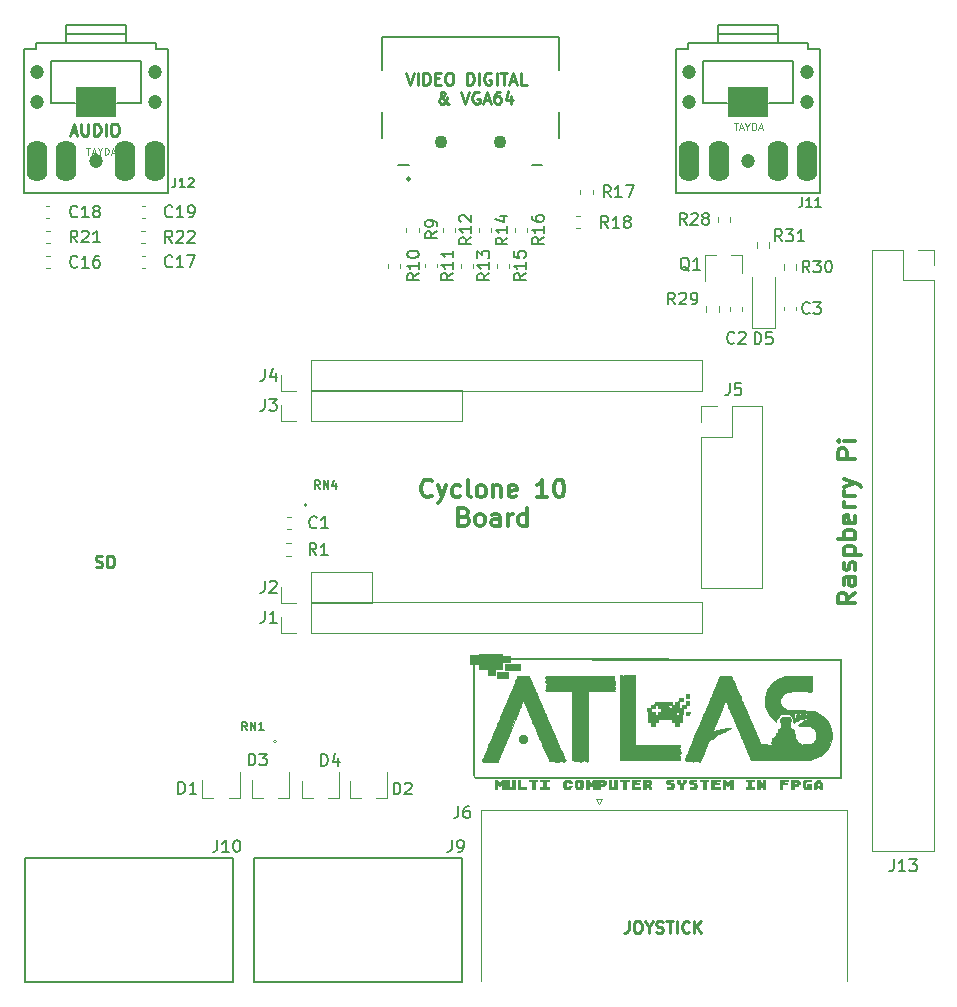
<source format=gbr>
%TF.GenerationSoftware,KiCad,Pcbnew,6.0.2+dfsg-1*%
%TF.CreationDate,2023-04-03T20:21:34+02:00*%
%TF.ProjectId,CYC10 Board,43594331-3020-4426-9f61-72642e6b6963,rev?*%
%TF.SameCoordinates,Original*%
%TF.FileFunction,Legend,Top*%
%TF.FilePolarity,Positive*%
%FSLAX46Y46*%
G04 Gerber Fmt 4.6, Leading zero omitted, Abs format (unit mm)*
G04 Created by KiCad (PCBNEW 6.0.2+dfsg-1) date 2023-04-03 20:21:34*
%MOMM*%
%LPD*%
G01*
G04 APERTURE LIST*
%ADD10C,0.250000*%
%ADD11C,0.300000*%
%ADD12C,0.150000*%
%ADD13C,0.100000*%
%ADD14C,0.120000*%
%ADD15C,0.127000*%
%ADD16C,0.200000*%
%ADD17C,0.010000*%
%ADD18C,1.100000*%
%ADD19C,1.200000*%
%ADD20R,3.500000X2.500000*%
%ADD21O,1.750000X3.500000*%
G04 APERTURE END LIST*
D10*
X50760952Y-21507380D02*
X51094285Y-22507380D01*
X51427619Y-21507380D01*
X51760952Y-22507380D02*
X51760952Y-21507380D01*
X52237142Y-22507380D02*
X52237142Y-21507380D01*
X52475238Y-21507380D01*
X52618095Y-21555000D01*
X52713333Y-21650238D01*
X52760952Y-21745476D01*
X52808571Y-21935952D01*
X52808571Y-22078809D01*
X52760952Y-22269285D01*
X52713333Y-22364523D01*
X52618095Y-22459761D01*
X52475238Y-22507380D01*
X52237142Y-22507380D01*
X53237142Y-21983571D02*
X53570476Y-21983571D01*
X53713333Y-22507380D02*
X53237142Y-22507380D01*
X53237142Y-21507380D01*
X53713333Y-21507380D01*
X54332380Y-21507380D02*
X54522857Y-21507380D01*
X54618095Y-21555000D01*
X54713333Y-21650238D01*
X54760952Y-21840714D01*
X54760952Y-22174047D01*
X54713333Y-22364523D01*
X54618095Y-22459761D01*
X54522857Y-22507380D01*
X54332380Y-22507380D01*
X54237142Y-22459761D01*
X54141904Y-22364523D01*
X54094285Y-22174047D01*
X54094285Y-21840714D01*
X54141904Y-21650238D01*
X54237142Y-21555000D01*
X54332380Y-21507380D01*
X55951428Y-22507380D02*
X55951428Y-21507380D01*
X56189523Y-21507380D01*
X56332380Y-21555000D01*
X56427619Y-21650238D01*
X56475238Y-21745476D01*
X56522857Y-21935952D01*
X56522857Y-22078809D01*
X56475238Y-22269285D01*
X56427619Y-22364523D01*
X56332380Y-22459761D01*
X56189523Y-22507380D01*
X55951428Y-22507380D01*
X56951428Y-22507380D02*
X56951428Y-21507380D01*
X57951428Y-21555000D02*
X57856190Y-21507380D01*
X57713333Y-21507380D01*
X57570476Y-21555000D01*
X57475238Y-21650238D01*
X57427619Y-21745476D01*
X57380000Y-21935952D01*
X57380000Y-22078809D01*
X57427619Y-22269285D01*
X57475238Y-22364523D01*
X57570476Y-22459761D01*
X57713333Y-22507380D01*
X57808571Y-22507380D01*
X57951428Y-22459761D01*
X57999047Y-22412142D01*
X57999047Y-22078809D01*
X57808571Y-22078809D01*
X58427619Y-22507380D02*
X58427619Y-21507380D01*
X58760952Y-21507380D02*
X59332380Y-21507380D01*
X59046666Y-22507380D02*
X59046666Y-21507380D01*
X59618095Y-22221666D02*
X60094285Y-22221666D01*
X59522857Y-22507380D02*
X59856190Y-21507380D01*
X60189523Y-22507380D01*
X60999047Y-22507380D02*
X60522857Y-22507380D01*
X60522857Y-21507380D01*
X54380000Y-24117380D02*
X54332380Y-24117380D01*
X54237142Y-24069761D01*
X54094285Y-23926904D01*
X53856190Y-23641190D01*
X53760952Y-23498333D01*
X53713333Y-23355476D01*
X53713333Y-23260238D01*
X53760952Y-23165000D01*
X53856190Y-23117380D01*
X53903809Y-23117380D01*
X53999047Y-23165000D01*
X54046666Y-23260238D01*
X54046666Y-23307857D01*
X53999047Y-23403095D01*
X53951428Y-23450714D01*
X53665714Y-23641190D01*
X53618095Y-23688809D01*
X53570476Y-23784047D01*
X53570476Y-23926904D01*
X53618095Y-24022142D01*
X53665714Y-24069761D01*
X53760952Y-24117380D01*
X53903809Y-24117380D01*
X53999047Y-24069761D01*
X54046666Y-24022142D01*
X54189523Y-23831666D01*
X54237142Y-23688809D01*
X54237142Y-23593571D01*
X55427619Y-23117380D02*
X55760952Y-24117380D01*
X56094285Y-23117380D01*
X56951428Y-23165000D02*
X56856190Y-23117380D01*
X56713333Y-23117380D01*
X56570476Y-23165000D01*
X56475238Y-23260238D01*
X56427619Y-23355476D01*
X56380000Y-23545952D01*
X56380000Y-23688809D01*
X56427619Y-23879285D01*
X56475238Y-23974523D01*
X56570476Y-24069761D01*
X56713333Y-24117380D01*
X56808571Y-24117380D01*
X56951428Y-24069761D01*
X56999047Y-24022142D01*
X56999047Y-23688809D01*
X56808571Y-23688809D01*
X57380000Y-23831666D02*
X57856190Y-23831666D01*
X57284761Y-24117380D02*
X57618095Y-23117380D01*
X57951428Y-24117380D01*
X58713333Y-23117380D02*
X58522857Y-23117380D01*
X58427619Y-23165000D01*
X58380000Y-23212619D01*
X58284761Y-23355476D01*
X58237142Y-23545952D01*
X58237142Y-23926904D01*
X58284761Y-24022142D01*
X58332380Y-24069761D01*
X58427619Y-24117380D01*
X58618095Y-24117380D01*
X58713333Y-24069761D01*
X58760952Y-24022142D01*
X58808571Y-23926904D01*
X58808571Y-23688809D01*
X58760952Y-23593571D01*
X58713333Y-23545952D01*
X58618095Y-23498333D01*
X58427619Y-23498333D01*
X58332380Y-23545952D01*
X58284761Y-23593571D01*
X58237142Y-23688809D01*
X59665714Y-23450714D02*
X59665714Y-24117380D01*
X59427619Y-23069761D02*
X59189523Y-23784047D01*
X59808571Y-23784047D01*
X22372890Y-26536946D02*
X22849080Y-26536946D01*
X22277652Y-26822660D02*
X22610985Y-25822660D01*
X22944319Y-26822660D01*
X23277652Y-25822660D02*
X23277652Y-26632184D01*
X23325271Y-26727422D01*
X23372890Y-26775041D01*
X23468128Y-26822660D01*
X23658604Y-26822660D01*
X23753842Y-26775041D01*
X23801461Y-26727422D01*
X23849080Y-26632184D01*
X23849080Y-25822660D01*
X24325271Y-26822660D02*
X24325271Y-25822660D01*
X24563366Y-25822660D01*
X24706223Y-25870280D01*
X24801461Y-25965518D01*
X24849080Y-26060756D01*
X24896699Y-26251232D01*
X24896699Y-26394089D01*
X24849080Y-26584565D01*
X24801461Y-26679803D01*
X24706223Y-26775041D01*
X24563366Y-26822660D01*
X24325271Y-26822660D01*
X25325271Y-26822660D02*
X25325271Y-25822660D01*
X25991938Y-25822660D02*
X26182414Y-25822660D01*
X26277652Y-25870280D01*
X26372890Y-25965518D01*
X26420509Y-26155994D01*
X26420509Y-26489327D01*
X26372890Y-26679803D01*
X26277652Y-26775041D01*
X26182414Y-26822660D01*
X25991938Y-26822660D01*
X25896699Y-26775041D01*
X25801461Y-26679803D01*
X25753842Y-26489327D01*
X25753842Y-26155994D01*
X25801461Y-25965518D01*
X25896699Y-25870280D01*
X25991938Y-25822660D01*
X69607158Y-93323160D02*
X69607158Y-94037446D01*
X69559539Y-94180303D01*
X69464300Y-94275541D01*
X69321443Y-94323160D01*
X69226205Y-94323160D01*
X70273824Y-93323160D02*
X70464300Y-93323160D01*
X70559539Y-93370780D01*
X70654777Y-93466018D01*
X70702396Y-93656494D01*
X70702396Y-93989827D01*
X70654777Y-94180303D01*
X70559539Y-94275541D01*
X70464300Y-94323160D01*
X70273824Y-94323160D01*
X70178586Y-94275541D01*
X70083348Y-94180303D01*
X70035729Y-93989827D01*
X70035729Y-93656494D01*
X70083348Y-93466018D01*
X70178586Y-93370780D01*
X70273824Y-93323160D01*
X71321443Y-93846970D02*
X71321443Y-94323160D01*
X70988110Y-93323160D02*
X71321443Y-93846970D01*
X71654777Y-93323160D01*
X71940491Y-94275541D02*
X72083348Y-94323160D01*
X72321443Y-94323160D01*
X72416681Y-94275541D01*
X72464300Y-94227922D01*
X72511920Y-94132684D01*
X72511920Y-94037446D01*
X72464300Y-93942208D01*
X72416681Y-93894589D01*
X72321443Y-93846970D01*
X72130967Y-93799351D01*
X72035729Y-93751732D01*
X71988110Y-93704113D01*
X71940491Y-93608875D01*
X71940491Y-93513637D01*
X71988110Y-93418399D01*
X72035729Y-93370780D01*
X72130967Y-93323160D01*
X72369062Y-93323160D01*
X72511920Y-93370780D01*
X72797634Y-93323160D02*
X73369062Y-93323160D01*
X73083348Y-94323160D02*
X73083348Y-93323160D01*
X73702396Y-94323160D02*
X73702396Y-93323160D01*
X74750015Y-94227922D02*
X74702396Y-94275541D01*
X74559539Y-94323160D01*
X74464300Y-94323160D01*
X74321443Y-94275541D01*
X74226205Y-94180303D01*
X74178586Y-94085065D01*
X74130967Y-93894589D01*
X74130967Y-93751732D01*
X74178586Y-93561256D01*
X74226205Y-93466018D01*
X74321443Y-93370780D01*
X74464300Y-93323160D01*
X74559539Y-93323160D01*
X74702396Y-93370780D01*
X74750015Y-93418399D01*
X75178586Y-94323160D02*
X75178586Y-93323160D01*
X75750015Y-94323160D02*
X75321443Y-93751732D01*
X75750015Y-93323160D02*
X75178586Y-93894589D01*
X24484745Y-63328181D02*
X24627602Y-63375800D01*
X24865698Y-63375800D01*
X24960936Y-63328181D01*
X25008555Y-63280562D01*
X25056174Y-63185324D01*
X25056174Y-63090086D01*
X25008555Y-62994848D01*
X24960936Y-62947229D01*
X24865698Y-62899610D01*
X24675221Y-62851991D01*
X24579983Y-62804372D01*
X24532364Y-62756753D01*
X24484745Y-62661515D01*
X24484745Y-62566277D01*
X24532364Y-62471039D01*
X24579983Y-62423420D01*
X24675221Y-62375800D01*
X24913317Y-62375800D01*
X25056174Y-62423420D01*
X25484745Y-63375800D02*
X25484745Y-62375800D01*
X25722840Y-62375800D01*
X25865698Y-62423420D01*
X25960936Y-62518658D01*
X26008555Y-62613896D01*
X26056174Y-62804372D01*
X26056174Y-62947229D01*
X26008555Y-63137705D01*
X25960936Y-63232943D01*
X25865698Y-63328181D01*
X25722840Y-63375800D01*
X25484745Y-63375800D01*
D11*
X88808951Y-65519820D02*
X88094665Y-66019820D01*
X88808951Y-66376962D02*
X87308951Y-66376962D01*
X87308951Y-65805534D01*
X87380380Y-65662677D01*
X87451808Y-65591248D01*
X87594665Y-65519820D01*
X87808951Y-65519820D01*
X87951808Y-65591248D01*
X88023237Y-65662677D01*
X88094665Y-65805534D01*
X88094665Y-66376962D01*
X88808951Y-64234105D02*
X88023237Y-64234105D01*
X87880380Y-64305534D01*
X87808951Y-64448391D01*
X87808951Y-64734105D01*
X87880380Y-64876962D01*
X88737522Y-64234105D02*
X88808951Y-64376962D01*
X88808951Y-64734105D01*
X88737522Y-64876962D01*
X88594665Y-64948391D01*
X88451808Y-64948391D01*
X88308951Y-64876962D01*
X88237522Y-64734105D01*
X88237522Y-64376962D01*
X88166094Y-64234105D01*
X88737522Y-63591248D02*
X88808951Y-63448391D01*
X88808951Y-63162677D01*
X88737522Y-63019820D01*
X88594665Y-62948391D01*
X88523237Y-62948391D01*
X88380380Y-63019820D01*
X88308951Y-63162677D01*
X88308951Y-63376962D01*
X88237522Y-63519820D01*
X88094665Y-63591248D01*
X88023237Y-63591248D01*
X87880380Y-63519820D01*
X87808951Y-63376962D01*
X87808951Y-63162677D01*
X87880380Y-63019820D01*
X87808951Y-62305534D02*
X89308951Y-62305534D01*
X87880380Y-62305534D02*
X87808951Y-62162677D01*
X87808951Y-61876962D01*
X87880380Y-61734105D01*
X87951808Y-61662677D01*
X88094665Y-61591248D01*
X88523237Y-61591248D01*
X88666094Y-61662677D01*
X88737522Y-61734105D01*
X88808951Y-61876962D01*
X88808951Y-62162677D01*
X88737522Y-62305534D01*
X88808951Y-60948391D02*
X87308951Y-60948391D01*
X87880380Y-60948391D02*
X87808951Y-60805534D01*
X87808951Y-60519820D01*
X87880380Y-60376962D01*
X87951808Y-60305534D01*
X88094665Y-60234105D01*
X88523237Y-60234105D01*
X88666094Y-60305534D01*
X88737522Y-60376962D01*
X88808951Y-60519820D01*
X88808951Y-60805534D01*
X88737522Y-60948391D01*
X88737522Y-59019820D02*
X88808951Y-59162677D01*
X88808951Y-59448391D01*
X88737522Y-59591248D01*
X88594665Y-59662677D01*
X88023237Y-59662677D01*
X87880380Y-59591248D01*
X87808951Y-59448391D01*
X87808951Y-59162677D01*
X87880380Y-59019820D01*
X88023237Y-58948391D01*
X88166094Y-58948391D01*
X88308951Y-59662677D01*
X88808951Y-58305534D02*
X87808951Y-58305534D01*
X88094665Y-58305534D02*
X87951808Y-58234105D01*
X87880380Y-58162677D01*
X87808951Y-58019820D01*
X87808951Y-57876962D01*
X88808951Y-57376962D02*
X87808951Y-57376962D01*
X88094665Y-57376962D02*
X87951808Y-57305534D01*
X87880380Y-57234105D01*
X87808951Y-57091248D01*
X87808951Y-56948391D01*
X87808951Y-56591248D02*
X88808951Y-56234105D01*
X87808951Y-55876962D02*
X88808951Y-56234105D01*
X89166094Y-56376962D01*
X89237522Y-56448391D01*
X89308951Y-56591248D01*
X88808951Y-54162677D02*
X87308951Y-54162677D01*
X87308951Y-53591248D01*
X87380380Y-53448391D01*
X87451808Y-53376962D01*
X87594665Y-53305534D01*
X87808951Y-53305534D01*
X87951808Y-53376962D01*
X88023237Y-53448391D01*
X88094665Y-53591248D01*
X88094665Y-54162677D01*
X88808951Y-52662677D02*
X87808951Y-52662677D01*
X87308951Y-52662677D02*
X87380380Y-52734105D01*
X87451808Y-52662677D01*
X87380380Y-52591248D01*
X87308951Y-52662677D01*
X87451808Y-52662677D01*
X52946942Y-57301174D02*
X52875514Y-57372602D01*
X52661228Y-57444031D01*
X52518371Y-57444031D01*
X52304085Y-57372602D01*
X52161228Y-57229745D01*
X52089800Y-57086888D01*
X52018371Y-56801174D01*
X52018371Y-56586888D01*
X52089800Y-56301174D01*
X52161228Y-56158317D01*
X52304085Y-56015460D01*
X52518371Y-55944031D01*
X52661228Y-55944031D01*
X52875514Y-56015460D01*
X52946942Y-56086888D01*
X53446942Y-56444031D02*
X53804085Y-57444031D01*
X54161228Y-56444031D02*
X53804085Y-57444031D01*
X53661228Y-57801174D01*
X53589800Y-57872602D01*
X53446942Y-57944031D01*
X55375514Y-57372602D02*
X55232657Y-57444031D01*
X54946942Y-57444031D01*
X54804085Y-57372602D01*
X54732657Y-57301174D01*
X54661228Y-57158317D01*
X54661228Y-56729745D01*
X54732657Y-56586888D01*
X54804085Y-56515460D01*
X54946942Y-56444031D01*
X55232657Y-56444031D01*
X55375514Y-56515460D01*
X56232657Y-57444031D02*
X56089800Y-57372602D01*
X56018371Y-57229745D01*
X56018371Y-55944031D01*
X57018371Y-57444031D02*
X56875514Y-57372602D01*
X56804085Y-57301174D01*
X56732657Y-57158317D01*
X56732657Y-56729745D01*
X56804085Y-56586888D01*
X56875514Y-56515460D01*
X57018371Y-56444031D01*
X57232657Y-56444031D01*
X57375514Y-56515460D01*
X57446942Y-56586888D01*
X57518371Y-56729745D01*
X57518371Y-57158317D01*
X57446942Y-57301174D01*
X57375514Y-57372602D01*
X57232657Y-57444031D01*
X57018371Y-57444031D01*
X58161228Y-56444031D02*
X58161228Y-57444031D01*
X58161228Y-56586888D02*
X58232657Y-56515460D01*
X58375514Y-56444031D01*
X58589800Y-56444031D01*
X58732657Y-56515460D01*
X58804085Y-56658317D01*
X58804085Y-57444031D01*
X60089800Y-57372602D02*
X59946942Y-57444031D01*
X59661228Y-57444031D01*
X59518371Y-57372602D01*
X59446942Y-57229745D01*
X59446942Y-56658317D01*
X59518371Y-56515460D01*
X59661228Y-56444031D01*
X59946942Y-56444031D01*
X60089800Y-56515460D01*
X60161228Y-56658317D01*
X60161228Y-56801174D01*
X59446942Y-56944031D01*
X62732657Y-57444031D02*
X61875514Y-57444031D01*
X62304085Y-57444031D02*
X62304085Y-55944031D01*
X62161228Y-56158317D01*
X62018371Y-56301174D01*
X61875514Y-56372602D01*
X63661228Y-55944031D02*
X63804085Y-55944031D01*
X63946942Y-56015460D01*
X64018371Y-56086888D01*
X64089800Y-56229745D01*
X64161228Y-56515460D01*
X64161228Y-56872602D01*
X64089800Y-57158317D01*
X64018371Y-57301174D01*
X63946942Y-57372602D01*
X63804085Y-57444031D01*
X63661228Y-57444031D01*
X63518371Y-57372602D01*
X63446942Y-57301174D01*
X63375514Y-57158317D01*
X63304085Y-56872602D01*
X63304085Y-56515460D01*
X63375514Y-56229745D01*
X63446942Y-56086888D01*
X63518371Y-56015460D01*
X63661228Y-55944031D01*
X55696942Y-59073317D02*
X55911228Y-59144745D01*
X55982657Y-59216174D01*
X56054085Y-59359031D01*
X56054085Y-59573317D01*
X55982657Y-59716174D01*
X55911228Y-59787602D01*
X55768371Y-59859031D01*
X55196942Y-59859031D01*
X55196942Y-58359031D01*
X55696942Y-58359031D01*
X55839800Y-58430460D01*
X55911228Y-58501888D01*
X55982657Y-58644745D01*
X55982657Y-58787602D01*
X55911228Y-58930460D01*
X55839800Y-59001888D01*
X55696942Y-59073317D01*
X55196942Y-59073317D01*
X56911228Y-59859031D02*
X56768371Y-59787602D01*
X56696942Y-59716174D01*
X56625514Y-59573317D01*
X56625514Y-59144745D01*
X56696942Y-59001888D01*
X56768371Y-58930460D01*
X56911228Y-58859031D01*
X57125514Y-58859031D01*
X57268371Y-58930460D01*
X57339800Y-59001888D01*
X57411228Y-59144745D01*
X57411228Y-59573317D01*
X57339800Y-59716174D01*
X57268371Y-59787602D01*
X57125514Y-59859031D01*
X56911228Y-59859031D01*
X58696942Y-59859031D02*
X58696942Y-59073317D01*
X58625514Y-58930460D01*
X58482657Y-58859031D01*
X58196942Y-58859031D01*
X58054085Y-58930460D01*
X58696942Y-59787602D02*
X58554085Y-59859031D01*
X58196942Y-59859031D01*
X58054085Y-59787602D01*
X57982657Y-59644745D01*
X57982657Y-59501888D01*
X58054085Y-59359031D01*
X58196942Y-59287602D01*
X58554085Y-59287602D01*
X58696942Y-59216174D01*
X59411228Y-59859031D02*
X59411228Y-58859031D01*
X59411228Y-59144745D02*
X59482657Y-59001888D01*
X59554085Y-58930460D01*
X59696942Y-58859031D01*
X59839800Y-58859031D01*
X60982657Y-59859031D02*
X60982657Y-58359031D01*
X60982657Y-59787602D02*
X60839800Y-59859031D01*
X60554085Y-59859031D01*
X60411228Y-59787602D01*
X60339800Y-59716174D01*
X60268371Y-59573317D01*
X60268371Y-59144745D01*
X60339800Y-59001888D01*
X60411228Y-58930460D01*
X60554085Y-58859031D01*
X60839800Y-58859031D01*
X60982657Y-58930460D01*
D12*
%TO.C,C1*%
X43196233Y-59976062D02*
X43148614Y-60023681D01*
X43005757Y-60071300D01*
X42910519Y-60071300D01*
X42767661Y-60023681D01*
X42672423Y-59928443D01*
X42624804Y-59833205D01*
X42577185Y-59642729D01*
X42577185Y-59499872D01*
X42624804Y-59309396D01*
X42672423Y-59214158D01*
X42767661Y-59118920D01*
X42910519Y-59071300D01*
X43005757Y-59071300D01*
X43148614Y-59118920D01*
X43196233Y-59166539D01*
X44148614Y-60071300D02*
X43577185Y-60071300D01*
X43862900Y-60071300D02*
X43862900Y-59071300D01*
X43767661Y-59214158D01*
X43672423Y-59309396D01*
X43577185Y-59357015D01*
%TO.C,R1*%
X43178453Y-62331900D02*
X42845120Y-61855710D01*
X42607024Y-62331900D02*
X42607024Y-61331900D01*
X42987977Y-61331900D01*
X43083215Y-61379520D01*
X43130834Y-61427139D01*
X43178453Y-61522377D01*
X43178453Y-61665234D01*
X43130834Y-61760472D01*
X43083215Y-61808091D01*
X42987977Y-61855710D01*
X42607024Y-61855710D01*
X44130834Y-62331900D02*
X43559405Y-62331900D01*
X43845120Y-62331900D02*
X43845120Y-61331900D01*
X43749881Y-61474758D01*
X43654643Y-61569996D01*
X43559405Y-61617615D01*
%TO.C,R9*%
X53393560Y-34939226D02*
X52917370Y-35272560D01*
X53393560Y-35510655D02*
X52393560Y-35510655D01*
X52393560Y-35129702D01*
X52441180Y-35034464D01*
X52488799Y-34986845D01*
X52584037Y-34939226D01*
X52726894Y-34939226D01*
X52822132Y-34986845D01*
X52869751Y-35034464D01*
X52917370Y-35129702D01*
X52917370Y-35510655D01*
X53393560Y-34463036D02*
X53393560Y-34272560D01*
X53345941Y-34177321D01*
X53298322Y-34129702D01*
X53155465Y-34034464D01*
X52964989Y-33986845D01*
X52584037Y-33986845D01*
X52488799Y-34034464D01*
X52441180Y-34082083D01*
X52393560Y-34177321D01*
X52393560Y-34367798D01*
X52441180Y-34463036D01*
X52488799Y-34510655D01*
X52584037Y-34558274D01*
X52822132Y-34558274D01*
X52917370Y-34510655D01*
X52964989Y-34463036D01*
X53012608Y-34367798D01*
X53012608Y-34177321D01*
X52964989Y-34082083D01*
X52917370Y-34034464D01*
X52822132Y-33986845D01*
%TO.C,R10*%
X51841680Y-38488837D02*
X51365490Y-38822170D01*
X51841680Y-39060265D02*
X50841680Y-39060265D01*
X50841680Y-38679313D01*
X50889300Y-38584075D01*
X50936919Y-38536456D01*
X51032157Y-38488837D01*
X51175014Y-38488837D01*
X51270252Y-38536456D01*
X51317871Y-38584075D01*
X51365490Y-38679313D01*
X51365490Y-39060265D01*
X51841680Y-37536456D02*
X51841680Y-38107884D01*
X51841680Y-37822170D02*
X50841680Y-37822170D01*
X50984538Y-37917408D01*
X51079776Y-38012646D01*
X51127395Y-38107884D01*
X50841680Y-36917408D02*
X50841680Y-36822170D01*
X50889300Y-36726932D01*
X50936919Y-36679313D01*
X51032157Y-36631694D01*
X51222633Y-36584075D01*
X51460728Y-36584075D01*
X51651204Y-36631694D01*
X51746442Y-36679313D01*
X51794061Y-36726932D01*
X51841680Y-36822170D01*
X51841680Y-36917408D01*
X51794061Y-37012646D01*
X51746442Y-37060265D01*
X51651204Y-37107884D01*
X51460728Y-37155503D01*
X51222633Y-37155503D01*
X51032157Y-37107884D01*
X50936919Y-37060265D01*
X50889300Y-37012646D01*
X50841680Y-36917408D01*
%TO.C,R12*%
X56284080Y-35435757D02*
X55807890Y-35769090D01*
X56284080Y-36007185D02*
X55284080Y-36007185D01*
X55284080Y-35626233D01*
X55331700Y-35530995D01*
X55379319Y-35483376D01*
X55474557Y-35435757D01*
X55617414Y-35435757D01*
X55712652Y-35483376D01*
X55760271Y-35530995D01*
X55807890Y-35626233D01*
X55807890Y-36007185D01*
X56284080Y-34483376D02*
X56284080Y-35054804D01*
X56284080Y-34769090D02*
X55284080Y-34769090D01*
X55426938Y-34864328D01*
X55522176Y-34959566D01*
X55569795Y-35054804D01*
X55379319Y-34102423D02*
X55331700Y-34054804D01*
X55284080Y-33959566D01*
X55284080Y-33721471D01*
X55331700Y-33626233D01*
X55379319Y-33578614D01*
X55474557Y-33530995D01*
X55569795Y-33530995D01*
X55712652Y-33578614D01*
X56284080Y-34150042D01*
X56284080Y-33530995D01*
%TO.C,R13*%
X57808080Y-38481257D02*
X57331890Y-38814590D01*
X57808080Y-39052685D02*
X56808080Y-39052685D01*
X56808080Y-38671733D01*
X56855700Y-38576495D01*
X56903319Y-38528876D01*
X56998557Y-38481257D01*
X57141414Y-38481257D01*
X57236652Y-38528876D01*
X57284271Y-38576495D01*
X57331890Y-38671733D01*
X57331890Y-39052685D01*
X57808080Y-37528876D02*
X57808080Y-38100304D01*
X57808080Y-37814590D02*
X56808080Y-37814590D01*
X56950938Y-37909828D01*
X57046176Y-38005066D01*
X57093795Y-38100304D01*
X56808080Y-37195542D02*
X56808080Y-36576495D01*
X57189033Y-36909828D01*
X57189033Y-36766971D01*
X57236652Y-36671733D01*
X57284271Y-36624114D01*
X57379509Y-36576495D01*
X57617604Y-36576495D01*
X57712842Y-36624114D01*
X57760461Y-36671733D01*
X57808080Y-36766971D01*
X57808080Y-37052685D01*
X57760461Y-37147923D01*
X57712842Y-37195542D01*
%TO.C,R14*%
X59352380Y-35463757D02*
X58876190Y-35797090D01*
X59352380Y-36035185D02*
X58352380Y-36035185D01*
X58352380Y-35654233D01*
X58400000Y-35558995D01*
X58447619Y-35511376D01*
X58542857Y-35463757D01*
X58685714Y-35463757D01*
X58780952Y-35511376D01*
X58828571Y-35558995D01*
X58876190Y-35654233D01*
X58876190Y-36035185D01*
X59352380Y-34511376D02*
X59352380Y-35082804D01*
X59352380Y-34797090D02*
X58352380Y-34797090D01*
X58495238Y-34892328D01*
X58590476Y-34987566D01*
X58638095Y-35082804D01*
X58685714Y-33654233D02*
X59352380Y-33654233D01*
X58304761Y-33892328D02*
X59019047Y-34130423D01*
X59019047Y-33511376D01*
%TO.C,R16*%
X62420780Y-35440857D02*
X61944590Y-35774190D01*
X62420780Y-36012285D02*
X61420780Y-36012285D01*
X61420780Y-35631333D01*
X61468400Y-35536095D01*
X61516019Y-35488476D01*
X61611257Y-35440857D01*
X61754114Y-35440857D01*
X61849352Y-35488476D01*
X61896971Y-35536095D01*
X61944590Y-35631333D01*
X61944590Y-36012285D01*
X62420780Y-34488476D02*
X62420780Y-35059904D01*
X62420780Y-34774190D02*
X61420780Y-34774190D01*
X61563638Y-34869428D01*
X61658876Y-34964666D01*
X61706495Y-35059904D01*
X61420780Y-33631333D02*
X61420780Y-33821809D01*
X61468400Y-33917047D01*
X61516019Y-33964666D01*
X61658876Y-34059904D01*
X61849352Y-34107523D01*
X62230304Y-34107523D01*
X62325542Y-34059904D01*
X62373161Y-34012285D01*
X62420780Y-33917047D01*
X62420780Y-33726571D01*
X62373161Y-33631333D01*
X62325542Y-33583714D01*
X62230304Y-33536095D01*
X61992209Y-33536095D01*
X61896971Y-33583714D01*
X61849352Y-33631333D01*
X61801733Y-33726571D01*
X61801733Y-33917047D01*
X61849352Y-34012285D01*
X61896971Y-34059904D01*
X61992209Y-34107523D01*
%TO.C,C16*%
X22938542Y-37903462D02*
X22890923Y-37951081D01*
X22748066Y-37998700D01*
X22652828Y-37998700D01*
X22509971Y-37951081D01*
X22414733Y-37855843D01*
X22367114Y-37760605D01*
X22319495Y-37570129D01*
X22319495Y-37427272D01*
X22367114Y-37236796D01*
X22414733Y-37141558D01*
X22509971Y-37046320D01*
X22652828Y-36998700D01*
X22748066Y-36998700D01*
X22890923Y-37046320D01*
X22938542Y-37093939D01*
X23890923Y-37998700D02*
X23319495Y-37998700D01*
X23605209Y-37998700D02*
X23605209Y-36998700D01*
X23509971Y-37141558D01*
X23414733Y-37236796D01*
X23319495Y-37284415D01*
X24748066Y-36998700D02*
X24557590Y-36998700D01*
X24462352Y-37046320D01*
X24414733Y-37093939D01*
X24319495Y-37236796D01*
X24271876Y-37427272D01*
X24271876Y-37808224D01*
X24319495Y-37903462D01*
X24367114Y-37951081D01*
X24462352Y-37998700D01*
X24652828Y-37998700D01*
X24748066Y-37951081D01*
X24795685Y-37903462D01*
X24843304Y-37808224D01*
X24843304Y-37570129D01*
X24795685Y-37474891D01*
X24748066Y-37427272D01*
X24652828Y-37379653D01*
X24462352Y-37379653D01*
X24367114Y-37427272D01*
X24319495Y-37474891D01*
X24271876Y-37570129D01*
%TO.C,C17*%
X30959862Y-37872982D02*
X30912243Y-37920601D01*
X30769386Y-37968220D01*
X30674148Y-37968220D01*
X30531291Y-37920601D01*
X30436053Y-37825363D01*
X30388434Y-37730125D01*
X30340815Y-37539649D01*
X30340815Y-37396792D01*
X30388434Y-37206316D01*
X30436053Y-37111078D01*
X30531291Y-37015840D01*
X30674148Y-36968220D01*
X30769386Y-36968220D01*
X30912243Y-37015840D01*
X30959862Y-37063459D01*
X31912243Y-37968220D02*
X31340815Y-37968220D01*
X31626529Y-37968220D02*
X31626529Y-36968220D01*
X31531291Y-37111078D01*
X31436053Y-37206316D01*
X31340815Y-37253935D01*
X32245577Y-36968220D02*
X32912243Y-36968220D01*
X32483672Y-37968220D01*
%TO.C,C18*%
X22938542Y-33656582D02*
X22890923Y-33704201D01*
X22748066Y-33751820D01*
X22652828Y-33751820D01*
X22509971Y-33704201D01*
X22414733Y-33608963D01*
X22367114Y-33513725D01*
X22319495Y-33323249D01*
X22319495Y-33180392D01*
X22367114Y-32989916D01*
X22414733Y-32894678D01*
X22509971Y-32799440D01*
X22652828Y-32751820D01*
X22748066Y-32751820D01*
X22890923Y-32799440D01*
X22938542Y-32847059D01*
X23890923Y-33751820D02*
X23319495Y-33751820D01*
X23605209Y-33751820D02*
X23605209Y-32751820D01*
X23509971Y-32894678D01*
X23414733Y-32989916D01*
X23319495Y-33037535D01*
X24462352Y-33180392D02*
X24367114Y-33132773D01*
X24319495Y-33085154D01*
X24271876Y-32989916D01*
X24271876Y-32942297D01*
X24319495Y-32847059D01*
X24367114Y-32799440D01*
X24462352Y-32751820D01*
X24652828Y-32751820D01*
X24748066Y-32799440D01*
X24795685Y-32847059D01*
X24843304Y-32942297D01*
X24843304Y-32989916D01*
X24795685Y-33085154D01*
X24748066Y-33132773D01*
X24652828Y-33180392D01*
X24462352Y-33180392D01*
X24367114Y-33228011D01*
X24319495Y-33275630D01*
X24271876Y-33370868D01*
X24271876Y-33561344D01*
X24319495Y-33656582D01*
X24367114Y-33704201D01*
X24462352Y-33751820D01*
X24652828Y-33751820D01*
X24748066Y-33704201D01*
X24795685Y-33656582D01*
X24843304Y-33561344D01*
X24843304Y-33370868D01*
X24795685Y-33275630D01*
X24748066Y-33228011D01*
X24652828Y-33180392D01*
%TO.C,C19*%
X30959862Y-33641342D02*
X30912243Y-33688961D01*
X30769386Y-33736580D01*
X30674148Y-33736580D01*
X30531291Y-33688961D01*
X30436053Y-33593723D01*
X30388434Y-33498485D01*
X30340815Y-33308009D01*
X30340815Y-33165152D01*
X30388434Y-32974676D01*
X30436053Y-32879438D01*
X30531291Y-32784200D01*
X30674148Y-32736580D01*
X30769386Y-32736580D01*
X30912243Y-32784200D01*
X30959862Y-32831819D01*
X31912243Y-33736580D02*
X31340815Y-33736580D01*
X31626529Y-33736580D02*
X31626529Y-32736580D01*
X31531291Y-32879438D01*
X31436053Y-32974676D01*
X31340815Y-33022295D01*
X32388434Y-33736580D02*
X32578910Y-33736580D01*
X32674148Y-33688961D01*
X32721767Y-33641342D01*
X32817005Y-33498485D01*
X32864624Y-33308009D01*
X32864624Y-32927057D01*
X32817005Y-32831819D01*
X32769386Y-32784200D01*
X32674148Y-32736580D01*
X32483672Y-32736580D01*
X32388434Y-32784200D01*
X32340815Y-32831819D01*
X32293196Y-32927057D01*
X32293196Y-33165152D01*
X32340815Y-33260390D01*
X32388434Y-33308009D01*
X32483672Y-33355628D01*
X32674148Y-33355628D01*
X32769386Y-33308009D01*
X32817005Y-33260390D01*
X32864624Y-33165152D01*
%TO.C,J12*%
X31244680Y-30412804D02*
X31244680Y-30984233D01*
X31206585Y-31098519D01*
X31130395Y-31174709D01*
X31016109Y-31212804D01*
X30939919Y-31212804D01*
X32044680Y-31212804D02*
X31587538Y-31212804D01*
X31816109Y-31212804D02*
X31816109Y-30412804D01*
X31739919Y-30527090D01*
X31663728Y-30603280D01*
X31587538Y-30641376D01*
X32349442Y-30488995D02*
X32387538Y-30450900D01*
X32463728Y-30412804D01*
X32654204Y-30412804D01*
X32730395Y-30450900D01*
X32768490Y-30488995D01*
X32806585Y-30565185D01*
X32806585Y-30641376D01*
X32768490Y-30755661D01*
X32311347Y-31212804D01*
X32806585Y-31212804D01*
D13*
X23687302Y-27835008D02*
X24030160Y-27835008D01*
X23858731Y-28435008D02*
X23858731Y-27835008D01*
X24201588Y-28263580D02*
X24487302Y-28263580D01*
X24144445Y-28435008D02*
X24344445Y-27835008D01*
X24544445Y-28435008D01*
X24858731Y-28149294D02*
X24858731Y-28435008D01*
X24658731Y-27835008D02*
X24858731Y-28149294D01*
X25058731Y-27835008D01*
X25258731Y-28435008D02*
X25258731Y-27835008D01*
X25401588Y-27835008D01*
X25487302Y-27863580D01*
X25544445Y-27920722D01*
X25573017Y-27977865D01*
X25601588Y-28092151D01*
X25601588Y-28177865D01*
X25573017Y-28292151D01*
X25544445Y-28349294D01*
X25487302Y-28406437D01*
X25401588Y-28435008D01*
X25258731Y-28435008D01*
X25830160Y-28263580D02*
X26115874Y-28263580D01*
X25773017Y-28435008D02*
X25973017Y-27835008D01*
X26173017Y-28435008D01*
D12*
%TO.C,R11*%
X54739780Y-38458357D02*
X54263590Y-38791690D01*
X54739780Y-39029785D02*
X53739780Y-39029785D01*
X53739780Y-38648833D01*
X53787400Y-38553595D01*
X53835019Y-38505976D01*
X53930257Y-38458357D01*
X54073114Y-38458357D01*
X54168352Y-38505976D01*
X54215971Y-38553595D01*
X54263590Y-38648833D01*
X54263590Y-39029785D01*
X54739780Y-37505976D02*
X54739780Y-38077404D01*
X54739780Y-37791690D02*
X53739780Y-37791690D01*
X53882638Y-37886928D01*
X53977876Y-37982166D01*
X54025495Y-38077404D01*
X54739780Y-36553595D02*
X54739780Y-37125023D01*
X54739780Y-36839309D02*
X53739780Y-36839309D01*
X53882638Y-36934547D01*
X53977876Y-37029785D01*
X54025495Y-37125023D01*
%TO.C,R17*%
X68084482Y-32042380D02*
X67751149Y-31566190D01*
X67513054Y-32042380D02*
X67513054Y-31042380D01*
X67894006Y-31042380D01*
X67989244Y-31090000D01*
X68036863Y-31137619D01*
X68084482Y-31232857D01*
X68084482Y-31375714D01*
X68036863Y-31470952D01*
X67989244Y-31518571D01*
X67894006Y-31566190D01*
X67513054Y-31566190D01*
X69036863Y-32042380D02*
X68465435Y-32042380D01*
X68751149Y-32042380D02*
X68751149Y-31042380D01*
X68655911Y-31185238D01*
X68560673Y-31280476D01*
X68465435Y-31328095D01*
X69370197Y-31042380D02*
X70036863Y-31042380D01*
X69608292Y-32042380D01*
%TO.C,R18*%
X67873602Y-34645860D02*
X67540269Y-34169670D01*
X67302174Y-34645860D02*
X67302174Y-33645860D01*
X67683126Y-33645860D01*
X67778364Y-33693480D01*
X67825983Y-33741099D01*
X67873602Y-33836337D01*
X67873602Y-33979194D01*
X67825983Y-34074432D01*
X67778364Y-34122051D01*
X67683126Y-34169670D01*
X67302174Y-34169670D01*
X68825983Y-34645860D02*
X68254555Y-34645860D01*
X68540269Y-34645860D02*
X68540269Y-33645860D01*
X68445031Y-33788718D01*
X68349793Y-33883956D01*
X68254555Y-33931575D01*
X69397412Y-34074432D02*
X69302174Y-34026813D01*
X69254555Y-33979194D01*
X69206936Y-33883956D01*
X69206936Y-33836337D01*
X69254555Y-33741099D01*
X69302174Y-33693480D01*
X69397412Y-33645860D01*
X69587888Y-33645860D01*
X69683126Y-33693480D01*
X69730745Y-33741099D01*
X69778364Y-33836337D01*
X69778364Y-33883956D01*
X69730745Y-33979194D01*
X69683126Y-34026813D01*
X69587888Y-34074432D01*
X69397412Y-34074432D01*
X69302174Y-34122051D01*
X69254555Y-34169670D01*
X69206936Y-34264908D01*
X69206936Y-34455384D01*
X69254555Y-34550622D01*
X69302174Y-34598241D01*
X69397412Y-34645860D01*
X69587888Y-34645860D01*
X69683126Y-34598241D01*
X69730745Y-34550622D01*
X69778364Y-34455384D01*
X69778364Y-34264908D01*
X69730745Y-34169670D01*
X69683126Y-34122051D01*
X69587888Y-34074432D01*
%TO.C,R21*%
X22938542Y-35870180D02*
X22605209Y-35393990D01*
X22367114Y-35870180D02*
X22367114Y-34870180D01*
X22748066Y-34870180D01*
X22843304Y-34917800D01*
X22890923Y-34965419D01*
X22938542Y-35060657D01*
X22938542Y-35203514D01*
X22890923Y-35298752D01*
X22843304Y-35346371D01*
X22748066Y-35393990D01*
X22367114Y-35393990D01*
X23319495Y-34965419D02*
X23367114Y-34917800D01*
X23462352Y-34870180D01*
X23700447Y-34870180D01*
X23795685Y-34917800D01*
X23843304Y-34965419D01*
X23890923Y-35060657D01*
X23890923Y-35155895D01*
X23843304Y-35298752D01*
X23271876Y-35870180D01*
X23890923Y-35870180D01*
X24843304Y-35870180D02*
X24271876Y-35870180D01*
X24557590Y-35870180D02*
X24557590Y-34870180D01*
X24462352Y-35013038D01*
X24367114Y-35108276D01*
X24271876Y-35155895D01*
%TO.C,R22*%
X30959862Y-35885420D02*
X30626529Y-35409230D01*
X30388434Y-35885420D02*
X30388434Y-34885420D01*
X30769386Y-34885420D01*
X30864624Y-34933040D01*
X30912243Y-34980659D01*
X30959862Y-35075897D01*
X30959862Y-35218754D01*
X30912243Y-35313992D01*
X30864624Y-35361611D01*
X30769386Y-35409230D01*
X30388434Y-35409230D01*
X31340815Y-34980659D02*
X31388434Y-34933040D01*
X31483672Y-34885420D01*
X31721767Y-34885420D01*
X31817005Y-34933040D01*
X31864624Y-34980659D01*
X31912243Y-35075897D01*
X31912243Y-35171135D01*
X31864624Y-35313992D01*
X31293196Y-35885420D01*
X31912243Y-35885420D01*
X32293196Y-34980659D02*
X32340815Y-34933040D01*
X32436053Y-34885420D01*
X32674148Y-34885420D01*
X32769386Y-34933040D01*
X32817005Y-34980659D01*
X32864624Y-35075897D01*
X32864624Y-35171135D01*
X32817005Y-35313992D01*
X32245577Y-35885420D01*
X32864624Y-35885420D01*
%TO.C,D3*%
X37438064Y-80152500D02*
X37438064Y-79152500D01*
X37676160Y-79152500D01*
X37819017Y-79200120D01*
X37914255Y-79295358D01*
X37961874Y-79390596D01*
X38009493Y-79581072D01*
X38009493Y-79723929D01*
X37961874Y-79914405D01*
X37914255Y-80009643D01*
X37819017Y-80104881D01*
X37676160Y-80152500D01*
X37438064Y-80152500D01*
X38342826Y-79152500D02*
X38961874Y-79152500D01*
X38628540Y-79533453D01*
X38771398Y-79533453D01*
X38866636Y-79581072D01*
X38914255Y-79628691D01*
X38961874Y-79723929D01*
X38961874Y-79962024D01*
X38914255Y-80057262D01*
X38866636Y-80104881D01*
X38771398Y-80152500D01*
X38485683Y-80152500D01*
X38390445Y-80104881D01*
X38342826Y-80057262D01*
%TO.C,D1*%
X31494424Y-82545240D02*
X31494424Y-81545240D01*
X31732520Y-81545240D01*
X31875377Y-81592860D01*
X31970615Y-81688098D01*
X32018234Y-81783336D01*
X32065853Y-81973812D01*
X32065853Y-82116669D01*
X32018234Y-82307145D01*
X31970615Y-82402383D01*
X31875377Y-82497621D01*
X31732520Y-82545240D01*
X31494424Y-82545240D01*
X33018234Y-82545240D02*
X32446805Y-82545240D01*
X32732520Y-82545240D02*
X32732520Y-81545240D01*
X32637281Y-81688098D01*
X32542043Y-81783336D01*
X32446805Y-81830955D01*
%TO.C,D4*%
X43589924Y-80182920D02*
X43589924Y-79182920D01*
X43828020Y-79182920D01*
X43970877Y-79230540D01*
X44066115Y-79325778D01*
X44113734Y-79421016D01*
X44161353Y-79611492D01*
X44161353Y-79754349D01*
X44113734Y-79944825D01*
X44066115Y-80040063D01*
X43970877Y-80135301D01*
X43828020Y-80182920D01*
X43589924Y-80182920D01*
X45018496Y-79516254D02*
X45018496Y-80182920D01*
X44780400Y-79135301D02*
X44542305Y-79849587D01*
X45161353Y-79849587D01*
%TO.C,D2*%
X49718904Y-82603980D02*
X49718904Y-81603980D01*
X49957000Y-81603980D01*
X50099857Y-81651600D01*
X50195095Y-81746838D01*
X50242714Y-81842076D01*
X50290333Y-82032552D01*
X50290333Y-82175409D01*
X50242714Y-82365885D01*
X50195095Y-82461123D01*
X50099857Y-82556361D01*
X49957000Y-82603980D01*
X49718904Y-82603980D01*
X50671285Y-81699219D02*
X50718904Y-81651600D01*
X50814142Y-81603980D01*
X51052238Y-81603980D01*
X51147476Y-81651600D01*
X51195095Y-81699219D01*
X51242714Y-81794457D01*
X51242714Y-81889695D01*
X51195095Y-82032552D01*
X50623666Y-82603980D01*
X51242714Y-82603980D01*
%TO.C,R15*%
X60881480Y-38488857D02*
X60405290Y-38822190D01*
X60881480Y-39060285D02*
X59881480Y-39060285D01*
X59881480Y-38679333D01*
X59929100Y-38584095D01*
X59976719Y-38536476D01*
X60071957Y-38488857D01*
X60214814Y-38488857D01*
X60310052Y-38536476D01*
X60357671Y-38584095D01*
X60405290Y-38679333D01*
X60405290Y-39060285D01*
X60881480Y-37536476D02*
X60881480Y-38107904D01*
X60881480Y-37822190D02*
X59881480Y-37822190D01*
X60024338Y-37917428D01*
X60119576Y-38012666D01*
X60167195Y-38107904D01*
X59881480Y-36631714D02*
X59881480Y-37107904D01*
X60357671Y-37155523D01*
X60310052Y-37107904D01*
X60262433Y-37012666D01*
X60262433Y-36774571D01*
X60310052Y-36679333D01*
X60357671Y-36631714D01*
X60452909Y-36584095D01*
X60691004Y-36584095D01*
X60786242Y-36631714D01*
X60833861Y-36679333D01*
X60881480Y-36774571D01*
X60881480Y-37012666D01*
X60833861Y-37107904D01*
X60786242Y-37155523D01*
%TO.C,C2*%
X78558073Y-44344902D02*
X78510454Y-44392521D01*
X78367597Y-44440140D01*
X78272359Y-44440140D01*
X78129501Y-44392521D01*
X78034263Y-44297283D01*
X77986644Y-44202045D01*
X77939025Y-44011569D01*
X77939025Y-43868712D01*
X77986644Y-43678236D01*
X78034263Y-43582998D01*
X78129501Y-43487760D01*
X78272359Y-43440140D01*
X78367597Y-43440140D01*
X78510454Y-43487760D01*
X78558073Y-43535379D01*
X78939025Y-43535379D02*
X78986644Y-43487760D01*
X79081882Y-43440140D01*
X79319978Y-43440140D01*
X79415216Y-43487760D01*
X79462835Y-43535379D01*
X79510454Y-43630617D01*
X79510454Y-43725855D01*
X79462835Y-43868712D01*
X78891406Y-44440140D01*
X79510454Y-44440140D01*
%TO.C,C3*%
X84928393Y-41820142D02*
X84880774Y-41867761D01*
X84737917Y-41915380D01*
X84642679Y-41915380D01*
X84499821Y-41867761D01*
X84404583Y-41772523D01*
X84356964Y-41677285D01*
X84309345Y-41486809D01*
X84309345Y-41343952D01*
X84356964Y-41153476D01*
X84404583Y-41058238D01*
X84499821Y-40963000D01*
X84642679Y-40915380D01*
X84737917Y-40915380D01*
X84880774Y-40963000D01*
X84928393Y-41010619D01*
X85261726Y-40915380D02*
X85880774Y-40915380D01*
X85547440Y-41296333D01*
X85690298Y-41296333D01*
X85785536Y-41343952D01*
X85833155Y-41391571D01*
X85880774Y-41486809D01*
X85880774Y-41724904D01*
X85833155Y-41820142D01*
X85785536Y-41867761D01*
X85690298Y-41915380D01*
X85404583Y-41915380D01*
X85309345Y-41867761D01*
X85261726Y-41820142D01*
%TO.C,D5*%
X80277724Y-44475720D02*
X80277724Y-43475720D01*
X80515820Y-43475720D01*
X80658677Y-43523340D01*
X80753915Y-43618578D01*
X80801534Y-43713816D01*
X80849153Y-43904292D01*
X80849153Y-44047149D01*
X80801534Y-44237625D01*
X80753915Y-44332863D01*
X80658677Y-44428101D01*
X80515820Y-44475720D01*
X80277724Y-44475720D01*
X81753915Y-43475720D02*
X81277724Y-43475720D01*
X81230105Y-43951911D01*
X81277724Y-43904292D01*
X81372962Y-43856673D01*
X81611058Y-43856673D01*
X81706296Y-43904292D01*
X81753915Y-43951911D01*
X81801534Y-44047149D01*
X81801534Y-44285244D01*
X81753915Y-44380482D01*
X81706296Y-44428101D01*
X81611058Y-44475720D01*
X81372962Y-44475720D01*
X81277724Y-44428101D01*
X81230105Y-44380482D01*
%TO.C,J11*%
X84310300Y-32058664D02*
X84310300Y-32630093D01*
X84272205Y-32744379D01*
X84196015Y-32820569D01*
X84081729Y-32858664D01*
X84005539Y-32858664D01*
X85110300Y-32858664D02*
X84653158Y-32858664D01*
X84881729Y-32858664D02*
X84881729Y-32058664D01*
X84805539Y-32172950D01*
X84729348Y-32249140D01*
X84653158Y-32287236D01*
X85872205Y-32858664D02*
X85415062Y-32858664D01*
X85643634Y-32858664D02*
X85643634Y-32058664D01*
X85567443Y-32172950D01*
X85491253Y-32249140D01*
X85415062Y-32287236D01*
D13*
X78502942Y-25752128D02*
X78845800Y-25752128D01*
X78674371Y-26352128D02*
X78674371Y-25752128D01*
X79017228Y-26180700D02*
X79302942Y-26180700D01*
X78960085Y-26352128D02*
X79160085Y-25752128D01*
X79360085Y-26352128D01*
X79674371Y-26066414D02*
X79674371Y-26352128D01*
X79474371Y-25752128D02*
X79674371Y-26066414D01*
X79874371Y-25752128D01*
X80074371Y-26352128D02*
X80074371Y-25752128D01*
X80217228Y-25752128D01*
X80302942Y-25780700D01*
X80360085Y-25837842D01*
X80388657Y-25894985D01*
X80417228Y-26009271D01*
X80417228Y-26094985D01*
X80388657Y-26209271D01*
X80360085Y-26266414D01*
X80302942Y-26323557D01*
X80217228Y-26352128D01*
X80074371Y-26352128D01*
X80645800Y-26180700D02*
X80931514Y-26180700D01*
X80588657Y-26352128D02*
X80788657Y-25752128D01*
X80988657Y-26352128D01*
D12*
%TO.C,Q1*%
X74743301Y-38261619D02*
X74648063Y-38214000D01*
X74552825Y-38118761D01*
X74409968Y-37975904D01*
X74314730Y-37928285D01*
X74219492Y-37928285D01*
X74267111Y-38166380D02*
X74171873Y-38118761D01*
X74076635Y-38023523D01*
X74029016Y-37833047D01*
X74029016Y-37499714D01*
X74076635Y-37309238D01*
X74171873Y-37214000D01*
X74267111Y-37166380D01*
X74457587Y-37166380D01*
X74552825Y-37214000D01*
X74648063Y-37309238D01*
X74695682Y-37499714D01*
X74695682Y-37833047D01*
X74648063Y-38023523D01*
X74552825Y-38118761D01*
X74457587Y-38166380D01*
X74267111Y-38166380D01*
X75648063Y-38166380D02*
X75076635Y-38166380D01*
X75362349Y-38166380D02*
X75362349Y-37166380D01*
X75267111Y-37309238D01*
X75171873Y-37404476D01*
X75076635Y-37452095D01*
%TO.C,R28*%
X74515722Y-34371580D02*
X74182389Y-33895390D01*
X73944294Y-34371580D02*
X73944294Y-33371580D01*
X74325246Y-33371580D01*
X74420484Y-33419200D01*
X74468103Y-33466819D01*
X74515722Y-33562057D01*
X74515722Y-33704914D01*
X74468103Y-33800152D01*
X74420484Y-33847771D01*
X74325246Y-33895390D01*
X73944294Y-33895390D01*
X74896675Y-33466819D02*
X74944294Y-33419200D01*
X75039532Y-33371580D01*
X75277627Y-33371580D01*
X75372865Y-33419200D01*
X75420484Y-33466819D01*
X75468103Y-33562057D01*
X75468103Y-33657295D01*
X75420484Y-33800152D01*
X74849056Y-34371580D01*
X75468103Y-34371580D01*
X76039532Y-33800152D02*
X75944294Y-33752533D01*
X75896675Y-33704914D01*
X75849056Y-33609676D01*
X75849056Y-33562057D01*
X75896675Y-33466819D01*
X75944294Y-33419200D01*
X76039532Y-33371580D01*
X76230008Y-33371580D01*
X76325246Y-33419200D01*
X76372865Y-33466819D01*
X76420484Y-33562057D01*
X76420484Y-33609676D01*
X76372865Y-33704914D01*
X76325246Y-33752533D01*
X76230008Y-33800152D01*
X76039532Y-33800152D01*
X75944294Y-33847771D01*
X75896675Y-33895390D01*
X75849056Y-33990628D01*
X75849056Y-34181104D01*
X75896675Y-34276342D01*
X75944294Y-34323961D01*
X76039532Y-34371580D01*
X76230008Y-34371580D01*
X76325246Y-34323961D01*
X76372865Y-34276342D01*
X76420484Y-34181104D01*
X76420484Y-33990628D01*
X76372865Y-33895390D01*
X76325246Y-33847771D01*
X76230008Y-33800152D01*
%TO.C,R29*%
X73535282Y-41107660D02*
X73201949Y-40631470D01*
X72963854Y-41107660D02*
X72963854Y-40107660D01*
X73344806Y-40107660D01*
X73440044Y-40155280D01*
X73487663Y-40202899D01*
X73535282Y-40298137D01*
X73535282Y-40440994D01*
X73487663Y-40536232D01*
X73440044Y-40583851D01*
X73344806Y-40631470D01*
X72963854Y-40631470D01*
X73916235Y-40202899D02*
X73963854Y-40155280D01*
X74059092Y-40107660D01*
X74297187Y-40107660D01*
X74392425Y-40155280D01*
X74440044Y-40202899D01*
X74487663Y-40298137D01*
X74487663Y-40393375D01*
X74440044Y-40536232D01*
X73868616Y-41107660D01*
X74487663Y-41107660D01*
X74963854Y-41107660D02*
X75154330Y-41107660D01*
X75249568Y-41060041D01*
X75297187Y-41012422D01*
X75392425Y-40869565D01*
X75440044Y-40679089D01*
X75440044Y-40298137D01*
X75392425Y-40202899D01*
X75344806Y-40155280D01*
X75249568Y-40107660D01*
X75059092Y-40107660D01*
X74963854Y-40155280D01*
X74916235Y-40202899D01*
X74868616Y-40298137D01*
X74868616Y-40536232D01*
X74916235Y-40631470D01*
X74963854Y-40679089D01*
X75059092Y-40726708D01*
X75249568Y-40726708D01*
X75344806Y-40679089D01*
X75392425Y-40631470D01*
X75440044Y-40536232D01*
%TO.C,R30*%
X84919562Y-38405100D02*
X84586229Y-37928910D01*
X84348134Y-38405100D02*
X84348134Y-37405100D01*
X84729086Y-37405100D01*
X84824324Y-37452720D01*
X84871943Y-37500339D01*
X84919562Y-37595577D01*
X84919562Y-37738434D01*
X84871943Y-37833672D01*
X84824324Y-37881291D01*
X84729086Y-37928910D01*
X84348134Y-37928910D01*
X85252896Y-37405100D02*
X85871943Y-37405100D01*
X85538610Y-37786053D01*
X85681467Y-37786053D01*
X85776705Y-37833672D01*
X85824324Y-37881291D01*
X85871943Y-37976529D01*
X85871943Y-38214624D01*
X85824324Y-38309862D01*
X85776705Y-38357481D01*
X85681467Y-38405100D01*
X85395753Y-38405100D01*
X85300515Y-38357481D01*
X85252896Y-38309862D01*
X86490991Y-37405100D02*
X86586229Y-37405100D01*
X86681467Y-37452720D01*
X86729086Y-37500339D01*
X86776705Y-37595577D01*
X86824324Y-37786053D01*
X86824324Y-38024148D01*
X86776705Y-38214624D01*
X86729086Y-38309862D01*
X86681467Y-38357481D01*
X86586229Y-38405100D01*
X86490991Y-38405100D01*
X86395753Y-38357481D01*
X86348134Y-38309862D01*
X86300515Y-38214624D01*
X86252896Y-38024148D01*
X86252896Y-37786053D01*
X86300515Y-37595577D01*
X86348134Y-37500339D01*
X86395753Y-37452720D01*
X86490991Y-37405100D01*
%TO.C,R31*%
X82587802Y-35768560D02*
X82254469Y-35292370D01*
X82016374Y-35768560D02*
X82016374Y-34768560D01*
X82397326Y-34768560D01*
X82492564Y-34816180D01*
X82540183Y-34863799D01*
X82587802Y-34959037D01*
X82587802Y-35101894D01*
X82540183Y-35197132D01*
X82492564Y-35244751D01*
X82397326Y-35292370D01*
X82016374Y-35292370D01*
X82921136Y-34768560D02*
X83540183Y-34768560D01*
X83206850Y-35149513D01*
X83349707Y-35149513D01*
X83444945Y-35197132D01*
X83492564Y-35244751D01*
X83540183Y-35339989D01*
X83540183Y-35578084D01*
X83492564Y-35673322D01*
X83444945Y-35720941D01*
X83349707Y-35768560D01*
X83063993Y-35768560D01*
X82968755Y-35720941D01*
X82921136Y-35673322D01*
X84492564Y-35768560D02*
X83921136Y-35768560D01*
X84206850Y-35768560D02*
X84206850Y-34768560D01*
X84111612Y-34911418D01*
X84016374Y-35006656D01*
X83921136Y-35054275D01*
%TO.C,RN1*%
X37311886Y-77182046D02*
X37078553Y-76848713D01*
X36911886Y-77182046D02*
X36911886Y-76482046D01*
X37178553Y-76482046D01*
X37245220Y-76515380D01*
X37278553Y-76548713D01*
X37311886Y-76615380D01*
X37311886Y-76715380D01*
X37278553Y-76782046D01*
X37245220Y-76815380D01*
X37178553Y-76848713D01*
X36911886Y-76848713D01*
X37611886Y-77182046D02*
X37611886Y-76482046D01*
X38011886Y-77182046D01*
X38011886Y-76482046D01*
X38711886Y-77182046D02*
X38311886Y-77182046D01*
X38511886Y-77182046D02*
X38511886Y-76482046D01*
X38445220Y-76582046D01*
X38378553Y-76648713D01*
X38311886Y-76682046D01*
%TO.C,RN4*%
X43484046Y-56712266D02*
X43250713Y-56378933D01*
X43084046Y-56712266D02*
X43084046Y-56012266D01*
X43350713Y-56012266D01*
X43417380Y-56045600D01*
X43450713Y-56078933D01*
X43484046Y-56145600D01*
X43484046Y-56245600D01*
X43450713Y-56312266D01*
X43417380Y-56345600D01*
X43350713Y-56378933D01*
X43084046Y-56378933D01*
X43784046Y-56712266D02*
X43784046Y-56012266D01*
X44184046Y-56712266D01*
X44184046Y-56012266D01*
X44817380Y-56245600D02*
X44817380Y-56712266D01*
X44650713Y-55978933D02*
X44484046Y-56478933D01*
X44917380Y-56478933D01*
%TO.C,J2*%
X38805646Y-64524640D02*
X38805646Y-65238926D01*
X38758027Y-65381783D01*
X38662789Y-65477021D01*
X38519932Y-65524640D01*
X38424694Y-65524640D01*
X39234218Y-64619879D02*
X39281837Y-64572260D01*
X39377075Y-64524640D01*
X39615170Y-64524640D01*
X39710408Y-64572260D01*
X39758027Y-64619879D01*
X39805646Y-64715117D01*
X39805646Y-64810355D01*
X39758027Y-64953212D01*
X39186599Y-65524640D01*
X39805646Y-65524640D01*
%TO.C,J4*%
X38813146Y-46577000D02*
X38813146Y-47291286D01*
X38765527Y-47434143D01*
X38670289Y-47529381D01*
X38527432Y-47577000D01*
X38432194Y-47577000D01*
X39717908Y-46910334D02*
X39717908Y-47577000D01*
X39479813Y-46529381D02*
X39241718Y-47243667D01*
X39860765Y-47243667D01*
%TO.C,J3*%
X38813146Y-49114460D02*
X38813146Y-49828746D01*
X38765527Y-49971603D01*
X38670289Y-50066841D01*
X38527432Y-50114460D01*
X38432194Y-50114460D01*
X39194099Y-49114460D02*
X39813146Y-49114460D01*
X39479813Y-49495413D01*
X39622670Y-49495413D01*
X39717908Y-49543032D01*
X39765527Y-49590651D01*
X39813146Y-49685889D01*
X39813146Y-49923984D01*
X39765527Y-50019222D01*
X39717908Y-50066841D01*
X39622670Y-50114460D01*
X39336956Y-50114460D01*
X39241718Y-50066841D01*
X39194099Y-50019222D01*
%TO.C,J5*%
X78155206Y-47793660D02*
X78155206Y-48507946D01*
X78107587Y-48650803D01*
X78012349Y-48746041D01*
X77869492Y-48793660D01*
X77774254Y-48793660D01*
X79107587Y-47793660D02*
X78631397Y-47793660D01*
X78583778Y-48269851D01*
X78631397Y-48222232D01*
X78726635Y-48174613D01*
X78964730Y-48174613D01*
X79059968Y-48222232D01*
X79107587Y-48269851D01*
X79155206Y-48365089D01*
X79155206Y-48603184D01*
X79107587Y-48698422D01*
X79059968Y-48746041D01*
X78964730Y-48793660D01*
X78726635Y-48793660D01*
X78631397Y-48746041D01*
X78583778Y-48698422D01*
%TO.C,J1*%
X38809866Y-67069680D02*
X38809866Y-67783966D01*
X38762247Y-67926823D01*
X38667009Y-68022061D01*
X38524152Y-68069680D01*
X38428914Y-68069680D01*
X39809866Y-68069680D02*
X39238438Y-68069680D01*
X39524152Y-68069680D02*
X39524152Y-67069680D01*
X39428914Y-67212538D01*
X39333676Y-67307776D01*
X39238438Y-67355395D01*
%TO.C,J9*%
X54642466Y-86477380D02*
X54642466Y-87191666D01*
X54594847Y-87334523D01*
X54499609Y-87429761D01*
X54356752Y-87477380D01*
X54261514Y-87477380D01*
X55166276Y-87477380D02*
X55356752Y-87477380D01*
X55451990Y-87429761D01*
X55499609Y-87382142D01*
X55594847Y-87239285D01*
X55642466Y-87048809D01*
X55642466Y-86667857D01*
X55594847Y-86572619D01*
X55547228Y-86525000D01*
X55451990Y-86477380D01*
X55261514Y-86477380D01*
X55166276Y-86525000D01*
X55118657Y-86572619D01*
X55071038Y-86667857D01*
X55071038Y-86905952D01*
X55118657Y-87001190D01*
X55166276Y-87048809D01*
X55261514Y-87096428D01*
X55451990Y-87096428D01*
X55547228Y-87048809D01*
X55594847Y-87001190D01*
X55642466Y-86905952D01*
%TO.C,J10*%
X34766276Y-86477380D02*
X34766276Y-87191666D01*
X34718657Y-87334523D01*
X34623419Y-87429761D01*
X34480561Y-87477380D01*
X34385323Y-87477380D01*
X35766276Y-87477380D02*
X35194847Y-87477380D01*
X35480561Y-87477380D02*
X35480561Y-86477380D01*
X35385323Y-86620238D01*
X35290085Y-86715476D01*
X35194847Y-86763095D01*
X36385323Y-86477380D02*
X36480561Y-86477380D01*
X36575800Y-86525000D01*
X36623419Y-86572619D01*
X36671038Y-86667857D01*
X36718657Y-86858333D01*
X36718657Y-87096428D01*
X36671038Y-87286904D01*
X36623419Y-87382142D01*
X36575800Y-87429761D01*
X36480561Y-87477380D01*
X36385323Y-87477380D01*
X36290085Y-87429761D01*
X36242466Y-87382142D01*
X36194847Y-87286904D01*
X36147228Y-87096428D01*
X36147228Y-86858333D01*
X36194847Y-86667857D01*
X36242466Y-86572619D01*
X36290085Y-86525000D01*
X36385323Y-86477380D01*
%TO.C,J13*%
X92042716Y-88103440D02*
X92042716Y-88817726D01*
X91995097Y-88960583D01*
X91899859Y-89055821D01*
X91757001Y-89103440D01*
X91661763Y-89103440D01*
X93042716Y-89103440D02*
X92471287Y-89103440D01*
X92757001Y-89103440D02*
X92757001Y-88103440D01*
X92661763Y-88246298D01*
X92566525Y-88341536D01*
X92471287Y-88389155D01*
X93376049Y-88103440D02*
X93995097Y-88103440D01*
X93661763Y-88484393D01*
X93804620Y-88484393D01*
X93899859Y-88532012D01*
X93947478Y-88579631D01*
X93995097Y-88674869D01*
X93995097Y-88912964D01*
X93947478Y-89008202D01*
X93899859Y-89055821D01*
X93804620Y-89103440D01*
X93518906Y-89103440D01*
X93423668Y-89055821D01*
X93376049Y-89008202D01*
%TO.C,J6*%
X55191066Y-83600040D02*
X55191066Y-84314326D01*
X55143447Y-84457183D01*
X55048209Y-84552421D01*
X54905352Y-84600040D01*
X54810114Y-84600040D01*
X56095828Y-83600040D02*
X55905352Y-83600040D01*
X55810114Y-83647660D01*
X55762495Y-83695279D01*
X55667257Y-83838136D01*
X55619638Y-84028612D01*
X55619638Y-84409564D01*
X55667257Y-84504802D01*
X55714876Y-84552421D01*
X55810114Y-84600040D01*
X56000590Y-84600040D01*
X56095828Y-84552421D01*
X56143447Y-84504802D01*
X56191066Y-84409564D01*
X56191066Y-84171469D01*
X56143447Y-84076231D01*
X56095828Y-84028612D01*
X56000590Y-83980993D01*
X55810114Y-83980993D01*
X55714876Y-84028612D01*
X55667257Y-84076231D01*
X55619638Y-84171469D01*
D14*
%TO.C,C1*%
X40988880Y-60134000D02*
X40707720Y-60134000D01*
X40988880Y-59114000D02*
X40707720Y-59114000D01*
%TO.C,R1*%
X41065258Y-61346900D02*
X40590742Y-61346900D01*
X41065258Y-62391900D02*
X40590742Y-62391900D01*
%TO.C,R9*%
X51820500Y-34650421D02*
X51820500Y-34975979D01*
X50800500Y-34650421D02*
X50800500Y-34975979D01*
%TO.C,R10*%
X49253700Y-37665421D02*
X49253700Y-37990979D01*
X50273700Y-37665421D02*
X50273700Y-37990979D01*
%TO.C,R12*%
X53891700Y-34630121D02*
X53891700Y-34955679D01*
X54911700Y-34630121D02*
X54911700Y-34955679D01*
%TO.C,R13*%
X56435700Y-37675621D02*
X56435700Y-38001179D01*
X55415700Y-37675621D02*
X55415700Y-38001179D01*
%TO.C,R14*%
X56960000Y-34658121D02*
X56960000Y-34983679D01*
X57980000Y-34658121D02*
X57980000Y-34983679D01*
%TO.C,R16*%
X61048400Y-34635221D02*
X61048400Y-34960779D01*
X60028400Y-34635221D02*
X60028400Y-34960779D01*
%TO.C,C16*%
X20597780Y-38056300D02*
X20316620Y-38056300D01*
X20597780Y-37036300D02*
X20316620Y-37036300D01*
%TO.C,C17*%
X28667380Y-38028400D02*
X28386220Y-38028400D01*
X28667380Y-37008400D02*
X28386220Y-37008400D01*
%TO.C,C18*%
X20276020Y-32814800D02*
X20557180Y-32814800D01*
X20276020Y-33834800D02*
X20557180Y-33834800D01*
%TO.C,C19*%
X28391320Y-33834800D02*
X28672480Y-33834800D01*
X28391320Y-32814800D02*
X28672480Y-32814800D01*
D15*
%TO.C,J8*%
X63689900Y-18500700D02*
X63689900Y-21260700D01*
X63689900Y-27060700D02*
X63689900Y-24860700D01*
X63689900Y-18500700D02*
X48689900Y-18500700D01*
X48689900Y-24860700D02*
X48689900Y-27060700D01*
X62289900Y-29310700D02*
X61389900Y-29310700D01*
X48689900Y-18500700D02*
X48689900Y-21260700D01*
X50989900Y-29310700D02*
X50089900Y-29310700D01*
D16*
X51148010Y-30510700D02*
G75*
G03*
X51148010Y-30510700I-158110J0D01*
G01*
D12*
%TO.C,J12*%
X28298200Y-20513100D02*
X28298200Y-24069100D01*
X30584200Y-19497100D02*
X29568200Y-19497100D01*
X19408200Y-19243100D02*
X19408200Y-18989100D01*
X22710200Y-24069100D02*
X20678200Y-24069100D01*
X19408200Y-19497100D02*
X19408200Y-19243100D01*
X21948200Y-17465100D02*
X27028200Y-17465100D01*
X30584200Y-19497100D02*
X30584200Y-31689100D01*
X28298200Y-24069100D02*
X26266200Y-24069100D01*
X20678200Y-20513100D02*
X28298200Y-20513100D01*
X21948200Y-17465100D02*
X21948200Y-18989100D01*
X19408200Y-18989100D02*
X29568200Y-18989100D01*
X20678200Y-24069100D02*
X20678200Y-20513100D01*
X29568200Y-18989100D02*
X29568200Y-19497100D01*
X21948200Y-18227100D02*
X27028200Y-18227100D01*
X27028200Y-18989100D02*
X27028200Y-17465100D01*
X19408200Y-19497100D02*
X18392200Y-19497100D01*
X18392200Y-31689100D02*
X18392200Y-19497100D01*
X30584200Y-31689100D02*
X18392200Y-31689100D01*
D14*
%TO.C,R11*%
X52347400Y-37652721D02*
X52347400Y-37978279D01*
X53367400Y-37652721D02*
X53367400Y-37978279D01*
%TO.C,R17*%
X65535100Y-31439821D02*
X65535100Y-31765379D01*
X66555100Y-31439821D02*
X66555100Y-31765379D01*
%TO.C,R18*%
X65168521Y-33653000D02*
X65494079Y-33653000D01*
X65168521Y-34673000D02*
X65494079Y-34673000D01*
%TO.C,R21*%
X20301420Y-34910300D02*
X20582580Y-34910300D01*
X20301420Y-35930300D02*
X20582580Y-35930300D01*
%TO.C,R22*%
X28360820Y-35935400D02*
X28641980Y-35935400D01*
X28360820Y-34915400D02*
X28641980Y-34915400D01*
%TO.C,D3*%
X40861100Y-82863100D02*
X39931100Y-82863100D01*
X37701100Y-82863100D02*
X38631100Y-82863100D01*
X40861100Y-82863100D02*
X40861100Y-80703100D01*
X37701100Y-82863100D02*
X37701100Y-81403100D01*
%TO.C,D1*%
X36675100Y-82868100D02*
X36675100Y-80708100D01*
X36675100Y-82868100D02*
X35745100Y-82868100D01*
X33515100Y-82868100D02*
X34445100Y-82868100D01*
X33515100Y-82868100D02*
X33515100Y-81408100D01*
%TO.C,D4*%
X41935200Y-82890900D02*
X42865200Y-82890900D01*
X45095200Y-82890900D02*
X45095200Y-80730900D01*
X41935200Y-82890900D02*
X41935200Y-81430900D01*
X45095200Y-82890900D02*
X44165200Y-82890900D01*
%TO.C,D2*%
X46019500Y-82898900D02*
X46019500Y-81438900D01*
X49179500Y-82898900D02*
X48249500Y-82898900D01*
X49179500Y-82898900D02*
X49179500Y-80738900D01*
X46019500Y-82898900D02*
X46949500Y-82898900D01*
%TO.C,R15*%
X58489100Y-37683221D02*
X58489100Y-38008779D01*
X59509100Y-37683221D02*
X59509100Y-38008779D01*
%TO.C,C2*%
X78214700Y-41358020D02*
X78214700Y-41639180D01*
X79234700Y-41358020D02*
X79234700Y-41639180D01*
%TO.C,C3*%
X82771500Y-41608680D02*
X82771500Y-41327520D01*
X83791500Y-41608680D02*
X83791500Y-41327520D01*
%TO.C,D5*%
X80020900Y-43078300D02*
X82020900Y-43078300D01*
X80020900Y-38778300D02*
X80020900Y-43078300D01*
X82020900Y-43078300D02*
X82020900Y-38778300D01*
D12*
%TO.C,J11*%
X84825800Y-18968700D02*
X84825800Y-19476700D01*
X77205800Y-18206700D02*
X82285800Y-18206700D01*
X85841800Y-19476700D02*
X84825800Y-19476700D01*
X83555800Y-20492700D02*
X83555800Y-24048700D01*
X75935800Y-20492700D02*
X83555800Y-20492700D01*
X83555800Y-24048700D02*
X81523800Y-24048700D01*
X74665800Y-19476700D02*
X74665800Y-19222700D01*
X85841800Y-19476700D02*
X85841800Y-31668700D01*
X77967800Y-24048700D02*
X75935800Y-24048700D01*
X74665800Y-18968700D02*
X84825800Y-18968700D01*
X73649800Y-31668700D02*
X73649800Y-19476700D01*
X74665800Y-19222700D02*
X74665800Y-18968700D01*
X75935800Y-24048700D02*
X75935800Y-20492700D01*
X77205800Y-17444700D02*
X82285800Y-17444700D01*
X85841800Y-31668700D02*
X73649800Y-31668700D01*
X74665800Y-19476700D02*
X73649800Y-19476700D01*
X82285800Y-18968700D02*
X82285800Y-17444700D01*
X77205800Y-17444700D02*
X77205800Y-18968700D01*
D14*
%TO.C,Q1*%
X76088100Y-36954000D02*
X76088100Y-39114000D01*
X79248100Y-36954000D02*
X78318100Y-36954000D01*
X76088100Y-36954000D02*
X77018100Y-36954000D01*
X79248100Y-36954000D02*
X79248100Y-38414000D01*
%TO.C,R28*%
X78190600Y-33681942D02*
X78190600Y-34156458D01*
X77145600Y-33681942D02*
X77145600Y-34156458D01*
%TO.C,R29*%
X76185500Y-41256242D02*
X76185500Y-41730758D01*
X77230500Y-41256242D02*
X77230500Y-41730758D01*
%TO.C,R30*%
X83778600Y-38189958D02*
X83778600Y-37715442D01*
X82733600Y-38189958D02*
X82733600Y-37715442D01*
%TO.C,R31*%
X81507800Y-35861242D02*
X81507800Y-36335758D01*
X80462800Y-35861242D02*
X80462800Y-36335758D01*
D13*
%TO.C,RN1*%
X39798200Y-78110500D02*
G75*
G03*
X39798200Y-78110500I-127000J0D01*
G01*
%TO.C,RN4*%
X42357500Y-58113700D02*
G75*
G03*
X42357500Y-58113700I-127000J0D01*
G01*
D14*
%TO.C,J2*%
X40143200Y-66407300D02*
X40143200Y-65077300D01*
X42743200Y-66407300D02*
X42743200Y-63747300D01*
X47883200Y-66407300D02*
X47883200Y-63747300D01*
X42743200Y-63747300D02*
X47883200Y-63747300D01*
X42743200Y-66407300D02*
X47883200Y-66407300D01*
X41473200Y-66407300D02*
X40143200Y-66407300D01*
%TO.C,J4*%
X42753300Y-45797000D02*
X75833300Y-45797000D01*
X42753300Y-48457000D02*
X75833300Y-48457000D01*
X42753300Y-48457000D02*
X42753300Y-45797000D01*
X41483300Y-48457000D02*
X40153300Y-48457000D01*
X40153300Y-48457000D02*
X40153300Y-47127000D01*
X75833300Y-48457000D02*
X75833300Y-45797000D01*
%TO.C,J3*%
X40153300Y-50997000D02*
X40153300Y-49667000D01*
X55513300Y-50997000D02*
X55513300Y-48337000D01*
X41483300Y-50997000D02*
X40153300Y-50997000D01*
X42753300Y-48337000D02*
X55513300Y-48337000D01*
X42753300Y-50997000D02*
X42753300Y-48337000D01*
X42753300Y-50997000D02*
X55513300Y-50997000D01*
%TO.C,J5*%
X75738700Y-49735300D02*
X77068700Y-49735300D01*
X75738700Y-51065300D02*
X75738700Y-49735300D01*
X78338700Y-49735300D02*
X80938700Y-49735300D01*
X78338700Y-52335300D02*
X78338700Y-49735300D01*
X75738700Y-52335300D02*
X78338700Y-52335300D01*
X80938700Y-49735300D02*
X80938700Y-65095300D01*
X75738700Y-52335300D02*
X75738700Y-65095300D01*
X75738700Y-65095300D02*
X80938700Y-65095300D01*
%TO.C,J1*%
X42743200Y-66287300D02*
X75823200Y-66287300D01*
X42743200Y-68947300D02*
X75823200Y-68947300D01*
X40143200Y-68947300D02*
X40143200Y-67617300D01*
X75823200Y-68947300D02*
X75823200Y-66287300D01*
X42743200Y-68947300D02*
X42743200Y-66287300D01*
X41473200Y-68947300D02*
X40143200Y-68947300D01*
D12*
%TO.C,J9*%
X37920800Y-87995000D02*
X55520800Y-87995000D01*
X55520800Y-87995000D02*
X55520800Y-98495000D01*
X55520800Y-98495000D02*
X37920800Y-98495000D01*
X37920800Y-98495000D02*
X37920800Y-87995000D01*
%TO.C,J10*%
X36120800Y-87995000D02*
X36120800Y-98495000D01*
X36120800Y-98495000D02*
X18520800Y-98495000D01*
X18520800Y-98495000D02*
X18520800Y-87995000D01*
X18520800Y-87995000D02*
X36120800Y-87995000D01*
D14*
%TO.C,J13*%
X92837000Y-36485500D02*
X90237000Y-36485500D01*
X95437000Y-36485500D02*
X94107000Y-36485500D01*
X95437000Y-39085500D02*
X95437000Y-87405500D01*
X95437000Y-37815500D02*
X95437000Y-36485500D01*
X95437000Y-87405500D02*
X90237000Y-87405500D01*
X90237000Y-36485500D02*
X90237000Y-87405500D01*
X92837000Y-39085500D02*
X92837000Y-36485500D01*
X95437000Y-39085500D02*
X92837000Y-39085500D01*
%TO.C,J6*%
X67321200Y-83001162D02*
X67071200Y-83434175D01*
X57126200Y-83895500D02*
X88096200Y-83895500D01*
X66821200Y-83001162D02*
X67321200Y-83001162D01*
X88096200Y-83895500D02*
X88096200Y-98435500D01*
X57126200Y-98435500D02*
X57126200Y-83895500D01*
X67071200Y-83434175D02*
X66821200Y-83001162D01*
D17*
%TO.C,G\u002A\u002A\u002A*%
X74762360Y-74439780D02*
X74457560Y-74439780D01*
X74457560Y-74439780D02*
X74457560Y-74134980D01*
X74457560Y-74134980D02*
X74762360Y-74134980D01*
X74762360Y-74134980D02*
X74762360Y-74439780D01*
X74762360Y-74439780D02*
X74762360Y-74439780D01*
G36*
X74762360Y-74439780D02*
G01*
X74457560Y-74439780D01*
X74457560Y-74134980D01*
X74762360Y-74134980D01*
X74762360Y-74439780D01*
G37*
X74762360Y-74439780D02*
X74457560Y-74439780D01*
X74457560Y-74134980D01*
X74762360Y-74134980D01*
X74762360Y-74439780D01*
X85049360Y-81435720D02*
X85047379Y-81465445D01*
X85047379Y-81465445D02*
X85035014Y-81484397D01*
X85035014Y-81484397D02*
X85002630Y-81495475D01*
X85002630Y-81495475D02*
X84940591Y-81501576D01*
X84940591Y-81501576D02*
X84839264Y-81505597D01*
X84839264Y-81505597D02*
X84814410Y-81506376D01*
X84814410Y-81506376D02*
X84579460Y-81513680D01*
X84579460Y-81513680D02*
X84572156Y-81748630D01*
X84572156Y-81748630D02*
X84564853Y-81983580D01*
X84564853Y-81983580D02*
X84692806Y-81983580D01*
X84692806Y-81983580D02*
X84769330Y-81980945D01*
X84769330Y-81980945D02*
X84807631Y-81969748D01*
X84807631Y-81969748D02*
X84820159Y-81945046D01*
X84820159Y-81945046D02*
X84820760Y-81932780D01*
X84820760Y-81932780D02*
X84805877Y-81892944D01*
X84805877Y-81892944D02*
X84757260Y-81881980D01*
X84757260Y-81881980D02*
X84708923Y-81871489D01*
X84708923Y-81871489D02*
X84694028Y-81830182D01*
X84694028Y-81830182D02*
X84693760Y-81818480D01*
X84693760Y-81818480D02*
X84696374Y-81785304D01*
X84696374Y-81785304D02*
X84711597Y-81766317D01*
X84711597Y-81766317D02*
X84750499Y-81757565D01*
X84750499Y-81757565D02*
X84824149Y-81755095D01*
X84824149Y-81755095D02*
X84871560Y-81754980D01*
X84871560Y-81754980D02*
X85049360Y-81754980D01*
X85049360Y-81754980D02*
X85049360Y-82110580D01*
X85049360Y-82110580D02*
X84439760Y-82110580D01*
X84439760Y-82110580D02*
X84439760Y-82047080D01*
X84439760Y-82047080D02*
X84427853Y-81997285D01*
X84427853Y-81997285D02*
X84388960Y-81983580D01*
X84388960Y-81983580D02*
X84365349Y-81979936D01*
X84365349Y-81979936D02*
X84350447Y-81962723D01*
X84350447Y-81962723D02*
X84342271Y-81922516D01*
X84342271Y-81922516D02*
X84338837Y-81849894D01*
X84338837Y-81849894D02*
X84338160Y-81742280D01*
X84338160Y-81742280D02*
X84338985Y-81629978D01*
X84338985Y-81629978D02*
X84342732Y-81559084D01*
X84342732Y-81559084D02*
X84351307Y-81520214D01*
X84351307Y-81520214D02*
X84366618Y-81503984D01*
X84366618Y-81503984D02*
X84387193Y-81500980D01*
X84387193Y-81500980D02*
X84431228Y-81479563D01*
X84431228Y-81479563D02*
X84444343Y-81443830D01*
X84444343Y-81443830D02*
X84450211Y-81419456D01*
X84450211Y-81419456D02*
X84465457Y-81402930D01*
X84465457Y-81402930D02*
X84498864Y-81392408D01*
X84498864Y-81392408D02*
X84559212Y-81386050D01*
X84559212Y-81386050D02*
X84655284Y-81382013D01*
X84655284Y-81382013D02*
X84750910Y-81379523D01*
X84750910Y-81379523D02*
X85049360Y-81372367D01*
X85049360Y-81372367D02*
X85049360Y-81435720D01*
X85049360Y-81435720D02*
X85049360Y-81435720D01*
G36*
X85049360Y-81435720D02*
G01*
X85047379Y-81465445D01*
X85035014Y-81484397D01*
X85002630Y-81495475D01*
X84940591Y-81501576D01*
X84839264Y-81505597D01*
X84814410Y-81506376D01*
X84579460Y-81513680D01*
X84572156Y-81748630D01*
X84564853Y-81983580D01*
X84692806Y-81983580D01*
X84769330Y-81980945D01*
X84807631Y-81969748D01*
X84820159Y-81945046D01*
X84820760Y-81932780D01*
X84805877Y-81892944D01*
X84757260Y-81881980D01*
X84708923Y-81871489D01*
X84694028Y-81830182D01*
X84693760Y-81818480D01*
X84696374Y-81785304D01*
X84711597Y-81766317D01*
X84750499Y-81757565D01*
X84824149Y-81755095D01*
X84871560Y-81754980D01*
X85049360Y-81754980D01*
X85049360Y-82110580D01*
X84439760Y-82110580D01*
X84439760Y-82047080D01*
X84427853Y-81997285D01*
X84388960Y-81983580D01*
X84365349Y-81979936D01*
X84350447Y-81962723D01*
X84342271Y-81922516D01*
X84338837Y-81849894D01*
X84338160Y-81742280D01*
X84338985Y-81629978D01*
X84342732Y-81559084D01*
X84351307Y-81520214D01*
X84366618Y-81503984D01*
X84387193Y-81500980D01*
X84431228Y-81479563D01*
X84444343Y-81443830D01*
X84450211Y-81419456D01*
X84465457Y-81402930D01*
X84498864Y-81392408D01*
X84559212Y-81386050D01*
X84655284Y-81382013D01*
X84750910Y-81379523D01*
X85049360Y-81372367D01*
X85049360Y-81435720D01*
G37*
X85049360Y-81435720D02*
X85047379Y-81465445D01*
X85035014Y-81484397D01*
X85002630Y-81495475D01*
X84940591Y-81501576D01*
X84839264Y-81505597D01*
X84814410Y-81506376D01*
X84579460Y-81513680D01*
X84572156Y-81748630D01*
X84564853Y-81983580D01*
X84692806Y-81983580D01*
X84769330Y-81980945D01*
X84807631Y-81969748D01*
X84820159Y-81945046D01*
X84820760Y-81932780D01*
X84805877Y-81892944D01*
X84757260Y-81881980D01*
X84708923Y-81871489D01*
X84694028Y-81830182D01*
X84693760Y-81818480D01*
X84696374Y-81785304D01*
X84711597Y-81766317D01*
X84750499Y-81757565D01*
X84824149Y-81755095D01*
X84871560Y-81754980D01*
X85049360Y-81754980D01*
X85049360Y-82110580D01*
X84439760Y-82110580D01*
X84439760Y-82047080D01*
X84427853Y-81997285D01*
X84388960Y-81983580D01*
X84365349Y-81979936D01*
X84350447Y-81962723D01*
X84342271Y-81922516D01*
X84338837Y-81849894D01*
X84338160Y-81742280D01*
X84338985Y-81629978D01*
X84342732Y-81559084D01*
X84351307Y-81520214D01*
X84366618Y-81503984D01*
X84387193Y-81500980D01*
X84431228Y-81479563D01*
X84444343Y-81443830D01*
X84450211Y-81419456D01*
X84465457Y-81402930D01*
X84498864Y-81392408D01*
X84559212Y-81386050D01*
X84655284Y-81382013D01*
X84750910Y-81379523D01*
X85049360Y-81372367D01*
X85049360Y-81435720D01*
X68158360Y-81983580D02*
X68412360Y-81983580D01*
X68412360Y-81983580D02*
X68412360Y-81373980D01*
X68412360Y-81373980D02*
X68640960Y-81373980D01*
X68640960Y-81373980D02*
X68640960Y-82110580D01*
X68640960Y-82110580D02*
X67929760Y-82110580D01*
X67929760Y-82110580D02*
X67929760Y-81373980D01*
X67929760Y-81373980D02*
X68158360Y-81373980D01*
X68158360Y-81373980D02*
X68158360Y-81983580D01*
X68158360Y-81983580D02*
X68158360Y-81983580D01*
G36*
X68158360Y-81983580D02*
G01*
X68412360Y-81983580D01*
X68412360Y-81373980D01*
X68640960Y-81373980D01*
X68640960Y-82110580D01*
X67929760Y-82110580D01*
X67929760Y-81373980D01*
X68158360Y-81373980D01*
X68158360Y-81983580D01*
G37*
X68158360Y-81983580D02*
X68412360Y-81983580D01*
X68412360Y-81373980D01*
X68640960Y-81373980D01*
X68640960Y-82110580D01*
X67929760Y-82110580D01*
X67929760Y-81373980D01*
X68158360Y-81373980D01*
X68158360Y-81983580D01*
X70571360Y-81436526D02*
X70569283Y-81465879D01*
X70569283Y-81465879D02*
X70556631Y-81484605D01*
X70556631Y-81484605D02*
X70523770Y-81495570D01*
X70523770Y-81495570D02*
X70461066Y-81501638D01*
X70461066Y-81501638D02*
X70358886Y-81505672D01*
X70358886Y-81505672D02*
X70336410Y-81506376D01*
X70336410Y-81506376D02*
X70225969Y-81510588D01*
X70225969Y-81510588D02*
X70156372Y-81516639D01*
X70156372Y-81516639D02*
X70117670Y-81527169D01*
X70117670Y-81527169D02*
X70099912Y-81544815D01*
X70099912Y-81544815D02*
X70093343Y-81570830D01*
X70093343Y-81570830D02*
X70092055Y-81599793D01*
X70092055Y-81599793D02*
X70105181Y-81616836D01*
X70105181Y-81616836D02*
X70142876Y-81625111D01*
X70142876Y-81625111D02*
X70215298Y-81627769D01*
X70215298Y-81627769D02*
X70277493Y-81627980D01*
X70277493Y-81627980D02*
X70374936Y-81628753D01*
X70374936Y-81628753D02*
X70432233Y-81633421D01*
X70432233Y-81633421D02*
X70460035Y-81645499D01*
X70460035Y-81645499D02*
X70468995Y-81668507D01*
X70468995Y-81668507D02*
X70469760Y-81691480D01*
X70469760Y-81691480D02*
X70467385Y-81723778D01*
X70467385Y-81723778D02*
X70453129Y-81742711D01*
X70453129Y-81742711D02*
X70416291Y-81751845D01*
X70416291Y-81751845D02*
X70346170Y-81754746D01*
X70346170Y-81754746D02*
X70279260Y-81754980D01*
X70279260Y-81754980D02*
X70088760Y-81754980D01*
X70088760Y-81754980D02*
X70088760Y-81983580D01*
X70088760Y-81983580D02*
X70330060Y-81983580D01*
X70330060Y-81983580D02*
X70441845Y-81984020D01*
X70441845Y-81984020D02*
X70512346Y-81987013D01*
X70512346Y-81987013D02*
X70551079Y-81995060D01*
X70551079Y-81995060D02*
X70567557Y-82010668D01*
X70567557Y-82010668D02*
X70571298Y-82036338D01*
X70571298Y-82036338D02*
X70571360Y-82047080D01*
X70571360Y-82047080D02*
X70571360Y-82110580D01*
X70571360Y-82110580D02*
X69860160Y-82110580D01*
X69860160Y-82110580D02*
X69860160Y-81373980D01*
X69860160Y-81373980D02*
X70571360Y-81373980D01*
X70571360Y-81373980D02*
X70571360Y-81436526D01*
X70571360Y-81436526D02*
X70571360Y-81436526D01*
G36*
X70571360Y-81436526D02*
G01*
X70569283Y-81465879D01*
X70556631Y-81484605D01*
X70523770Y-81495570D01*
X70461066Y-81501638D01*
X70358886Y-81505672D01*
X70336410Y-81506376D01*
X70225969Y-81510588D01*
X70156372Y-81516639D01*
X70117670Y-81527169D01*
X70099912Y-81544815D01*
X70093343Y-81570830D01*
X70092055Y-81599793D01*
X70105181Y-81616836D01*
X70142876Y-81625111D01*
X70215298Y-81627769D01*
X70277493Y-81627980D01*
X70374936Y-81628753D01*
X70432233Y-81633421D01*
X70460035Y-81645499D01*
X70468995Y-81668507D01*
X70469760Y-81691480D01*
X70467385Y-81723778D01*
X70453129Y-81742711D01*
X70416291Y-81751845D01*
X70346170Y-81754746D01*
X70279260Y-81754980D01*
X70088760Y-81754980D01*
X70088760Y-81983580D01*
X70330060Y-81983580D01*
X70441845Y-81984020D01*
X70512346Y-81987013D01*
X70551079Y-81995060D01*
X70567557Y-82010668D01*
X70571298Y-82036338D01*
X70571360Y-82047080D01*
X70571360Y-82110580D01*
X69860160Y-82110580D01*
X69860160Y-81373980D01*
X70571360Y-81373980D01*
X70571360Y-81436526D01*
G37*
X70571360Y-81436526D02*
X70569283Y-81465879D01*
X70556631Y-81484605D01*
X70523770Y-81495570D01*
X70461066Y-81501638D01*
X70358886Y-81505672D01*
X70336410Y-81506376D01*
X70225969Y-81510588D01*
X70156372Y-81516639D01*
X70117670Y-81527169D01*
X70099912Y-81544815D01*
X70093343Y-81570830D01*
X70092055Y-81599793D01*
X70105181Y-81616836D01*
X70142876Y-81625111D01*
X70215298Y-81627769D01*
X70277493Y-81627980D01*
X70374936Y-81628753D01*
X70432233Y-81633421D01*
X70460035Y-81645499D01*
X70468995Y-81668507D01*
X70469760Y-81691480D01*
X70467385Y-81723778D01*
X70453129Y-81742711D01*
X70416291Y-81751845D01*
X70346170Y-81754746D01*
X70279260Y-81754980D01*
X70088760Y-81754980D01*
X70088760Y-81983580D01*
X70330060Y-81983580D01*
X70441845Y-81984020D01*
X70512346Y-81987013D01*
X70551079Y-81995060D01*
X70567557Y-82010668D01*
X70571298Y-82036338D01*
X70571360Y-82047080D01*
X70571360Y-82110580D01*
X69860160Y-82110580D01*
X69860160Y-81373980D01*
X70571360Y-81373980D01*
X70571360Y-81436526D01*
X80662192Y-81376611D02*
X80695609Y-81389548D01*
X80695609Y-81389548D02*
X80705523Y-81420352D01*
X80705523Y-81420352D02*
X80705960Y-81437480D01*
X80705960Y-81437480D02*
X80716450Y-81485816D01*
X80716450Y-81485816D02*
X80757757Y-81500711D01*
X80757757Y-81500711D02*
X80769460Y-81500980D01*
X80769460Y-81500980D02*
X80817796Y-81511470D01*
X80817796Y-81511470D02*
X80832691Y-81552777D01*
X80832691Y-81552777D02*
X80832960Y-81564480D01*
X80832960Y-81564480D02*
X80843450Y-81612816D01*
X80843450Y-81612816D02*
X80884757Y-81627711D01*
X80884757Y-81627711D02*
X80896460Y-81627980D01*
X80896460Y-81627980D02*
X80934146Y-81623862D01*
X80934146Y-81623862D02*
X80952947Y-81602848D01*
X80952947Y-81602848D02*
X80959358Y-81551948D01*
X80959358Y-81551948D02*
X80959960Y-81500980D01*
X80959960Y-81500980D02*
X80959960Y-81373980D01*
X80959960Y-81373980D02*
X81188560Y-81373980D01*
X81188560Y-81373980D02*
X81188560Y-82110580D01*
X81188560Y-82110580D02*
X81076026Y-82110580D01*
X81076026Y-82110580D02*
X81004740Y-82107037D01*
X81004740Y-82107037D02*
X80969580Y-82091847D01*
X80969580Y-82091847D02*
X80956101Y-82058168D01*
X80956101Y-82058168D02*
X80955376Y-82053430D01*
X80955376Y-82053430D02*
X80926452Y-82002080D01*
X80926452Y-82002080D02*
X80890110Y-81988163D01*
X80890110Y-81988163D02*
X80842330Y-81963002D01*
X80842330Y-81963002D02*
X80832960Y-81931013D01*
X80832960Y-81931013D02*
X80817110Y-81892292D01*
X80817110Y-81892292D02*
X80769460Y-81881980D01*
X80769460Y-81881980D02*
X80730275Y-81886717D01*
X80730275Y-81886717D02*
X80711710Y-81910004D01*
X80711710Y-81910004D02*
X80706202Y-81965450D01*
X80706202Y-81965450D02*
X80705960Y-81996280D01*
X80705960Y-81996280D02*
X80705960Y-82110580D01*
X80705960Y-82110580D02*
X80477360Y-82110580D01*
X80477360Y-82110580D02*
X80477360Y-81373980D01*
X80477360Y-81373980D02*
X80591660Y-81373980D01*
X80591660Y-81373980D02*
X80662192Y-81376611D01*
X80662192Y-81376611D02*
X80662192Y-81376611D01*
G36*
X80662192Y-81376611D02*
G01*
X80695609Y-81389548D01*
X80705523Y-81420352D01*
X80705960Y-81437480D01*
X80716450Y-81485816D01*
X80757757Y-81500711D01*
X80769460Y-81500980D01*
X80817796Y-81511470D01*
X80832691Y-81552777D01*
X80832960Y-81564480D01*
X80843450Y-81612816D01*
X80884757Y-81627711D01*
X80896460Y-81627980D01*
X80934146Y-81623862D01*
X80952947Y-81602848D01*
X80959358Y-81551948D01*
X80959960Y-81500980D01*
X80959960Y-81373980D01*
X81188560Y-81373980D01*
X81188560Y-82110580D01*
X81076026Y-82110580D01*
X81004740Y-82107037D01*
X80969580Y-82091847D01*
X80956101Y-82058168D01*
X80955376Y-82053430D01*
X80926452Y-82002080D01*
X80890110Y-81988163D01*
X80842330Y-81963002D01*
X80832960Y-81931013D01*
X80817110Y-81892292D01*
X80769460Y-81881980D01*
X80730275Y-81886717D01*
X80711710Y-81910004D01*
X80706202Y-81965450D01*
X80705960Y-81996280D01*
X80705960Y-82110580D01*
X80477360Y-82110580D01*
X80477360Y-81373980D01*
X80591660Y-81373980D01*
X80662192Y-81376611D01*
G37*
X80662192Y-81376611D02*
X80695609Y-81389548D01*
X80705523Y-81420352D01*
X80705960Y-81437480D01*
X80716450Y-81485816D01*
X80757757Y-81500711D01*
X80769460Y-81500980D01*
X80817796Y-81511470D01*
X80832691Y-81552777D01*
X80832960Y-81564480D01*
X80843450Y-81612816D01*
X80884757Y-81627711D01*
X80896460Y-81627980D01*
X80934146Y-81623862D01*
X80952947Y-81602848D01*
X80959358Y-81551948D01*
X80959960Y-81500980D01*
X80959960Y-81373980D01*
X81188560Y-81373980D01*
X81188560Y-82110580D01*
X81076026Y-82110580D01*
X81004740Y-82107037D01*
X80969580Y-82091847D01*
X80956101Y-82058168D01*
X80955376Y-82053430D01*
X80926452Y-82002080D01*
X80890110Y-81988163D01*
X80842330Y-81963002D01*
X80832960Y-81931013D01*
X80817110Y-81892292D01*
X80769460Y-81881980D01*
X80730275Y-81886717D01*
X80711710Y-81910004D01*
X80706202Y-81965450D01*
X80705960Y-81996280D01*
X80705960Y-82110580D01*
X80477360Y-82110580D01*
X80477360Y-81373980D01*
X80591660Y-81373980D01*
X80662192Y-81376611D01*
X59357260Y-72242680D02*
X59357260Y-72750680D01*
X59357260Y-72750680D02*
X58893710Y-72757602D01*
X58893710Y-72757602D02*
X58430160Y-72764525D01*
X58430160Y-72764525D02*
X58430160Y-72228834D01*
X58430160Y-72228834D02*
X59357260Y-72242680D01*
X59357260Y-72242680D02*
X59357260Y-72242680D01*
G36*
X59357260Y-72242680D02*
G01*
X59357260Y-72750680D01*
X58893710Y-72757602D01*
X58430160Y-72764525D01*
X58430160Y-72228834D01*
X59357260Y-72242680D01*
G37*
X59357260Y-72242680D02*
X59357260Y-72750680D01*
X58893710Y-72757602D01*
X58430160Y-72764525D01*
X58430160Y-72228834D01*
X59357260Y-72242680D01*
X78419960Y-82110580D02*
X78165960Y-82110580D01*
X78165960Y-82110580D02*
X78165960Y-81932780D01*
X78165960Y-81932780D02*
X78164589Y-81839340D01*
X78164589Y-81839340D02*
X78158408Y-81785810D01*
X78158408Y-81785810D02*
X78144314Y-81761327D01*
X78144314Y-81761327D02*
X78119203Y-81755029D01*
X78119203Y-81755029D02*
X78115160Y-81754980D01*
X78115160Y-81754980D02*
X78075324Y-81769862D01*
X78075324Y-81769862D02*
X78064360Y-81818480D01*
X78064360Y-81818480D02*
X78053869Y-81866816D01*
X78053869Y-81866816D02*
X78012562Y-81881711D01*
X78012562Y-81881711D02*
X78000860Y-81881980D01*
X78000860Y-81881980D02*
X77952523Y-81871489D01*
X77952523Y-81871489D02*
X77937628Y-81830182D01*
X77937628Y-81830182D02*
X77937360Y-81818480D01*
X77937360Y-81818480D02*
X77926869Y-81770143D01*
X77926869Y-81770143D02*
X77885562Y-81755248D01*
X77885562Y-81755248D02*
X77873860Y-81754980D01*
X77873860Y-81754980D02*
X77840684Y-81757594D01*
X77840684Y-81757594D02*
X77821697Y-81772817D01*
X77821697Y-81772817D02*
X77812945Y-81811719D01*
X77812945Y-81811719D02*
X77810475Y-81885369D01*
X77810475Y-81885369D02*
X77810360Y-81932780D01*
X77810360Y-81932780D02*
X77810360Y-82110580D01*
X77810360Y-82110580D02*
X77581760Y-82110580D01*
X77581760Y-82110580D02*
X77581760Y-81373980D01*
X77581760Y-81373980D02*
X77696060Y-81373980D01*
X77696060Y-81373980D02*
X77766592Y-81376611D01*
X77766592Y-81376611D02*
X77800009Y-81389548D01*
X77800009Y-81389548D02*
X77809923Y-81420352D01*
X77809923Y-81420352D02*
X77810360Y-81437480D01*
X77810360Y-81437480D02*
X77820850Y-81485816D01*
X77820850Y-81485816D02*
X77862157Y-81500711D01*
X77862157Y-81500711D02*
X77873860Y-81500980D01*
X77873860Y-81500980D02*
X77922196Y-81511470D01*
X77922196Y-81511470D02*
X77937091Y-81552777D01*
X77937091Y-81552777D02*
X77937360Y-81564480D01*
X77937360Y-81564480D02*
X77947850Y-81612816D01*
X77947850Y-81612816D02*
X77989157Y-81627711D01*
X77989157Y-81627711D02*
X78000860Y-81627980D01*
X78000860Y-81627980D02*
X78049196Y-81617489D01*
X78049196Y-81617489D02*
X78064091Y-81576182D01*
X78064091Y-81576182D02*
X78064360Y-81564480D01*
X78064360Y-81564480D02*
X78076598Y-81514334D01*
X78076598Y-81514334D02*
X78113393Y-81500980D01*
X78113393Y-81500980D02*
X78157428Y-81479563D01*
X78157428Y-81479563D02*
X78170543Y-81443830D01*
X78170543Y-81443830D02*
X78183047Y-81408106D01*
X78183047Y-81408106D02*
X78216586Y-81389123D01*
X78216586Y-81389123D02*
X78284976Y-81379919D01*
X78284976Y-81379919D02*
X78299310Y-81378938D01*
X78299310Y-81378938D02*
X78419960Y-81371196D01*
X78419960Y-81371196D02*
X78419960Y-82110580D01*
X78419960Y-82110580D02*
X78419960Y-82110580D01*
G36*
X78419960Y-82110580D02*
G01*
X78165960Y-82110580D01*
X78165960Y-81932780D01*
X78164589Y-81839340D01*
X78158408Y-81785810D01*
X78144314Y-81761327D01*
X78119203Y-81755029D01*
X78115160Y-81754980D01*
X78075324Y-81769862D01*
X78064360Y-81818480D01*
X78053869Y-81866816D01*
X78012562Y-81881711D01*
X78000860Y-81881980D01*
X77952523Y-81871489D01*
X77937628Y-81830182D01*
X77937360Y-81818480D01*
X77926869Y-81770143D01*
X77885562Y-81755248D01*
X77873860Y-81754980D01*
X77840684Y-81757594D01*
X77821697Y-81772817D01*
X77812945Y-81811719D01*
X77810475Y-81885369D01*
X77810360Y-81932780D01*
X77810360Y-82110580D01*
X77581760Y-82110580D01*
X77581760Y-81373980D01*
X77696060Y-81373980D01*
X77766592Y-81376611D01*
X77800009Y-81389548D01*
X77809923Y-81420352D01*
X77810360Y-81437480D01*
X77820850Y-81485816D01*
X77862157Y-81500711D01*
X77873860Y-81500980D01*
X77922196Y-81511470D01*
X77937091Y-81552777D01*
X77937360Y-81564480D01*
X77947850Y-81612816D01*
X77989157Y-81627711D01*
X78000860Y-81627980D01*
X78049196Y-81617489D01*
X78064091Y-81576182D01*
X78064360Y-81564480D01*
X78076598Y-81514334D01*
X78113393Y-81500980D01*
X78157428Y-81479563D01*
X78170543Y-81443830D01*
X78183047Y-81408106D01*
X78216586Y-81389123D01*
X78284976Y-81379919D01*
X78299310Y-81378938D01*
X78419960Y-81371196D01*
X78419960Y-82110580D01*
G37*
X78419960Y-82110580D02*
X78165960Y-82110580D01*
X78165960Y-81932780D01*
X78164589Y-81839340D01*
X78158408Y-81785810D01*
X78144314Y-81761327D01*
X78119203Y-81755029D01*
X78115160Y-81754980D01*
X78075324Y-81769862D01*
X78064360Y-81818480D01*
X78053869Y-81866816D01*
X78012562Y-81881711D01*
X78000860Y-81881980D01*
X77952523Y-81871489D01*
X77937628Y-81830182D01*
X77937360Y-81818480D01*
X77926869Y-81770143D01*
X77885562Y-81755248D01*
X77873860Y-81754980D01*
X77840684Y-81757594D01*
X77821697Y-81772817D01*
X77812945Y-81811719D01*
X77810475Y-81885369D01*
X77810360Y-81932780D01*
X77810360Y-82110580D01*
X77581760Y-82110580D01*
X77581760Y-81373980D01*
X77696060Y-81373980D01*
X77766592Y-81376611D01*
X77800009Y-81389548D01*
X77809923Y-81420352D01*
X77810360Y-81437480D01*
X77820850Y-81485816D01*
X77862157Y-81500711D01*
X77873860Y-81500980D01*
X77922196Y-81511470D01*
X77937091Y-81552777D01*
X77937360Y-81564480D01*
X77947850Y-81612816D01*
X77989157Y-81627711D01*
X78000860Y-81627980D01*
X78049196Y-81617489D01*
X78064091Y-81576182D01*
X78064360Y-81564480D01*
X78076598Y-81514334D01*
X78113393Y-81500980D01*
X78157428Y-81479563D01*
X78170543Y-81443830D01*
X78183047Y-81408106D01*
X78216586Y-81389123D01*
X78284976Y-81379919D01*
X78299310Y-81378938D01*
X78419960Y-81371196D01*
X78419960Y-82110580D01*
X60601263Y-72564806D02*
X60682159Y-72565968D01*
X60682159Y-72565968D02*
X61156736Y-72572880D01*
X61156736Y-72572880D02*
X61252468Y-72788780D01*
X61252468Y-72788780D02*
X61305463Y-72907900D01*
X61305463Y-72907900D02*
X61360599Y-73031192D01*
X61360599Y-73031192D02*
X61407814Y-73136168D01*
X61407814Y-73136168D02*
X61417276Y-73157080D01*
X61417276Y-73157080D02*
X61530703Y-73411661D01*
X61530703Y-73411661D02*
X61647494Y-73682902D01*
X61647494Y-73682902D02*
X61714824Y-73842880D01*
X61714824Y-73842880D02*
X61757789Y-73942952D01*
X61757789Y-73942952D02*
X61811477Y-74064244D01*
X61811477Y-74064244D02*
X61864931Y-74182029D01*
X61864931Y-74182029D02*
X61869644Y-74192237D01*
X61869644Y-74192237D02*
X61910951Y-74282934D01*
X61910951Y-74282934D02*
X61942487Y-74354857D01*
X61942487Y-74354857D02*
X61959279Y-74396553D01*
X61959279Y-74396553D02*
X61960760Y-74402064D01*
X61960760Y-74402064D02*
X61970390Y-74430871D01*
X61970390Y-74430871D02*
X61994785Y-74489098D01*
X61994785Y-74489098D02*
X62009750Y-74522606D01*
X62009750Y-74522606D02*
X62038841Y-74587840D01*
X62038841Y-74587840D02*
X62082140Y-74686538D01*
X62082140Y-74686538D02*
X62133868Y-74805463D01*
X62133868Y-74805463D02*
X62188245Y-74931377D01*
X62188245Y-74931377D02*
X62189838Y-74935080D01*
X62189838Y-74935080D02*
X62244144Y-75060857D01*
X62244144Y-75060857D02*
X62295913Y-75179899D01*
X62295913Y-75179899D02*
X62339389Y-75279023D01*
X62339389Y-75279023D02*
X62368813Y-75345042D01*
X62368813Y-75345042D02*
X62369447Y-75346436D01*
X62369447Y-75346436D02*
X62398384Y-75412646D01*
X62398384Y-75412646D02*
X62415738Y-75457470D01*
X62415738Y-75457470D02*
X62417960Y-75466333D01*
X62417960Y-75466333D02*
X62427636Y-75494794D01*
X62427636Y-75494794D02*
X62452774Y-75555231D01*
X62452774Y-75555231D02*
X62481460Y-75620127D01*
X62481460Y-75620127D02*
X62530646Y-75728921D01*
X62530646Y-75728921D02*
X62584161Y-75847289D01*
X62584161Y-75847289D02*
X62608393Y-75900887D01*
X62608393Y-75900887D02*
X62654385Y-76004970D01*
X62654385Y-76004970D02*
X62705563Y-76124232D01*
X62705563Y-76124232D02*
X62736979Y-76199337D01*
X62736979Y-76199337D02*
X62774760Y-76290517D01*
X62774760Y-76290517D02*
X62807768Y-76368485D01*
X62807768Y-76368485D02*
X62842691Y-76448619D01*
X62842691Y-76448619D02*
X62886221Y-76546301D01*
X62886221Y-76546301D02*
X62935918Y-76656682D01*
X62935918Y-76656682D02*
X62970241Y-76734378D01*
X62970241Y-76734378D02*
X62994180Y-76791686D01*
X62994180Y-76791686D02*
X63002159Y-76814679D01*
X63002159Y-76814679D02*
X63011707Y-76841917D01*
X63011707Y-76841917D02*
X63036601Y-76901848D01*
X63036601Y-76901848D02*
X63067555Y-76972677D01*
X63067555Y-76972677D02*
X63108518Y-77064808D01*
X63108518Y-77064808D02*
X63146254Y-77149969D01*
X63146254Y-77149969D02*
X63166414Y-77195680D01*
X63166414Y-77195680D02*
X63195276Y-77260752D01*
X63195276Y-77260752D02*
X63235054Y-77349648D01*
X63235054Y-77349648D02*
X63266118Y-77418682D01*
X63266118Y-77418682D02*
X63300443Y-77496400D01*
X63300443Y-77496400D02*
X63324383Y-77553753D01*
X63324383Y-77553753D02*
X63332360Y-77576796D01*
X63332360Y-77576796D02*
X63342174Y-77603760D01*
X63342174Y-77603760D02*
X63368033Y-77664252D01*
X63368033Y-77664252D02*
X63404562Y-77745736D01*
X63404562Y-77745736D02*
X63408560Y-77754480D01*
X63408560Y-77754480D02*
X63445832Y-77837173D01*
X63445832Y-77837173D02*
X63472985Y-77899918D01*
X63472985Y-77899918D02*
X63484651Y-77930279D01*
X63484651Y-77930279D02*
X63484760Y-77931061D01*
X63484760Y-77931061D02*
X63494525Y-77957246D01*
X63494525Y-77957246D02*
X63520587Y-78018345D01*
X63520587Y-78018345D02*
X63558089Y-78103083D01*
X63558089Y-78103083D02*
X63574710Y-78139975D01*
X63574710Y-78139975D02*
X63619172Y-78238580D01*
X63619172Y-78238580D02*
X63658012Y-78325402D01*
X63658012Y-78325402D02*
X63684521Y-78385426D01*
X63684521Y-78385426D02*
X63689010Y-78395830D01*
X63689010Y-78395830D02*
X63719910Y-78468305D01*
X63719910Y-78468305D02*
X63737757Y-78510130D01*
X63737757Y-78510130D02*
X63755634Y-78551573D01*
X63755634Y-78551573D02*
X63789936Y-78630730D01*
X63789936Y-78630730D02*
X63836816Y-78738734D01*
X63836816Y-78738734D02*
X63892425Y-78866719D01*
X63892425Y-78866719D02*
X63940813Y-78977995D01*
X63940813Y-78977995D02*
X64015165Y-79149283D01*
X64015165Y-79149283D02*
X64071357Y-79279786D01*
X64071357Y-79279786D02*
X64111711Y-79375209D01*
X64111711Y-79375209D02*
X64138547Y-79441256D01*
X64138547Y-79441256D02*
X64154186Y-79483631D01*
X64154186Y-79483631D02*
X64160949Y-79508037D01*
X64160949Y-79508037D02*
X64161265Y-79519780D01*
X64161265Y-79519780D02*
X64172542Y-79546528D01*
X64172542Y-79546528D02*
X64204572Y-79597443D01*
X64204572Y-79597443D02*
X64216362Y-79614362D01*
X64216362Y-79614362D02*
X64274668Y-79696244D01*
X64274668Y-79696244D02*
X64219407Y-79770988D01*
X64219407Y-79770988D02*
X64154206Y-79838459D01*
X64154206Y-79838459D02*
X64089960Y-79857030D01*
X64089960Y-79857030D02*
X64018969Y-79827860D01*
X64018969Y-79827860D02*
X63989817Y-79805506D01*
X63989817Y-79805506D02*
X63936869Y-79765922D01*
X63936869Y-79765922D02*
X63906276Y-79759636D01*
X63906276Y-79759636D02*
X63889602Y-79775959D01*
X63889602Y-79775959D02*
X63868007Y-79793959D01*
X63868007Y-79793959D02*
X63840473Y-79772679D01*
X63840473Y-79772679D02*
X63824815Y-79751702D01*
X63824815Y-79751702D02*
X63782437Y-79691524D01*
X63782437Y-79691524D02*
X63747588Y-79774407D01*
X63747588Y-79774407D02*
X63722270Y-79827591D01*
X63722270Y-79827591D02*
X63701011Y-79840071D01*
X63701011Y-79840071D02*
X63670189Y-79818766D01*
X63670189Y-79818766D02*
X63666599Y-79815535D01*
X63666599Y-79815535D02*
X63611768Y-79781774D01*
X63611768Y-79781774D02*
X63563441Y-79776646D01*
X63563441Y-79776646D02*
X63536969Y-79800579D01*
X63536969Y-79800579D02*
X63535560Y-79811880D01*
X63535560Y-79811880D02*
X63517977Y-79844418D01*
X63517977Y-79844418D02*
X63472747Y-79846573D01*
X63472747Y-79846573D02*
X63411147Y-79820603D01*
X63411147Y-79820603D02*
X63350850Y-79774882D01*
X63350850Y-79774882D02*
X63299473Y-79733145D01*
X63299473Y-79733145D02*
X63263914Y-79715742D01*
X63263914Y-79715742D02*
X63256977Y-79717772D01*
X63256977Y-79717772D02*
X63226393Y-79741493D01*
X63226393Y-79741493D02*
X63176723Y-79770096D01*
X63176723Y-79770096D02*
X63122106Y-79790547D01*
X63122106Y-79790547D02*
X63075524Y-79780015D01*
X63075524Y-79780015D02*
X63043373Y-79760784D01*
X63043373Y-79760784D02*
X62997336Y-79733441D01*
X62997336Y-79733441D02*
X62979459Y-79735491D01*
X62979459Y-79735491D02*
X62976760Y-79758158D01*
X62976760Y-79758158D02*
X62965991Y-79795166D01*
X62965991Y-79795166D02*
X62936710Y-79789160D01*
X62936710Y-79789160D02*
X62893452Y-79742394D01*
X62893452Y-79742394D02*
X62867689Y-79703930D01*
X62867689Y-79703930D02*
X62831914Y-79641306D01*
X62831914Y-79641306D02*
X62788832Y-79559192D01*
X62788832Y-79559192D02*
X62744881Y-79470817D01*
X62744881Y-79470817D02*
X62706500Y-79389406D01*
X62706500Y-79389406D02*
X62680127Y-79328189D01*
X62680127Y-79328189D02*
X62671960Y-79301792D01*
X62671960Y-79301792D02*
X62662335Y-79272616D01*
X62662335Y-79272616D02*
X62637985Y-79214235D01*
X62637985Y-79214235D02*
X62623542Y-79181836D01*
X62623542Y-79181836D02*
X62599098Y-79126119D01*
X62599098Y-79126119D02*
X62558961Y-79032425D01*
X62558961Y-79032425D02*
X62506918Y-78909691D01*
X62506918Y-78909691D02*
X62446756Y-78766856D01*
X62446756Y-78766856D02*
X62382263Y-78612859D01*
X62382263Y-78612859D02*
X62368540Y-78579980D01*
X62368540Y-78579980D02*
X62304733Y-78427284D01*
X62304733Y-78427284D02*
X62245560Y-78286215D01*
X62245560Y-78286215D02*
X62194522Y-78165078D01*
X62194522Y-78165078D02*
X62155122Y-78072180D01*
X62155122Y-78072180D02*
X62130862Y-78015825D01*
X62130862Y-78015825D02*
X62127599Y-78008480D01*
X62127599Y-78008480D02*
X62064203Y-77867471D01*
X62064203Y-77867471D02*
X62018477Y-77764578D01*
X62018477Y-77764578D02*
X61986961Y-77691723D01*
X61986961Y-77691723D02*
X61966194Y-77640825D01*
X61966194Y-77640825D02*
X61952714Y-77603805D01*
X61952714Y-77603805D02*
X61948060Y-77589380D01*
X61948060Y-77589380D02*
X61926820Y-77531288D01*
X61926820Y-77531288D02*
X61892840Y-77448496D01*
X61892840Y-77448496D02*
X61865619Y-77386180D01*
X61865619Y-77386180D02*
X61825986Y-77297786D01*
X61825986Y-77297786D02*
X61792392Y-77222277D01*
X61792392Y-77222277D02*
X61761020Y-77150754D01*
X61761020Y-77150754D02*
X61728055Y-77074320D01*
X61728055Y-77074320D02*
X61689679Y-76984075D01*
X61689679Y-76984075D02*
X61642078Y-76871123D01*
X61642078Y-76871123D02*
X61581434Y-76726564D01*
X61581434Y-76726564D02*
X61527914Y-76598780D01*
X61527914Y-76598780D02*
X61462779Y-76443624D01*
X61462779Y-76443624D02*
X61401228Y-76297748D01*
X61401228Y-76297748D02*
X61347053Y-76170080D01*
X61347053Y-76170080D02*
X61304045Y-76069551D01*
X61304045Y-76069551D02*
X61275997Y-76005090D01*
X61275997Y-76005090D02*
X61272341Y-75996923D01*
X61272341Y-75996923D02*
X61243559Y-75930350D01*
X61243559Y-75930350D02*
X61226334Y-75884873D01*
X61226334Y-75884873D02*
X61224160Y-75875723D01*
X61224160Y-75875723D02*
X61214085Y-75847780D01*
X61214085Y-75847780D02*
X61187032Y-75784812D01*
X61187032Y-75784812D02*
X61147762Y-75697711D01*
X61147762Y-75697711D02*
X61122560Y-75643208D01*
X61122560Y-75643208D02*
X61078505Y-75546849D01*
X61078505Y-75546849D02*
X61044085Y-75467968D01*
X61044085Y-75467968D02*
X61024082Y-75417717D01*
X61024082Y-75417717D02*
X61020960Y-75406360D01*
X61020960Y-75406360D02*
X61010842Y-75372230D01*
X61010842Y-75372230D02*
X60986390Y-75315903D01*
X60986390Y-75315903D02*
X60985296Y-75313632D01*
X60985296Y-75313632D02*
X60918827Y-75169511D01*
X60918827Y-75169511D02*
X60835652Y-74977517D01*
X60835652Y-74977517D02*
X60765438Y-74809679D01*
X60765438Y-74809679D02*
X60682064Y-74608079D01*
X60682064Y-74608079D02*
X60651840Y-74695379D01*
X60651840Y-74695379D02*
X60622417Y-74772640D01*
X60622417Y-74772640D02*
X60583585Y-74865332D01*
X60583585Y-74865332D02*
X60567287Y-74901936D01*
X60567287Y-74901936D02*
X60536379Y-74972553D01*
X60536379Y-74972553D02*
X60516700Y-75022835D01*
X60516700Y-75022835D02*
X60512960Y-75036680D01*
X60512960Y-75036680D02*
X60503371Y-75066882D01*
X60503371Y-75066882D02*
X60478847Y-75127177D01*
X60478847Y-75127177D02*
X60459479Y-75171423D01*
X60459479Y-75171423D02*
X60405847Y-75291516D01*
X60405847Y-75291516D02*
X60365828Y-75382939D01*
X60365828Y-75382939D02*
X60332002Y-75463264D01*
X60332002Y-75463264D02*
X60296949Y-75550062D01*
X60296949Y-75550062D02*
X60259241Y-75645640D01*
X60259241Y-75645640D02*
X60217967Y-75749639D01*
X60217967Y-75749639D02*
X60179460Y-75844702D01*
X60179460Y-75844702D02*
X60150651Y-75913764D01*
X60150651Y-75913764D02*
X60145745Y-75925040D01*
X60145745Y-75925040D02*
X60120689Y-75983447D01*
X60120689Y-75983447D02*
X60083165Y-76072956D01*
X60083165Y-76072956D02*
X60039844Y-76177613D01*
X60039844Y-76177613D02*
X60023354Y-76217780D01*
X60023354Y-76217780D02*
X59923412Y-76460898D01*
X59923412Y-76460898D02*
X59812205Y-76729804D01*
X59812205Y-76729804D02*
X59698402Y-77003561D01*
X59698402Y-77003561D02*
X59660633Y-77094080D01*
X59660633Y-77094080D02*
X59613117Y-77209054D01*
X59613117Y-77209054D02*
X59565470Y-77326332D01*
X59565470Y-77326332D02*
X59526930Y-77423145D01*
X59526930Y-77423145D02*
X59522335Y-77434933D01*
X59522335Y-77434933D02*
X59482644Y-77534040D01*
X59482644Y-77534040D02*
X59441140Y-77632933D01*
X59441140Y-77632933D02*
X59422107Y-77676233D01*
X59422107Y-77676233D02*
X59397087Y-77733983D01*
X59397087Y-77733983D02*
X59357252Y-77828685D01*
X59357252Y-77828685D02*
X59306818Y-77950193D01*
X59306818Y-77950193D02*
X59250003Y-78088360D01*
X59250003Y-78088360D02*
X59204860Y-78198980D01*
X59204860Y-78198980D02*
X59146050Y-78342947D01*
X59146050Y-78342947D02*
X59090437Y-78477929D01*
X59090437Y-78477929D02*
X59042225Y-78593807D01*
X59042225Y-78593807D02*
X59005619Y-78680460D01*
X59005619Y-78680460D02*
X58988049Y-78720767D01*
X58988049Y-78720767D02*
X58953962Y-78800451D01*
X58953962Y-78800451D02*
X58912546Y-78903053D01*
X58912546Y-78903053D02*
X58879950Y-78987467D01*
X58879950Y-78987467D02*
X58837358Y-79096324D01*
X58837358Y-79096324D02*
X58791028Y-79208289D01*
X58791028Y-79208289D02*
X58760268Y-79278480D01*
X58760268Y-79278480D02*
X58722758Y-79366008D01*
X58722758Y-79366008D02*
X58677720Y-79478736D01*
X58677720Y-79478736D02*
X58634238Y-79593857D01*
X58634238Y-79593857D02*
X58629844Y-79605952D01*
X58629844Y-79605952D02*
X58592945Y-79702888D01*
X58592945Y-79702888D02*
X58558882Y-79783476D01*
X58558882Y-79783476D02*
X58533609Y-79833881D01*
X58533609Y-79833881D02*
X58528753Y-79840902D01*
X58528753Y-79840902D02*
X58484419Y-79871315D01*
X58484419Y-79871315D02*
X58442172Y-79868834D01*
X58442172Y-79868834D02*
X58425210Y-79847832D01*
X58425210Y-79847832D02*
X58396063Y-79834387D01*
X58396063Y-79834387D02*
X58324556Y-79825609D01*
X58324556Y-79825609D02*
X58218953Y-79821915D01*
X58218953Y-79821915D02*
X58087514Y-79823719D01*
X58087514Y-79823719D02*
X58011060Y-79827002D01*
X58011060Y-79827002D02*
X57950840Y-79824861D01*
X57950840Y-79824861D02*
X57874914Y-79816021D01*
X57874914Y-79816021D02*
X57871607Y-79815500D01*
X57871607Y-79815500D02*
X57775309Y-79817897D01*
X57775309Y-79817897D02*
X57726451Y-79838357D01*
X57726451Y-79838357D02*
X57662102Y-79871124D01*
X57662102Y-79871124D02*
X57626867Y-79864328D01*
X57626867Y-79864328D02*
X57617360Y-79824580D01*
X57617360Y-79824580D02*
X57609461Y-79783272D01*
X57609461Y-79783272D02*
X57580856Y-79779103D01*
X57580856Y-79779103D02*
X57524176Y-79811421D01*
X57524176Y-79811421D02*
X57517887Y-79815788D01*
X57517887Y-79815788D02*
X57461510Y-79842723D01*
X57461510Y-79842723D02*
X57414712Y-79830819D01*
X57414712Y-79830819D02*
X57364728Y-79817136D01*
X57364728Y-79817136D02*
X57339779Y-79823455D01*
X57339779Y-79823455D02*
X57294377Y-79828496D01*
X57294377Y-79828496D02*
X57238854Y-79809961D01*
X57238854Y-79809961D02*
X57196013Y-79778066D01*
X57196013Y-79778066D02*
X57185758Y-79754453D01*
X57185758Y-79754453D02*
X57195414Y-79713686D01*
X57195414Y-79713686D02*
X57220156Y-79646478D01*
X57220156Y-79646478D02*
X57236360Y-79608403D01*
X57236360Y-79608403D02*
X57280562Y-79509189D01*
X57280562Y-79509189D02*
X57327236Y-79404426D01*
X57327236Y-79404426D02*
X57337960Y-79380356D01*
X57337960Y-79380356D02*
X57367458Y-79311457D01*
X57367458Y-79311457D02*
X57385785Y-79263474D01*
X57385785Y-79263474D02*
X57388760Y-79251963D01*
X57388760Y-79251963D02*
X57398364Y-79222455D01*
X57398364Y-79222455D02*
X57422934Y-79162677D01*
X57422934Y-79162677D02*
X57442452Y-79118336D01*
X57442452Y-79118336D02*
X57493454Y-79004613D01*
X57493454Y-79004613D02*
X57536677Y-78906854D01*
X57536677Y-78906854D02*
X57577436Y-78812615D01*
X57577436Y-78812615D02*
X57621044Y-78709454D01*
X57621044Y-78709454D02*
X57672816Y-78584926D01*
X57672816Y-78584926D02*
X57738066Y-78426590D01*
X57738066Y-78426590D02*
X57742880Y-78414880D01*
X57742880Y-78414880D02*
X57798647Y-78279620D01*
X57798647Y-78279620D02*
X57850121Y-78155496D01*
X57850121Y-78155496D02*
X57893116Y-78052549D01*
X57893116Y-78052549D02*
X57923445Y-77980820D01*
X57923445Y-77980820D02*
X57933493Y-77957680D01*
X57933493Y-77957680D02*
X57963103Y-77891455D01*
X57963103Y-77891455D02*
X58002926Y-77802591D01*
X58002926Y-77802591D02*
X58030219Y-77741780D01*
X58030219Y-77741780D02*
X58067988Y-77654426D01*
X58067988Y-77654426D02*
X58099199Y-77576537D01*
X58099199Y-77576537D02*
X58112660Y-77538580D01*
X58112660Y-77538580D02*
X58133899Y-77480488D01*
X58133899Y-77480488D02*
X58167879Y-77397696D01*
X58167879Y-77397696D02*
X58195100Y-77335380D01*
X58195100Y-77335380D02*
X58237956Y-77239752D01*
X58237956Y-77239752D02*
X58273517Y-77159613D01*
X58273517Y-77159613D02*
X58306291Y-77084409D01*
X58306291Y-77084409D02*
X58340785Y-77003587D01*
X58340785Y-77003587D02*
X58381507Y-76906593D01*
X58381507Y-76906593D02*
X58432965Y-76782874D01*
X58432965Y-76782874D02*
X58493455Y-76636880D01*
X58493455Y-76636880D02*
X58551280Y-76497614D01*
X58551280Y-76497614D02*
X58604732Y-76369616D01*
X58604732Y-76369616D02*
X58649795Y-76262449D01*
X58649795Y-76262449D02*
X58682449Y-76185681D01*
X58682449Y-76185681D02*
X58696166Y-76154280D01*
X58696166Y-76154280D02*
X58720992Y-76097198D01*
X58720992Y-76097198D02*
X58758609Y-76008187D01*
X58758609Y-76008187D02*
X58802652Y-75902365D01*
X58802652Y-75902365D02*
X58824436Y-75849480D01*
X58824436Y-75849480D02*
X58875471Y-75725815D01*
X58875471Y-75725815D02*
X58918937Y-75622571D01*
X58918937Y-75622571D02*
X58962492Y-75522009D01*
X58962492Y-75522009D02*
X59013789Y-75406392D01*
X59013789Y-75406392D02*
X59062267Y-75298423D01*
X59062267Y-75298423D02*
X59092775Y-75228476D01*
X59092775Y-75228476D02*
X59112227Y-75179677D01*
X59112227Y-75179677D02*
X59115960Y-75166908D01*
X59115960Y-75166908D02*
X59125362Y-75140287D01*
X59125362Y-75140287D02*
X59151032Y-75076048D01*
X59151032Y-75076048D02*
X59189162Y-74983240D01*
X59189162Y-74983240D02*
X59235943Y-74870911D01*
X59235943Y-74870911D02*
X59287568Y-74748109D01*
X59287568Y-74748109D02*
X59340229Y-74623882D01*
X59340229Y-74623882D02*
X59390118Y-74507278D01*
X59390118Y-74507278D02*
X59433427Y-74407345D01*
X59433427Y-74407345D02*
X59466349Y-74333131D01*
X59466349Y-74333131D02*
X59472626Y-74319406D01*
X59472626Y-74319406D02*
X59502153Y-74252608D01*
X59502153Y-74252608D02*
X59519975Y-74206750D01*
X59519975Y-74206750D02*
X59522360Y-74197129D01*
X59522360Y-74197129D02*
X59532143Y-74167977D01*
X59532143Y-74167977D02*
X59557531Y-74107175D01*
X59557531Y-74107175D02*
X59585860Y-74043699D01*
X59585860Y-74043699D02*
X59619551Y-73968325D01*
X59619551Y-73968325D02*
X59642576Y-73913528D01*
X59642576Y-73913528D02*
X59649360Y-73893680D01*
X59649360Y-73893680D02*
X59659034Y-73866353D01*
X59659034Y-73866353D02*
X59684070Y-73807183D01*
X59684070Y-73807183D02*
X59710288Y-73748382D01*
X59710288Y-73748382D02*
X59739204Y-73682525D01*
X59739204Y-73682525D02*
X59783153Y-73579635D01*
X59783153Y-73579635D02*
X59837927Y-73449695D01*
X59837927Y-73449695D02*
X59899320Y-73302688D01*
X59899320Y-73302688D02*
X59963123Y-73148595D01*
X59963123Y-73148595D02*
X59964860Y-73144380D01*
X59964860Y-73144380D02*
X60025679Y-72996884D01*
X60025679Y-72996884D02*
X60081195Y-72862418D01*
X60081195Y-72862418D02*
X60128006Y-72749208D01*
X60128006Y-72749208D02*
X60162708Y-72665482D01*
X60162708Y-72665482D02*
X60181900Y-72619470D01*
X60181900Y-72619470D02*
X60183043Y-72616768D01*
X60183043Y-72616768D02*
X60192870Y-72596611D01*
X60192870Y-72596611D02*
X60207441Y-72581909D01*
X60207441Y-72581909D02*
X60233893Y-72571936D01*
X60233893Y-72571936D02*
X60279365Y-72565966D01*
X60279365Y-72565966D02*
X60350992Y-72563272D01*
X60350992Y-72563272D02*
X60455912Y-72563127D01*
X60455912Y-72563127D02*
X60601263Y-72564806D01*
X60601263Y-72564806D02*
X60601263Y-72564806D01*
G36*
X60601263Y-72564806D02*
G01*
X60682159Y-72565968D01*
X61156736Y-72572880D01*
X61252468Y-72788780D01*
X61305463Y-72907900D01*
X61360599Y-73031192D01*
X61407814Y-73136168D01*
X61417276Y-73157080D01*
X61530703Y-73411661D01*
X61647494Y-73682902D01*
X61714824Y-73842880D01*
X61757789Y-73942952D01*
X61811477Y-74064244D01*
X61864931Y-74182029D01*
X61869644Y-74192237D01*
X61910951Y-74282934D01*
X61942487Y-74354857D01*
X61959279Y-74396553D01*
X61960760Y-74402064D01*
X61970390Y-74430871D01*
X61994785Y-74489098D01*
X62009750Y-74522606D01*
X62038841Y-74587840D01*
X62082140Y-74686538D01*
X62133868Y-74805463D01*
X62188245Y-74931377D01*
X62189838Y-74935080D01*
X62244144Y-75060857D01*
X62295913Y-75179899D01*
X62339389Y-75279023D01*
X62368813Y-75345042D01*
X62369447Y-75346436D01*
X62398384Y-75412646D01*
X62415738Y-75457470D01*
X62417960Y-75466333D01*
X62427636Y-75494794D01*
X62452774Y-75555231D01*
X62481460Y-75620127D01*
X62530646Y-75728921D01*
X62584161Y-75847289D01*
X62608393Y-75900887D01*
X62654385Y-76004970D01*
X62705563Y-76124232D01*
X62736979Y-76199337D01*
X62774760Y-76290517D01*
X62807768Y-76368485D01*
X62842691Y-76448619D01*
X62886221Y-76546301D01*
X62935918Y-76656682D01*
X62970241Y-76734378D01*
X62994180Y-76791686D01*
X63002159Y-76814679D01*
X63011707Y-76841917D01*
X63036601Y-76901848D01*
X63067555Y-76972677D01*
X63108518Y-77064808D01*
X63146254Y-77149969D01*
X63166414Y-77195680D01*
X63195276Y-77260752D01*
X63235054Y-77349648D01*
X63266118Y-77418682D01*
X63300443Y-77496400D01*
X63324383Y-77553753D01*
X63332360Y-77576796D01*
X63342174Y-77603760D01*
X63368033Y-77664252D01*
X63404562Y-77745736D01*
X63408560Y-77754480D01*
X63445832Y-77837173D01*
X63472985Y-77899918D01*
X63484651Y-77930279D01*
X63484760Y-77931061D01*
X63494525Y-77957246D01*
X63520587Y-78018345D01*
X63558089Y-78103083D01*
X63574710Y-78139975D01*
X63619172Y-78238580D01*
X63658012Y-78325402D01*
X63684521Y-78385426D01*
X63689010Y-78395830D01*
X63719910Y-78468305D01*
X63737757Y-78510130D01*
X63755634Y-78551573D01*
X63789936Y-78630730D01*
X63836816Y-78738734D01*
X63892425Y-78866719D01*
X63940813Y-78977995D01*
X64015165Y-79149283D01*
X64071357Y-79279786D01*
X64111711Y-79375209D01*
X64138547Y-79441256D01*
X64154186Y-79483631D01*
X64160949Y-79508037D01*
X64161265Y-79519780D01*
X64172542Y-79546528D01*
X64204572Y-79597443D01*
X64216362Y-79614362D01*
X64274668Y-79696244D01*
X64219407Y-79770988D01*
X64154206Y-79838459D01*
X64089960Y-79857030D01*
X64018969Y-79827860D01*
X63989817Y-79805506D01*
X63936869Y-79765922D01*
X63906276Y-79759636D01*
X63889602Y-79775959D01*
X63868007Y-79793959D01*
X63840473Y-79772679D01*
X63824815Y-79751702D01*
X63782437Y-79691524D01*
X63747588Y-79774407D01*
X63722270Y-79827591D01*
X63701011Y-79840071D01*
X63670189Y-79818766D01*
X63666599Y-79815535D01*
X63611768Y-79781774D01*
X63563441Y-79776646D01*
X63536969Y-79800579D01*
X63535560Y-79811880D01*
X63517977Y-79844418D01*
X63472747Y-79846573D01*
X63411147Y-79820603D01*
X63350850Y-79774882D01*
X63299473Y-79733145D01*
X63263914Y-79715742D01*
X63256977Y-79717772D01*
X63226393Y-79741493D01*
X63176723Y-79770096D01*
X63122106Y-79790547D01*
X63075524Y-79780015D01*
X63043373Y-79760784D01*
X62997336Y-79733441D01*
X62979459Y-79735491D01*
X62976760Y-79758158D01*
X62965991Y-79795166D01*
X62936710Y-79789160D01*
X62893452Y-79742394D01*
X62867689Y-79703930D01*
X62831914Y-79641306D01*
X62788832Y-79559192D01*
X62744881Y-79470817D01*
X62706500Y-79389406D01*
X62680127Y-79328189D01*
X62671960Y-79301792D01*
X62662335Y-79272616D01*
X62637985Y-79214235D01*
X62623542Y-79181836D01*
X62599098Y-79126119D01*
X62558961Y-79032425D01*
X62506918Y-78909691D01*
X62446756Y-78766856D01*
X62382263Y-78612859D01*
X62368540Y-78579980D01*
X62304733Y-78427284D01*
X62245560Y-78286215D01*
X62194522Y-78165078D01*
X62155122Y-78072180D01*
X62130862Y-78015825D01*
X62127599Y-78008480D01*
X62064203Y-77867471D01*
X62018477Y-77764578D01*
X61986961Y-77691723D01*
X61966194Y-77640825D01*
X61952714Y-77603805D01*
X61948060Y-77589380D01*
X61926820Y-77531288D01*
X61892840Y-77448496D01*
X61865619Y-77386180D01*
X61825986Y-77297786D01*
X61792392Y-77222277D01*
X61761020Y-77150754D01*
X61728055Y-77074320D01*
X61689679Y-76984075D01*
X61642078Y-76871123D01*
X61581434Y-76726564D01*
X61527914Y-76598780D01*
X61462779Y-76443624D01*
X61401228Y-76297748D01*
X61347053Y-76170080D01*
X61304045Y-76069551D01*
X61275997Y-76005090D01*
X61272341Y-75996923D01*
X61243559Y-75930350D01*
X61226334Y-75884873D01*
X61224160Y-75875723D01*
X61214085Y-75847780D01*
X61187032Y-75784812D01*
X61147762Y-75697711D01*
X61122560Y-75643208D01*
X61078505Y-75546849D01*
X61044085Y-75467968D01*
X61024082Y-75417717D01*
X61020960Y-75406360D01*
X61010842Y-75372230D01*
X60986390Y-75315903D01*
X60985296Y-75313632D01*
X60918827Y-75169511D01*
X60835652Y-74977517D01*
X60765438Y-74809679D01*
X60682064Y-74608079D01*
X60651840Y-74695379D01*
X60622417Y-74772640D01*
X60583585Y-74865332D01*
X60567287Y-74901936D01*
X60536379Y-74972553D01*
X60516700Y-75022835D01*
X60512960Y-75036680D01*
X60503371Y-75066882D01*
X60478847Y-75127177D01*
X60459479Y-75171423D01*
X60405847Y-75291516D01*
X60365828Y-75382939D01*
X60332002Y-75463264D01*
X60296949Y-75550062D01*
X60259241Y-75645640D01*
X60217967Y-75749639D01*
X60179460Y-75844702D01*
X60150651Y-75913764D01*
X60145745Y-75925040D01*
X60120689Y-75983447D01*
X60083165Y-76072956D01*
X60039844Y-76177613D01*
X60023354Y-76217780D01*
X59923412Y-76460898D01*
X59812205Y-76729804D01*
X59698402Y-77003561D01*
X59660633Y-77094080D01*
X59613117Y-77209054D01*
X59565470Y-77326332D01*
X59526930Y-77423145D01*
X59522335Y-77434933D01*
X59482644Y-77534040D01*
X59441140Y-77632933D01*
X59422107Y-77676233D01*
X59397087Y-77733983D01*
X59357252Y-77828685D01*
X59306818Y-77950193D01*
X59250003Y-78088360D01*
X59204860Y-78198980D01*
X59146050Y-78342947D01*
X59090437Y-78477929D01*
X59042225Y-78593807D01*
X59005619Y-78680460D01*
X58988049Y-78720767D01*
X58953962Y-78800451D01*
X58912546Y-78903053D01*
X58879950Y-78987467D01*
X58837358Y-79096324D01*
X58791028Y-79208289D01*
X58760268Y-79278480D01*
X58722758Y-79366008D01*
X58677720Y-79478736D01*
X58634238Y-79593857D01*
X58629844Y-79605952D01*
X58592945Y-79702888D01*
X58558882Y-79783476D01*
X58533609Y-79833881D01*
X58528753Y-79840902D01*
X58484419Y-79871315D01*
X58442172Y-79868834D01*
X58425210Y-79847832D01*
X58396063Y-79834387D01*
X58324556Y-79825609D01*
X58218953Y-79821915D01*
X58087514Y-79823719D01*
X58011060Y-79827002D01*
X57950840Y-79824861D01*
X57874914Y-79816021D01*
X57871607Y-79815500D01*
X57775309Y-79817897D01*
X57726451Y-79838357D01*
X57662102Y-79871124D01*
X57626867Y-79864328D01*
X57617360Y-79824580D01*
X57609461Y-79783272D01*
X57580856Y-79779103D01*
X57524176Y-79811421D01*
X57517887Y-79815788D01*
X57461510Y-79842723D01*
X57414712Y-79830819D01*
X57364728Y-79817136D01*
X57339779Y-79823455D01*
X57294377Y-79828496D01*
X57238854Y-79809961D01*
X57196013Y-79778066D01*
X57185758Y-79754453D01*
X57195414Y-79713686D01*
X57220156Y-79646478D01*
X57236360Y-79608403D01*
X57280562Y-79509189D01*
X57327236Y-79404426D01*
X57337960Y-79380356D01*
X57367458Y-79311457D01*
X57385785Y-79263474D01*
X57388760Y-79251963D01*
X57398364Y-79222455D01*
X57422934Y-79162677D01*
X57442452Y-79118336D01*
X57493454Y-79004613D01*
X57536677Y-78906854D01*
X57577436Y-78812615D01*
X57621044Y-78709454D01*
X57672816Y-78584926D01*
X57738066Y-78426590D01*
X57742880Y-78414880D01*
X57798647Y-78279620D01*
X57850121Y-78155496D01*
X57893116Y-78052549D01*
X57923445Y-77980820D01*
X57933493Y-77957680D01*
X57963103Y-77891455D01*
X58002926Y-77802591D01*
X58030219Y-77741780D01*
X58067988Y-77654426D01*
X58099199Y-77576537D01*
X58112660Y-77538580D01*
X58133899Y-77480488D01*
X58167879Y-77397696D01*
X58195100Y-77335380D01*
X58237956Y-77239752D01*
X58273517Y-77159613D01*
X58306291Y-77084409D01*
X58340785Y-77003587D01*
X58381507Y-76906593D01*
X58432965Y-76782874D01*
X58493455Y-76636880D01*
X58551280Y-76497614D01*
X58604732Y-76369616D01*
X58649795Y-76262449D01*
X58682449Y-76185681D01*
X58696166Y-76154280D01*
X58720992Y-76097198D01*
X58758609Y-76008187D01*
X58802652Y-75902365D01*
X58824436Y-75849480D01*
X58875471Y-75725815D01*
X58918937Y-75622571D01*
X58962492Y-75522009D01*
X59013789Y-75406392D01*
X59062267Y-75298423D01*
X59092775Y-75228476D01*
X59112227Y-75179677D01*
X59115960Y-75166908D01*
X59125362Y-75140287D01*
X59151032Y-75076048D01*
X59189162Y-74983240D01*
X59235943Y-74870911D01*
X59287568Y-74748109D01*
X59340229Y-74623882D01*
X59390118Y-74507278D01*
X59433427Y-74407345D01*
X59466349Y-74333131D01*
X59472626Y-74319406D01*
X59502153Y-74252608D01*
X59519975Y-74206750D01*
X59522360Y-74197129D01*
X59532143Y-74167977D01*
X59557531Y-74107175D01*
X59585860Y-74043699D01*
X59619551Y-73968325D01*
X59642576Y-73913528D01*
X59649360Y-73893680D01*
X59659034Y-73866353D01*
X59684070Y-73807183D01*
X59710288Y-73748382D01*
X59739204Y-73682525D01*
X59783153Y-73579635D01*
X59837927Y-73449695D01*
X59899320Y-73302688D01*
X59963123Y-73148595D01*
X59964860Y-73144380D01*
X60025679Y-72996884D01*
X60081195Y-72862418D01*
X60128006Y-72749208D01*
X60162708Y-72665482D01*
X60181900Y-72619470D01*
X60183043Y-72616768D01*
X60192870Y-72596611D01*
X60207441Y-72581909D01*
X60233893Y-72571936D01*
X60279365Y-72565966D01*
X60350992Y-72563272D01*
X60455912Y-72563127D01*
X60601263Y-72564806D01*
G37*
X60601263Y-72564806D02*
X60682159Y-72565968D01*
X61156736Y-72572880D01*
X61252468Y-72788780D01*
X61305463Y-72907900D01*
X61360599Y-73031192D01*
X61407814Y-73136168D01*
X61417276Y-73157080D01*
X61530703Y-73411661D01*
X61647494Y-73682902D01*
X61714824Y-73842880D01*
X61757789Y-73942952D01*
X61811477Y-74064244D01*
X61864931Y-74182029D01*
X61869644Y-74192237D01*
X61910951Y-74282934D01*
X61942487Y-74354857D01*
X61959279Y-74396553D01*
X61960760Y-74402064D01*
X61970390Y-74430871D01*
X61994785Y-74489098D01*
X62009750Y-74522606D01*
X62038841Y-74587840D01*
X62082140Y-74686538D01*
X62133868Y-74805463D01*
X62188245Y-74931377D01*
X62189838Y-74935080D01*
X62244144Y-75060857D01*
X62295913Y-75179899D01*
X62339389Y-75279023D01*
X62368813Y-75345042D01*
X62369447Y-75346436D01*
X62398384Y-75412646D01*
X62415738Y-75457470D01*
X62417960Y-75466333D01*
X62427636Y-75494794D01*
X62452774Y-75555231D01*
X62481460Y-75620127D01*
X62530646Y-75728921D01*
X62584161Y-75847289D01*
X62608393Y-75900887D01*
X62654385Y-76004970D01*
X62705563Y-76124232D01*
X62736979Y-76199337D01*
X62774760Y-76290517D01*
X62807768Y-76368485D01*
X62842691Y-76448619D01*
X62886221Y-76546301D01*
X62935918Y-76656682D01*
X62970241Y-76734378D01*
X62994180Y-76791686D01*
X63002159Y-76814679D01*
X63011707Y-76841917D01*
X63036601Y-76901848D01*
X63067555Y-76972677D01*
X63108518Y-77064808D01*
X63146254Y-77149969D01*
X63166414Y-77195680D01*
X63195276Y-77260752D01*
X63235054Y-77349648D01*
X63266118Y-77418682D01*
X63300443Y-77496400D01*
X63324383Y-77553753D01*
X63332360Y-77576796D01*
X63342174Y-77603760D01*
X63368033Y-77664252D01*
X63404562Y-77745736D01*
X63408560Y-77754480D01*
X63445832Y-77837173D01*
X63472985Y-77899918D01*
X63484651Y-77930279D01*
X63484760Y-77931061D01*
X63494525Y-77957246D01*
X63520587Y-78018345D01*
X63558089Y-78103083D01*
X63574710Y-78139975D01*
X63619172Y-78238580D01*
X63658012Y-78325402D01*
X63684521Y-78385426D01*
X63689010Y-78395830D01*
X63719910Y-78468305D01*
X63737757Y-78510130D01*
X63755634Y-78551573D01*
X63789936Y-78630730D01*
X63836816Y-78738734D01*
X63892425Y-78866719D01*
X63940813Y-78977995D01*
X64015165Y-79149283D01*
X64071357Y-79279786D01*
X64111711Y-79375209D01*
X64138547Y-79441256D01*
X64154186Y-79483631D01*
X64160949Y-79508037D01*
X64161265Y-79519780D01*
X64172542Y-79546528D01*
X64204572Y-79597443D01*
X64216362Y-79614362D01*
X64274668Y-79696244D01*
X64219407Y-79770988D01*
X64154206Y-79838459D01*
X64089960Y-79857030D01*
X64018969Y-79827860D01*
X63989817Y-79805506D01*
X63936869Y-79765922D01*
X63906276Y-79759636D01*
X63889602Y-79775959D01*
X63868007Y-79793959D01*
X63840473Y-79772679D01*
X63824815Y-79751702D01*
X63782437Y-79691524D01*
X63747588Y-79774407D01*
X63722270Y-79827591D01*
X63701011Y-79840071D01*
X63670189Y-79818766D01*
X63666599Y-79815535D01*
X63611768Y-79781774D01*
X63563441Y-79776646D01*
X63536969Y-79800579D01*
X63535560Y-79811880D01*
X63517977Y-79844418D01*
X63472747Y-79846573D01*
X63411147Y-79820603D01*
X63350850Y-79774882D01*
X63299473Y-79733145D01*
X63263914Y-79715742D01*
X63256977Y-79717772D01*
X63226393Y-79741493D01*
X63176723Y-79770096D01*
X63122106Y-79790547D01*
X63075524Y-79780015D01*
X63043373Y-79760784D01*
X62997336Y-79733441D01*
X62979459Y-79735491D01*
X62976760Y-79758158D01*
X62965991Y-79795166D01*
X62936710Y-79789160D01*
X62893452Y-79742394D01*
X62867689Y-79703930D01*
X62831914Y-79641306D01*
X62788832Y-79559192D01*
X62744881Y-79470817D01*
X62706500Y-79389406D01*
X62680127Y-79328189D01*
X62671960Y-79301792D01*
X62662335Y-79272616D01*
X62637985Y-79214235D01*
X62623542Y-79181836D01*
X62599098Y-79126119D01*
X62558961Y-79032425D01*
X62506918Y-78909691D01*
X62446756Y-78766856D01*
X62382263Y-78612859D01*
X62368540Y-78579980D01*
X62304733Y-78427284D01*
X62245560Y-78286215D01*
X62194522Y-78165078D01*
X62155122Y-78072180D01*
X62130862Y-78015825D01*
X62127599Y-78008480D01*
X62064203Y-77867471D01*
X62018477Y-77764578D01*
X61986961Y-77691723D01*
X61966194Y-77640825D01*
X61952714Y-77603805D01*
X61948060Y-77589380D01*
X61926820Y-77531288D01*
X61892840Y-77448496D01*
X61865619Y-77386180D01*
X61825986Y-77297786D01*
X61792392Y-77222277D01*
X61761020Y-77150754D01*
X61728055Y-77074320D01*
X61689679Y-76984075D01*
X61642078Y-76871123D01*
X61581434Y-76726564D01*
X61527914Y-76598780D01*
X61462779Y-76443624D01*
X61401228Y-76297748D01*
X61347053Y-76170080D01*
X61304045Y-76069551D01*
X61275997Y-76005090D01*
X61272341Y-75996923D01*
X61243559Y-75930350D01*
X61226334Y-75884873D01*
X61224160Y-75875723D01*
X61214085Y-75847780D01*
X61187032Y-75784812D01*
X61147762Y-75697711D01*
X61122560Y-75643208D01*
X61078505Y-75546849D01*
X61044085Y-75467968D01*
X61024082Y-75417717D01*
X61020960Y-75406360D01*
X61010842Y-75372230D01*
X60986390Y-75315903D01*
X60985296Y-75313632D01*
X60918827Y-75169511D01*
X60835652Y-74977517D01*
X60765438Y-74809679D01*
X60682064Y-74608079D01*
X60651840Y-74695379D01*
X60622417Y-74772640D01*
X60583585Y-74865332D01*
X60567287Y-74901936D01*
X60536379Y-74972553D01*
X60516700Y-75022835D01*
X60512960Y-75036680D01*
X60503371Y-75066882D01*
X60478847Y-75127177D01*
X60459479Y-75171423D01*
X60405847Y-75291516D01*
X60365828Y-75382939D01*
X60332002Y-75463264D01*
X60296949Y-75550062D01*
X60259241Y-75645640D01*
X60217967Y-75749639D01*
X60179460Y-75844702D01*
X60150651Y-75913764D01*
X60145745Y-75925040D01*
X60120689Y-75983447D01*
X60083165Y-76072956D01*
X60039844Y-76177613D01*
X60023354Y-76217780D01*
X59923412Y-76460898D01*
X59812205Y-76729804D01*
X59698402Y-77003561D01*
X59660633Y-77094080D01*
X59613117Y-77209054D01*
X59565470Y-77326332D01*
X59526930Y-77423145D01*
X59522335Y-77434933D01*
X59482644Y-77534040D01*
X59441140Y-77632933D01*
X59422107Y-77676233D01*
X59397087Y-77733983D01*
X59357252Y-77828685D01*
X59306818Y-77950193D01*
X59250003Y-78088360D01*
X59204860Y-78198980D01*
X59146050Y-78342947D01*
X59090437Y-78477929D01*
X59042225Y-78593807D01*
X59005619Y-78680460D01*
X58988049Y-78720767D01*
X58953962Y-78800451D01*
X58912546Y-78903053D01*
X58879950Y-78987467D01*
X58837358Y-79096324D01*
X58791028Y-79208289D01*
X58760268Y-79278480D01*
X58722758Y-79366008D01*
X58677720Y-79478736D01*
X58634238Y-79593857D01*
X58629844Y-79605952D01*
X58592945Y-79702888D01*
X58558882Y-79783476D01*
X58533609Y-79833881D01*
X58528753Y-79840902D01*
X58484419Y-79871315D01*
X58442172Y-79868834D01*
X58425210Y-79847832D01*
X58396063Y-79834387D01*
X58324556Y-79825609D01*
X58218953Y-79821915D01*
X58087514Y-79823719D01*
X58011060Y-79827002D01*
X57950840Y-79824861D01*
X57874914Y-79816021D01*
X57871607Y-79815500D01*
X57775309Y-79817897D01*
X57726451Y-79838357D01*
X57662102Y-79871124D01*
X57626867Y-79864328D01*
X57617360Y-79824580D01*
X57609461Y-79783272D01*
X57580856Y-79779103D01*
X57524176Y-79811421D01*
X57517887Y-79815788D01*
X57461510Y-79842723D01*
X57414712Y-79830819D01*
X57364728Y-79817136D01*
X57339779Y-79823455D01*
X57294377Y-79828496D01*
X57238854Y-79809961D01*
X57196013Y-79778066D01*
X57185758Y-79754453D01*
X57195414Y-79713686D01*
X57220156Y-79646478D01*
X57236360Y-79608403D01*
X57280562Y-79509189D01*
X57327236Y-79404426D01*
X57337960Y-79380356D01*
X57367458Y-79311457D01*
X57385785Y-79263474D01*
X57388760Y-79251963D01*
X57398364Y-79222455D01*
X57422934Y-79162677D01*
X57442452Y-79118336D01*
X57493454Y-79004613D01*
X57536677Y-78906854D01*
X57577436Y-78812615D01*
X57621044Y-78709454D01*
X57672816Y-78584926D01*
X57738066Y-78426590D01*
X57742880Y-78414880D01*
X57798647Y-78279620D01*
X57850121Y-78155496D01*
X57893116Y-78052549D01*
X57923445Y-77980820D01*
X57933493Y-77957680D01*
X57963103Y-77891455D01*
X58002926Y-77802591D01*
X58030219Y-77741780D01*
X58067988Y-77654426D01*
X58099199Y-77576537D01*
X58112660Y-77538580D01*
X58133899Y-77480488D01*
X58167879Y-77397696D01*
X58195100Y-77335380D01*
X58237956Y-77239752D01*
X58273517Y-77159613D01*
X58306291Y-77084409D01*
X58340785Y-77003587D01*
X58381507Y-76906593D01*
X58432965Y-76782874D01*
X58493455Y-76636880D01*
X58551280Y-76497614D01*
X58604732Y-76369616D01*
X58649795Y-76262449D01*
X58682449Y-76185681D01*
X58696166Y-76154280D01*
X58720992Y-76097198D01*
X58758609Y-76008187D01*
X58802652Y-75902365D01*
X58824436Y-75849480D01*
X58875471Y-75725815D01*
X58918937Y-75622571D01*
X58962492Y-75522009D01*
X59013789Y-75406392D01*
X59062267Y-75298423D01*
X59092775Y-75228476D01*
X59112227Y-75179677D01*
X59115960Y-75166908D01*
X59125362Y-75140287D01*
X59151032Y-75076048D01*
X59189162Y-74983240D01*
X59235943Y-74870911D01*
X59287568Y-74748109D01*
X59340229Y-74623882D01*
X59390118Y-74507278D01*
X59433427Y-74407345D01*
X59466349Y-74333131D01*
X59472626Y-74319406D01*
X59502153Y-74252608D01*
X59519975Y-74206750D01*
X59522360Y-74197129D01*
X59532143Y-74167977D01*
X59557531Y-74107175D01*
X59585860Y-74043699D01*
X59619551Y-73968325D01*
X59642576Y-73913528D01*
X59649360Y-73893680D01*
X59659034Y-73866353D01*
X59684070Y-73807183D01*
X59710288Y-73748382D01*
X59739204Y-73682525D01*
X59783153Y-73579635D01*
X59837927Y-73449695D01*
X59899320Y-73302688D01*
X59963123Y-73148595D01*
X59964860Y-73144380D01*
X60025679Y-72996884D01*
X60081195Y-72862418D01*
X60128006Y-72749208D01*
X60162708Y-72665482D01*
X60181900Y-72619470D01*
X60183043Y-72616768D01*
X60192870Y-72596611D01*
X60207441Y-72581909D01*
X60233893Y-72571936D01*
X60279365Y-72565966D01*
X60350992Y-72563272D01*
X60455912Y-72563127D01*
X60601263Y-72564806D01*
X80223360Y-81437480D02*
X80218622Y-81476664D01*
X80218622Y-81476664D02*
X80195335Y-81495229D01*
X80195335Y-81495229D02*
X80139889Y-81500737D01*
X80139889Y-81500737D02*
X80109060Y-81500980D01*
X80109060Y-81500980D02*
X79994760Y-81500980D01*
X79994760Y-81500980D02*
X79994760Y-81983580D01*
X79994760Y-81983580D02*
X80109060Y-81983580D01*
X80109060Y-81983580D02*
X80179592Y-81986211D01*
X80179592Y-81986211D02*
X80213009Y-81999148D01*
X80213009Y-81999148D02*
X80222923Y-82029952D01*
X80222923Y-82029952D02*
X80223360Y-82047080D01*
X80223360Y-82047080D02*
X80223360Y-82110580D01*
X80223360Y-82110580D02*
X79512160Y-82110580D01*
X79512160Y-82110580D02*
X79512160Y-82047080D01*
X79512160Y-82047080D02*
X79516897Y-82007895D01*
X79516897Y-82007895D02*
X79540184Y-81989330D01*
X79540184Y-81989330D02*
X79595630Y-81983822D01*
X79595630Y-81983822D02*
X79626460Y-81983580D01*
X79626460Y-81983580D02*
X79740760Y-81983580D01*
X79740760Y-81983580D02*
X79740760Y-81500980D01*
X79740760Y-81500980D02*
X79626460Y-81500980D01*
X79626460Y-81500980D02*
X79555927Y-81498348D01*
X79555927Y-81498348D02*
X79522510Y-81485411D01*
X79522510Y-81485411D02*
X79512596Y-81454607D01*
X79512596Y-81454607D02*
X79512160Y-81437480D01*
X79512160Y-81437480D02*
X79512160Y-81373980D01*
X79512160Y-81373980D02*
X80223360Y-81373980D01*
X80223360Y-81373980D02*
X80223360Y-81437480D01*
X80223360Y-81437480D02*
X80223360Y-81437480D01*
G36*
X80223360Y-81437480D02*
G01*
X80218622Y-81476664D01*
X80195335Y-81495229D01*
X80139889Y-81500737D01*
X80109060Y-81500980D01*
X79994760Y-81500980D01*
X79994760Y-81983580D01*
X80109060Y-81983580D01*
X80179592Y-81986211D01*
X80213009Y-81999148D01*
X80222923Y-82029952D01*
X80223360Y-82047080D01*
X80223360Y-82110580D01*
X79512160Y-82110580D01*
X79512160Y-82047080D01*
X79516897Y-82007895D01*
X79540184Y-81989330D01*
X79595630Y-81983822D01*
X79626460Y-81983580D01*
X79740760Y-81983580D01*
X79740760Y-81500980D01*
X79626460Y-81500980D01*
X79555927Y-81498348D01*
X79522510Y-81485411D01*
X79512596Y-81454607D01*
X79512160Y-81437480D01*
X79512160Y-81373980D01*
X80223360Y-81373980D01*
X80223360Y-81437480D01*
G37*
X80223360Y-81437480D02*
X80218622Y-81476664D01*
X80195335Y-81495229D01*
X80139889Y-81500737D01*
X80109060Y-81500980D01*
X79994760Y-81500980D01*
X79994760Y-81983580D01*
X80109060Y-81983580D01*
X80179592Y-81986211D01*
X80213009Y-81999148D01*
X80222923Y-82029952D01*
X80223360Y-82047080D01*
X80223360Y-82110580D01*
X79512160Y-82110580D01*
X79512160Y-82047080D01*
X79516897Y-82007895D01*
X79540184Y-81989330D01*
X79595630Y-81983822D01*
X79626460Y-81983580D01*
X79740760Y-81983580D01*
X79740760Y-81500980D01*
X79626460Y-81500980D01*
X79555927Y-81498348D01*
X79522510Y-81485411D01*
X79512596Y-81454607D01*
X79512160Y-81437480D01*
X79512160Y-81373980D01*
X80223360Y-81373980D01*
X80223360Y-81437480D01*
X77327760Y-81436526D02*
X77325683Y-81465879D01*
X77325683Y-81465879D02*
X77313031Y-81484605D01*
X77313031Y-81484605D02*
X77280170Y-81495570D01*
X77280170Y-81495570D02*
X77217466Y-81501638D01*
X77217466Y-81501638D02*
X77115286Y-81505672D01*
X77115286Y-81505672D02*
X77092810Y-81506376D01*
X77092810Y-81506376D02*
X76982369Y-81510588D01*
X76982369Y-81510588D02*
X76912772Y-81516639D01*
X76912772Y-81516639D02*
X76874070Y-81527169D01*
X76874070Y-81527169D02*
X76856312Y-81544815D01*
X76856312Y-81544815D02*
X76849743Y-81570830D01*
X76849743Y-81570830D02*
X76848455Y-81599793D01*
X76848455Y-81599793D02*
X76861581Y-81616836D01*
X76861581Y-81616836D02*
X76899276Y-81625111D01*
X76899276Y-81625111D02*
X76971698Y-81627769D01*
X76971698Y-81627769D02*
X77033893Y-81627980D01*
X77033893Y-81627980D02*
X77131336Y-81628753D01*
X77131336Y-81628753D02*
X77188633Y-81633421D01*
X77188633Y-81633421D02*
X77216435Y-81645499D01*
X77216435Y-81645499D02*
X77225395Y-81668507D01*
X77225395Y-81668507D02*
X77226160Y-81691480D01*
X77226160Y-81691480D02*
X77223785Y-81723778D01*
X77223785Y-81723778D02*
X77209529Y-81742711D01*
X77209529Y-81742711D02*
X77172691Y-81751845D01*
X77172691Y-81751845D02*
X77102570Y-81754746D01*
X77102570Y-81754746D02*
X77035660Y-81754980D01*
X77035660Y-81754980D02*
X76845160Y-81754980D01*
X76845160Y-81754980D02*
X76845160Y-81983580D01*
X76845160Y-81983580D02*
X77086460Y-81983580D01*
X77086460Y-81983580D02*
X77198245Y-81984020D01*
X77198245Y-81984020D02*
X77268746Y-81987013D01*
X77268746Y-81987013D02*
X77307479Y-81995060D01*
X77307479Y-81995060D02*
X77323957Y-82010668D01*
X77323957Y-82010668D02*
X77327698Y-82036338D01*
X77327698Y-82036338D02*
X77327760Y-82047080D01*
X77327760Y-82047080D02*
X77327760Y-82110580D01*
X77327760Y-82110580D02*
X76616560Y-82110580D01*
X76616560Y-82110580D02*
X76616560Y-81373980D01*
X76616560Y-81373980D02*
X77327760Y-81373980D01*
X77327760Y-81373980D02*
X77327760Y-81436526D01*
X77327760Y-81436526D02*
X77327760Y-81436526D01*
G36*
X77327760Y-81436526D02*
G01*
X77325683Y-81465879D01*
X77313031Y-81484605D01*
X77280170Y-81495570D01*
X77217466Y-81501638D01*
X77115286Y-81505672D01*
X77092810Y-81506376D01*
X76982369Y-81510588D01*
X76912772Y-81516639D01*
X76874070Y-81527169D01*
X76856312Y-81544815D01*
X76849743Y-81570830D01*
X76848455Y-81599793D01*
X76861581Y-81616836D01*
X76899276Y-81625111D01*
X76971698Y-81627769D01*
X77033893Y-81627980D01*
X77131336Y-81628753D01*
X77188633Y-81633421D01*
X77216435Y-81645499D01*
X77225395Y-81668507D01*
X77226160Y-81691480D01*
X77223785Y-81723778D01*
X77209529Y-81742711D01*
X77172691Y-81751845D01*
X77102570Y-81754746D01*
X77035660Y-81754980D01*
X76845160Y-81754980D01*
X76845160Y-81983580D01*
X77086460Y-81983580D01*
X77198245Y-81984020D01*
X77268746Y-81987013D01*
X77307479Y-81995060D01*
X77323957Y-82010668D01*
X77327698Y-82036338D01*
X77327760Y-82047080D01*
X77327760Y-82110580D01*
X76616560Y-82110580D01*
X76616560Y-81373980D01*
X77327760Y-81373980D01*
X77327760Y-81436526D01*
G37*
X77327760Y-81436526D02*
X77325683Y-81465879D01*
X77313031Y-81484605D01*
X77280170Y-81495570D01*
X77217466Y-81501638D01*
X77115286Y-81505672D01*
X77092810Y-81506376D01*
X76982369Y-81510588D01*
X76912772Y-81516639D01*
X76874070Y-81527169D01*
X76856312Y-81544815D01*
X76849743Y-81570830D01*
X76848455Y-81599793D01*
X76861581Y-81616836D01*
X76899276Y-81625111D01*
X76971698Y-81627769D01*
X77033893Y-81627980D01*
X77131336Y-81628753D01*
X77188633Y-81633421D01*
X77216435Y-81645499D01*
X77225395Y-81668507D01*
X77226160Y-81691480D01*
X77223785Y-81723778D01*
X77209529Y-81742711D01*
X77172691Y-81751845D01*
X77102570Y-81754746D01*
X77035660Y-81754980D01*
X76845160Y-81754980D01*
X76845160Y-81983580D01*
X77086460Y-81983580D01*
X77198245Y-81984020D01*
X77268746Y-81987013D01*
X77307479Y-81995060D01*
X77323957Y-82010668D01*
X77327698Y-82036338D01*
X77327760Y-82047080D01*
X77327760Y-82110580D01*
X76616560Y-82110580D01*
X76616560Y-81373980D01*
X77327760Y-81373980D01*
X77327760Y-81436526D01*
X66837560Y-82110580D02*
X66583560Y-82110580D01*
X66583560Y-82110580D02*
X66583560Y-81932780D01*
X66583560Y-81932780D02*
X66582189Y-81839340D01*
X66582189Y-81839340D02*
X66576008Y-81785810D01*
X66576008Y-81785810D02*
X66561914Y-81761327D01*
X66561914Y-81761327D02*
X66536803Y-81755029D01*
X66536803Y-81755029D02*
X66532760Y-81754980D01*
X66532760Y-81754980D02*
X66492924Y-81769862D01*
X66492924Y-81769862D02*
X66481960Y-81818480D01*
X66481960Y-81818480D02*
X66471469Y-81866816D01*
X66471469Y-81866816D02*
X66430162Y-81881711D01*
X66430162Y-81881711D02*
X66418460Y-81881980D01*
X66418460Y-81881980D02*
X66370123Y-81871489D01*
X66370123Y-81871489D02*
X66355228Y-81830182D01*
X66355228Y-81830182D02*
X66354960Y-81818480D01*
X66354960Y-81818480D02*
X66344469Y-81770143D01*
X66344469Y-81770143D02*
X66303162Y-81755248D01*
X66303162Y-81755248D02*
X66291460Y-81754980D01*
X66291460Y-81754980D02*
X66258284Y-81757594D01*
X66258284Y-81757594D02*
X66239297Y-81772817D01*
X66239297Y-81772817D02*
X66230545Y-81811719D01*
X66230545Y-81811719D02*
X66228075Y-81885369D01*
X66228075Y-81885369D02*
X66227960Y-81932780D01*
X66227960Y-81932780D02*
X66227960Y-82110580D01*
X66227960Y-82110580D02*
X65999360Y-82110580D01*
X65999360Y-82110580D02*
X65999360Y-81373980D01*
X65999360Y-81373980D02*
X66113660Y-81373980D01*
X66113660Y-81373980D02*
X66184192Y-81376611D01*
X66184192Y-81376611D02*
X66217609Y-81389548D01*
X66217609Y-81389548D02*
X66227523Y-81420352D01*
X66227523Y-81420352D02*
X66227960Y-81437480D01*
X66227960Y-81437480D02*
X66238450Y-81485816D01*
X66238450Y-81485816D02*
X66279757Y-81500711D01*
X66279757Y-81500711D02*
X66291460Y-81500980D01*
X66291460Y-81500980D02*
X66339796Y-81511470D01*
X66339796Y-81511470D02*
X66354691Y-81552777D01*
X66354691Y-81552777D02*
X66354960Y-81564480D01*
X66354960Y-81564480D02*
X66365450Y-81612816D01*
X66365450Y-81612816D02*
X66406757Y-81627711D01*
X66406757Y-81627711D02*
X66418460Y-81627980D01*
X66418460Y-81627980D02*
X66466796Y-81617489D01*
X66466796Y-81617489D02*
X66481691Y-81576182D01*
X66481691Y-81576182D02*
X66481960Y-81564480D01*
X66481960Y-81564480D02*
X66494198Y-81514334D01*
X66494198Y-81514334D02*
X66530993Y-81500980D01*
X66530993Y-81500980D02*
X66575028Y-81479563D01*
X66575028Y-81479563D02*
X66588143Y-81443830D01*
X66588143Y-81443830D02*
X66600647Y-81408106D01*
X66600647Y-81408106D02*
X66634186Y-81389123D01*
X66634186Y-81389123D02*
X66702576Y-81379919D01*
X66702576Y-81379919D02*
X66716910Y-81378938D01*
X66716910Y-81378938D02*
X66837560Y-81371196D01*
X66837560Y-81371196D02*
X66837560Y-82110580D01*
X66837560Y-82110580D02*
X66837560Y-82110580D01*
G36*
X66837560Y-82110580D02*
G01*
X66583560Y-82110580D01*
X66583560Y-81932780D01*
X66582189Y-81839340D01*
X66576008Y-81785810D01*
X66561914Y-81761327D01*
X66536803Y-81755029D01*
X66532760Y-81754980D01*
X66492924Y-81769862D01*
X66481960Y-81818480D01*
X66471469Y-81866816D01*
X66430162Y-81881711D01*
X66418460Y-81881980D01*
X66370123Y-81871489D01*
X66355228Y-81830182D01*
X66354960Y-81818480D01*
X66344469Y-81770143D01*
X66303162Y-81755248D01*
X66291460Y-81754980D01*
X66258284Y-81757594D01*
X66239297Y-81772817D01*
X66230545Y-81811719D01*
X66228075Y-81885369D01*
X66227960Y-81932780D01*
X66227960Y-82110580D01*
X65999360Y-82110580D01*
X65999360Y-81373980D01*
X66113660Y-81373980D01*
X66184192Y-81376611D01*
X66217609Y-81389548D01*
X66227523Y-81420352D01*
X66227960Y-81437480D01*
X66238450Y-81485816D01*
X66279757Y-81500711D01*
X66291460Y-81500980D01*
X66339796Y-81511470D01*
X66354691Y-81552777D01*
X66354960Y-81564480D01*
X66365450Y-81612816D01*
X66406757Y-81627711D01*
X66418460Y-81627980D01*
X66466796Y-81617489D01*
X66481691Y-81576182D01*
X66481960Y-81564480D01*
X66494198Y-81514334D01*
X66530993Y-81500980D01*
X66575028Y-81479563D01*
X66588143Y-81443830D01*
X66600647Y-81408106D01*
X66634186Y-81389123D01*
X66702576Y-81379919D01*
X66716910Y-81378938D01*
X66837560Y-81371196D01*
X66837560Y-82110580D01*
G37*
X66837560Y-82110580D02*
X66583560Y-82110580D01*
X66583560Y-81932780D01*
X66582189Y-81839340D01*
X66576008Y-81785810D01*
X66561914Y-81761327D01*
X66536803Y-81755029D01*
X66532760Y-81754980D01*
X66492924Y-81769862D01*
X66481960Y-81818480D01*
X66471469Y-81866816D01*
X66430162Y-81881711D01*
X66418460Y-81881980D01*
X66370123Y-81871489D01*
X66355228Y-81830182D01*
X66354960Y-81818480D01*
X66344469Y-81770143D01*
X66303162Y-81755248D01*
X66291460Y-81754980D01*
X66258284Y-81757594D01*
X66239297Y-81772817D01*
X66230545Y-81811719D01*
X66228075Y-81885369D01*
X66227960Y-81932780D01*
X66227960Y-82110580D01*
X65999360Y-82110580D01*
X65999360Y-81373980D01*
X66113660Y-81373980D01*
X66184192Y-81376611D01*
X66217609Y-81389548D01*
X66227523Y-81420352D01*
X66227960Y-81437480D01*
X66238450Y-81485816D01*
X66279757Y-81500711D01*
X66291460Y-81500980D01*
X66339796Y-81511470D01*
X66354691Y-81552777D01*
X66354960Y-81564480D01*
X66365450Y-81612816D01*
X66406757Y-81627711D01*
X66418460Y-81627980D01*
X66466796Y-81617489D01*
X66481691Y-81576182D01*
X66481960Y-81564480D01*
X66494198Y-81514334D01*
X66530993Y-81500980D01*
X66575028Y-81479563D01*
X66588143Y-81443830D01*
X66600647Y-81408106D01*
X66634186Y-81389123D01*
X66702576Y-81379919D01*
X66716910Y-81378938D01*
X66837560Y-81371196D01*
X66837560Y-82110580D01*
X73223495Y-81387369D02*
X73294647Y-81390908D01*
X73294647Y-81390908D02*
X73334628Y-81399500D01*
X73334628Y-81399500D02*
X73353253Y-81415350D01*
X73353253Y-81415350D02*
X73360332Y-81440664D01*
X73360332Y-81440664D02*
X73360626Y-81442684D01*
X73360626Y-81442684D02*
X73361297Y-81471608D01*
X73361297Y-81471608D02*
X73346256Y-81489063D01*
X73346256Y-81489063D02*
X73305229Y-81498717D01*
X73305229Y-81498717D02*
X73227946Y-81504240D01*
X73227946Y-81504240D02*
X73182826Y-81506184D01*
X73182826Y-81506184D02*
X73086654Y-81511372D01*
X73086654Y-81511372D02*
X73030041Y-81519775D01*
X73030041Y-81519775D02*
X73001747Y-81535139D01*
X73001747Y-81535139D02*
X72990536Y-81561212D01*
X72990536Y-81561212D02*
X72988943Y-81570830D01*
X72988943Y-81570830D02*
X72987655Y-81599793D01*
X72987655Y-81599793D02*
X73000781Y-81616836D01*
X73000781Y-81616836D02*
X73038476Y-81625111D01*
X73038476Y-81625111D02*
X73110898Y-81627769D01*
X73110898Y-81627769D02*
X73173093Y-81627980D01*
X73173093Y-81627980D02*
X73270536Y-81628753D01*
X73270536Y-81628753D02*
X73327833Y-81633421D01*
X73327833Y-81633421D02*
X73355635Y-81645499D01*
X73355635Y-81645499D02*
X73364595Y-81668507D01*
X73364595Y-81668507D02*
X73365360Y-81691480D01*
X73365360Y-81691480D02*
X73377266Y-81741274D01*
X73377266Y-81741274D02*
X73416160Y-81754980D01*
X73416160Y-81754980D02*
X73447905Y-81762458D01*
X73447905Y-81762458D02*
X73462917Y-81793512D01*
X73462917Y-81793512D02*
X73466940Y-81861068D01*
X73466940Y-81861068D02*
X73466960Y-81869280D01*
X73466960Y-81869280D02*
X73463636Y-81940708D01*
X73463636Y-81940708D02*
X73449834Y-81974484D01*
X73449834Y-81974484D02*
X73419809Y-81983536D01*
X73419809Y-81983536D02*
X73416160Y-81983580D01*
X73416160Y-81983580D02*
X73376324Y-81998462D01*
X73376324Y-81998462D02*
X73365360Y-82047080D01*
X73365360Y-82047080D02*
X73365360Y-82110580D01*
X73365360Y-82110580D02*
X72857360Y-82110580D01*
X72857360Y-82110580D02*
X72857360Y-82047080D01*
X72857360Y-82047080D02*
X72859734Y-82014781D01*
X72859734Y-82014781D02*
X72873990Y-81995848D01*
X72873990Y-81995848D02*
X72910828Y-81986714D01*
X72910828Y-81986714D02*
X72980949Y-81983813D01*
X72980949Y-81983813D02*
X73047860Y-81983580D01*
X73047860Y-81983580D02*
X73238360Y-81983580D01*
X73238360Y-81983580D02*
X73238360Y-81754980D01*
X73238360Y-81754980D02*
X73047860Y-81754980D01*
X73047860Y-81754980D02*
X72950963Y-81754188D01*
X72950963Y-81754188D02*
X72894165Y-81749436D01*
X72894165Y-81749436D02*
X72866764Y-81737157D01*
X72866764Y-81737157D02*
X72858060Y-81713783D01*
X72858060Y-81713783D02*
X72857360Y-81691480D01*
X72857360Y-81691480D02*
X72845453Y-81641685D01*
X72845453Y-81641685D02*
X72806560Y-81627980D01*
X72806560Y-81627980D02*
X72766724Y-81613097D01*
X72766724Y-81613097D02*
X72755760Y-81564480D01*
X72755760Y-81564480D02*
X72767998Y-81514334D01*
X72767998Y-81514334D02*
X72804793Y-81500980D01*
X72804793Y-81500980D02*
X72848828Y-81479563D01*
X72848828Y-81479563D02*
X72861943Y-81443830D01*
X72861943Y-81443830D02*
X72868494Y-81417307D01*
X72868494Y-81417307D02*
X72885560Y-81400582D01*
X72885560Y-81400582D02*
X72922968Y-81391404D01*
X72922968Y-81391404D02*
X72990544Y-81387522D01*
X72990544Y-81387522D02*
X73098113Y-81386683D01*
X73098113Y-81386683D02*
X73111360Y-81386680D01*
X73111360Y-81386680D02*
X73223495Y-81387369D01*
X73223495Y-81387369D02*
X73223495Y-81387369D01*
G36*
X73223495Y-81387369D02*
G01*
X73294647Y-81390908D01*
X73334628Y-81399500D01*
X73353253Y-81415350D01*
X73360332Y-81440664D01*
X73360626Y-81442684D01*
X73361297Y-81471608D01*
X73346256Y-81489063D01*
X73305229Y-81498717D01*
X73227946Y-81504240D01*
X73182826Y-81506184D01*
X73086654Y-81511372D01*
X73030041Y-81519775D01*
X73001747Y-81535139D01*
X72990536Y-81561212D01*
X72988943Y-81570830D01*
X72987655Y-81599793D01*
X73000781Y-81616836D01*
X73038476Y-81625111D01*
X73110898Y-81627769D01*
X73173093Y-81627980D01*
X73270536Y-81628753D01*
X73327833Y-81633421D01*
X73355635Y-81645499D01*
X73364595Y-81668507D01*
X73365360Y-81691480D01*
X73377266Y-81741274D01*
X73416160Y-81754980D01*
X73447905Y-81762458D01*
X73462917Y-81793512D01*
X73466940Y-81861068D01*
X73466960Y-81869280D01*
X73463636Y-81940708D01*
X73449834Y-81974484D01*
X73419809Y-81983536D01*
X73416160Y-81983580D01*
X73376324Y-81998462D01*
X73365360Y-82047080D01*
X73365360Y-82110580D01*
X72857360Y-82110580D01*
X72857360Y-82047080D01*
X72859734Y-82014781D01*
X72873990Y-81995848D01*
X72910828Y-81986714D01*
X72980949Y-81983813D01*
X73047860Y-81983580D01*
X73238360Y-81983580D01*
X73238360Y-81754980D01*
X73047860Y-81754980D01*
X72950963Y-81754188D01*
X72894165Y-81749436D01*
X72866764Y-81737157D01*
X72858060Y-81713783D01*
X72857360Y-81691480D01*
X72845453Y-81641685D01*
X72806560Y-81627980D01*
X72766724Y-81613097D01*
X72755760Y-81564480D01*
X72767998Y-81514334D01*
X72804793Y-81500980D01*
X72848828Y-81479563D01*
X72861943Y-81443830D01*
X72868494Y-81417307D01*
X72885560Y-81400582D01*
X72922968Y-81391404D01*
X72990544Y-81387522D01*
X73098113Y-81386683D01*
X73111360Y-81386680D01*
X73223495Y-81387369D01*
G37*
X73223495Y-81387369D02*
X73294647Y-81390908D01*
X73334628Y-81399500D01*
X73353253Y-81415350D01*
X73360332Y-81440664D01*
X73360626Y-81442684D01*
X73361297Y-81471608D01*
X73346256Y-81489063D01*
X73305229Y-81498717D01*
X73227946Y-81504240D01*
X73182826Y-81506184D01*
X73086654Y-81511372D01*
X73030041Y-81519775D01*
X73001747Y-81535139D01*
X72990536Y-81561212D01*
X72988943Y-81570830D01*
X72987655Y-81599793D01*
X73000781Y-81616836D01*
X73038476Y-81625111D01*
X73110898Y-81627769D01*
X73173093Y-81627980D01*
X73270536Y-81628753D01*
X73327833Y-81633421D01*
X73355635Y-81645499D01*
X73364595Y-81668507D01*
X73365360Y-81691480D01*
X73377266Y-81741274D01*
X73416160Y-81754980D01*
X73447905Y-81762458D01*
X73462917Y-81793512D01*
X73466940Y-81861068D01*
X73466960Y-81869280D01*
X73463636Y-81940708D01*
X73449834Y-81974484D01*
X73419809Y-81983536D01*
X73416160Y-81983580D01*
X73376324Y-81998462D01*
X73365360Y-82047080D01*
X73365360Y-82110580D01*
X72857360Y-82110580D01*
X72857360Y-82047080D01*
X72859734Y-82014781D01*
X72873990Y-81995848D01*
X72910828Y-81986714D01*
X72980949Y-81983813D01*
X73047860Y-81983580D01*
X73238360Y-81983580D01*
X73238360Y-81754980D01*
X73047860Y-81754980D01*
X72950963Y-81754188D01*
X72894165Y-81749436D01*
X72866764Y-81737157D01*
X72858060Y-81713783D01*
X72857360Y-81691480D01*
X72845453Y-81641685D01*
X72806560Y-81627980D01*
X72766724Y-81613097D01*
X72755760Y-81564480D01*
X72767998Y-81514334D01*
X72804793Y-81500980D01*
X72848828Y-81479563D01*
X72861943Y-81443830D01*
X72868494Y-81417307D01*
X72885560Y-81400582D01*
X72922968Y-81391404D01*
X72990544Y-81387522D01*
X73098113Y-81386683D01*
X73111360Y-81386680D01*
X73223495Y-81387369D01*
X64536639Y-81387339D02*
X64607748Y-81390818D01*
X64607748Y-81390818D02*
X64647713Y-81399369D01*
X64647713Y-81399369D02*
X64666361Y-81415244D01*
X64666361Y-81415244D02*
X64673517Y-81440692D01*
X64673517Y-81440692D02*
X64673976Y-81443830D01*
X64673976Y-81443830D02*
X64699137Y-81491609D01*
X64699137Y-81491609D02*
X64731126Y-81500980D01*
X64731126Y-81500980D02*
X64769847Y-81516829D01*
X64769847Y-81516829D02*
X64780160Y-81564480D01*
X64780160Y-81564480D02*
X64775323Y-81603889D01*
X64775323Y-81603889D02*
X64751677Y-81622411D01*
X64751677Y-81622411D02*
X64695522Y-81627778D01*
X64695522Y-81627778D02*
X64667626Y-81627980D01*
X64667626Y-81627980D02*
X64596340Y-81624437D01*
X64596340Y-81624437D02*
X64561180Y-81609247D01*
X64561180Y-81609247D02*
X64547701Y-81575568D01*
X64547701Y-81575568D02*
X64546976Y-81570830D01*
X64546976Y-81570830D02*
X64535067Y-81535105D01*
X64535067Y-81535105D02*
X64503242Y-81518303D01*
X64503242Y-81518303D02*
X64437153Y-81513726D01*
X64437153Y-81513726D02*
X64424560Y-81513680D01*
X64424560Y-81513680D02*
X64310260Y-81513680D01*
X64310260Y-81513680D02*
X64302956Y-81748630D01*
X64302956Y-81748630D02*
X64295653Y-81983580D01*
X64295653Y-81983580D02*
X64423606Y-81983580D01*
X64423606Y-81983580D02*
X64499334Y-81981556D01*
X64499334Y-81981556D02*
X64537245Y-81971203D01*
X64537245Y-81971203D02*
X64550286Y-81946095D01*
X64550286Y-81946095D02*
X64551560Y-81920080D01*
X64551560Y-81920080D02*
X64556297Y-81880895D01*
X64556297Y-81880895D02*
X64579584Y-81862330D01*
X64579584Y-81862330D02*
X64635030Y-81856822D01*
X64635030Y-81856822D02*
X64665860Y-81856580D01*
X64665860Y-81856580D02*
X64736392Y-81859211D01*
X64736392Y-81859211D02*
X64769809Y-81872148D01*
X64769809Y-81872148D02*
X64779723Y-81902952D01*
X64779723Y-81902952D02*
X64780160Y-81920080D01*
X64780160Y-81920080D02*
X64768253Y-81969874D01*
X64768253Y-81969874D02*
X64729360Y-81983580D01*
X64729360Y-81983580D02*
X64689524Y-81998462D01*
X64689524Y-81998462D02*
X64678560Y-82047080D01*
X64678560Y-82047080D02*
X64678560Y-82110580D01*
X64678560Y-82110580D02*
X64170560Y-82110580D01*
X64170560Y-82110580D02*
X64170560Y-82047080D01*
X64170560Y-82047080D02*
X64158653Y-81997285D01*
X64158653Y-81997285D02*
X64119760Y-81983580D01*
X64119760Y-81983580D02*
X64096149Y-81979936D01*
X64096149Y-81979936D02*
X64081247Y-81962723D01*
X64081247Y-81962723D02*
X64073071Y-81922516D01*
X64073071Y-81922516D02*
X64069637Y-81849894D01*
X64069637Y-81849894D02*
X64068960Y-81742280D01*
X64068960Y-81742280D02*
X64069785Y-81629978D01*
X64069785Y-81629978D02*
X64073532Y-81559084D01*
X64073532Y-81559084D02*
X64082107Y-81520214D01*
X64082107Y-81520214D02*
X64097418Y-81503984D01*
X64097418Y-81503984D02*
X64117993Y-81500980D01*
X64117993Y-81500980D02*
X64162028Y-81479563D01*
X64162028Y-81479563D02*
X64175143Y-81443830D01*
X64175143Y-81443830D02*
X64181694Y-81417307D01*
X64181694Y-81417307D02*
X64198760Y-81400582D01*
X64198760Y-81400582D02*
X64236168Y-81391404D01*
X64236168Y-81391404D02*
X64303744Y-81387522D01*
X64303744Y-81387522D02*
X64411313Y-81386683D01*
X64411313Y-81386683D02*
X64424560Y-81386680D01*
X64424560Y-81386680D02*
X64536639Y-81387339D01*
X64536639Y-81387339D02*
X64536639Y-81387339D01*
G36*
X64536639Y-81387339D02*
G01*
X64607748Y-81390818D01*
X64647713Y-81399369D01*
X64666361Y-81415244D01*
X64673517Y-81440692D01*
X64673976Y-81443830D01*
X64699137Y-81491609D01*
X64731126Y-81500980D01*
X64769847Y-81516829D01*
X64780160Y-81564480D01*
X64775323Y-81603889D01*
X64751677Y-81622411D01*
X64695522Y-81627778D01*
X64667626Y-81627980D01*
X64596340Y-81624437D01*
X64561180Y-81609247D01*
X64547701Y-81575568D01*
X64546976Y-81570830D01*
X64535067Y-81535105D01*
X64503242Y-81518303D01*
X64437153Y-81513726D01*
X64424560Y-81513680D01*
X64310260Y-81513680D01*
X64302956Y-81748630D01*
X64295653Y-81983580D01*
X64423606Y-81983580D01*
X64499334Y-81981556D01*
X64537245Y-81971203D01*
X64550286Y-81946095D01*
X64551560Y-81920080D01*
X64556297Y-81880895D01*
X64579584Y-81862330D01*
X64635030Y-81856822D01*
X64665860Y-81856580D01*
X64736392Y-81859211D01*
X64769809Y-81872148D01*
X64779723Y-81902952D01*
X64780160Y-81920080D01*
X64768253Y-81969874D01*
X64729360Y-81983580D01*
X64689524Y-81998462D01*
X64678560Y-82047080D01*
X64678560Y-82110580D01*
X64170560Y-82110580D01*
X64170560Y-82047080D01*
X64158653Y-81997285D01*
X64119760Y-81983580D01*
X64096149Y-81979936D01*
X64081247Y-81962723D01*
X64073071Y-81922516D01*
X64069637Y-81849894D01*
X64068960Y-81742280D01*
X64069785Y-81629978D01*
X64073532Y-81559084D01*
X64082107Y-81520214D01*
X64097418Y-81503984D01*
X64117993Y-81500980D01*
X64162028Y-81479563D01*
X64175143Y-81443830D01*
X64181694Y-81417307D01*
X64198760Y-81400582D01*
X64236168Y-81391404D01*
X64303744Y-81387522D01*
X64411313Y-81386683D01*
X64424560Y-81386680D01*
X64536639Y-81387339D01*
G37*
X64536639Y-81387339D02*
X64607748Y-81390818D01*
X64647713Y-81399369D01*
X64666361Y-81415244D01*
X64673517Y-81440692D01*
X64673976Y-81443830D01*
X64699137Y-81491609D01*
X64731126Y-81500980D01*
X64769847Y-81516829D01*
X64780160Y-81564480D01*
X64775323Y-81603889D01*
X64751677Y-81622411D01*
X64695522Y-81627778D01*
X64667626Y-81627980D01*
X64596340Y-81624437D01*
X64561180Y-81609247D01*
X64547701Y-81575568D01*
X64546976Y-81570830D01*
X64535067Y-81535105D01*
X64503242Y-81518303D01*
X64437153Y-81513726D01*
X64424560Y-81513680D01*
X64310260Y-81513680D01*
X64302956Y-81748630D01*
X64295653Y-81983580D01*
X64423606Y-81983580D01*
X64499334Y-81981556D01*
X64537245Y-81971203D01*
X64550286Y-81946095D01*
X64551560Y-81920080D01*
X64556297Y-81880895D01*
X64579584Y-81862330D01*
X64635030Y-81856822D01*
X64665860Y-81856580D01*
X64736392Y-81859211D01*
X64769809Y-81872148D01*
X64779723Y-81902952D01*
X64780160Y-81920080D01*
X64768253Y-81969874D01*
X64729360Y-81983580D01*
X64689524Y-81998462D01*
X64678560Y-82047080D01*
X64678560Y-82110580D01*
X64170560Y-82110580D01*
X64170560Y-82047080D01*
X64158653Y-81997285D01*
X64119760Y-81983580D01*
X64096149Y-81979936D01*
X64081247Y-81962723D01*
X64073071Y-81922516D01*
X64069637Y-81849894D01*
X64068960Y-81742280D01*
X64069785Y-81629978D01*
X64073532Y-81559084D01*
X64082107Y-81520214D01*
X64097418Y-81503984D01*
X64117993Y-81500980D01*
X64162028Y-81479563D01*
X64175143Y-81443830D01*
X64181694Y-81417307D01*
X64198760Y-81400582D01*
X64236168Y-81391404D01*
X64303744Y-81387522D01*
X64411313Y-81386683D01*
X64424560Y-81386680D01*
X64536639Y-81387339D01*
X58861960Y-71950580D02*
X56956960Y-71950580D01*
X56956960Y-71950580D02*
X56956960Y-70680580D01*
X56956960Y-70680580D02*
X58861960Y-70680580D01*
X58861960Y-70680580D02*
X58861960Y-71950580D01*
X58861960Y-71950580D02*
X58861960Y-71950580D01*
G36*
X58861960Y-71950580D02*
G01*
X56956960Y-71950580D01*
X56956960Y-70680580D01*
X58861960Y-70680580D01*
X58861960Y-71950580D01*
G37*
X58861960Y-71950580D02*
X56956960Y-71950580D01*
X56956960Y-70680580D01*
X58861960Y-70680580D01*
X58861960Y-71950580D01*
X65950974Y-72560240D02*
X66348970Y-72560447D01*
X66348970Y-72560447D02*
X66701581Y-72560834D01*
X66701581Y-72560834D02*
X67011513Y-72561439D01*
X67011513Y-72561439D02*
X67281475Y-72562297D01*
X67281475Y-72562297D02*
X67514173Y-72563443D01*
X67514173Y-72563443D02*
X67712314Y-72564914D01*
X67712314Y-72564914D02*
X67878607Y-72566746D01*
X67878607Y-72566746D02*
X68015758Y-72568973D01*
X68015758Y-72568973D02*
X68126475Y-72571632D01*
X68126475Y-72571632D02*
X68213465Y-72574759D01*
X68213465Y-72574759D02*
X68279435Y-72578389D01*
X68279435Y-72578389D02*
X68327092Y-72582558D01*
X68327092Y-72582558D02*
X68359143Y-72587303D01*
X68359143Y-72587303D02*
X68378297Y-72592658D01*
X68378297Y-72592658D02*
X68386960Y-72598280D01*
X68386960Y-72598280D02*
X68405330Y-72640380D01*
X68405330Y-72640380D02*
X68389009Y-72672009D01*
X68389009Y-72672009D02*
X68373220Y-72705323D01*
X68373220Y-72705323D02*
X68387353Y-72716944D01*
X68387353Y-72716944D02*
X68403631Y-72741916D01*
X68403631Y-72741916D02*
X68392712Y-72780152D01*
X68392712Y-72780152D02*
X68363933Y-72809618D01*
X68363933Y-72809618D02*
X68346142Y-72814180D01*
X68346142Y-72814180D02*
X68313968Y-72823672D01*
X68313968Y-72823672D02*
X68324785Y-72854402D01*
X68324785Y-72854402D02*
X68350320Y-72882769D01*
X68350320Y-72882769D02*
X68376642Y-72928578D01*
X68376642Y-72928578D02*
X68376517Y-72957155D01*
X68376517Y-72957155D02*
X68378370Y-72987778D01*
X68378370Y-72987778D02*
X68389053Y-72991980D01*
X68389053Y-72991980D02*
X68415506Y-73014819D01*
X68415506Y-73014819D02*
X68449010Y-73076192D01*
X68449010Y-73076192D02*
X68484167Y-73165384D01*
X68484167Y-73165384D02*
X68498052Y-73208317D01*
X68498052Y-73208317D02*
X68491782Y-73269351D01*
X68491782Y-73269351D02*
X68450295Y-73327858D01*
X68450295Y-73327858D02*
X68402497Y-73389373D01*
X68402497Y-73389373D02*
X68387496Y-73432288D01*
X68387496Y-73432288D02*
X68407803Y-73449152D01*
X68407803Y-73449152D02*
X68409397Y-73449180D01*
X68409397Y-73449180D02*
X68434618Y-73469633D01*
X68434618Y-73469633D02*
X68445935Y-73512885D01*
X68445935Y-73512885D02*
X68438625Y-73551770D01*
X68438625Y-73551770D02*
X68428713Y-73560328D01*
X68428713Y-73560328D02*
X68414509Y-73578236D01*
X68414509Y-73578236D02*
X68431408Y-73594794D01*
X68431408Y-73594794D02*
X68449473Y-73621520D01*
X68449473Y-73621520D02*
X68430262Y-73662208D01*
X68430262Y-73662208D02*
X68427369Y-73666216D01*
X68427369Y-73666216D02*
X68405688Y-73727727D01*
X68405688Y-73727727D02*
X68414580Y-73758128D01*
X68414580Y-73758128D02*
X68426833Y-73814499D01*
X68426833Y-73814499D02*
X68422251Y-73841039D01*
X68422251Y-73841039D02*
X68414170Y-73850690D01*
X68414170Y-73850690D02*
X68395097Y-73858672D01*
X68395097Y-73858672D02*
X68360660Y-73865138D01*
X68360660Y-73865138D02*
X68306483Y-73870245D01*
X68306483Y-73870245D02*
X68228195Y-73874146D01*
X68228195Y-73874146D02*
X68121420Y-73876996D01*
X68121420Y-73876996D02*
X67981785Y-73878949D01*
X67981785Y-73878949D02*
X67804917Y-73880161D01*
X67804917Y-73880161D02*
X67586441Y-73880786D01*
X67586441Y-73880786D02*
X67321984Y-73880978D01*
X67321984Y-73880978D02*
X67292355Y-73880980D01*
X67292355Y-73880980D02*
X66177786Y-73880980D01*
X66177786Y-73880980D02*
X66171123Y-76826113D01*
X66171123Y-76826113D02*
X66169999Y-77286248D01*
X66169999Y-77286248D02*
X66168798Y-77698100D01*
X66168798Y-77698100D02*
X66167487Y-78064186D01*
X66167487Y-78064186D02*
X66166030Y-78387025D01*
X66166030Y-78387025D02*
X66164392Y-78669133D01*
X66164392Y-78669133D02*
X66162540Y-78913029D01*
X66162540Y-78913029D02*
X66160437Y-79121228D01*
X66160437Y-79121228D02*
X66158050Y-79296249D01*
X66158050Y-79296249D02*
X66155344Y-79440610D01*
X66155344Y-79440610D02*
X66152284Y-79556826D01*
X66152284Y-79556826D02*
X66148836Y-79647417D01*
X66148836Y-79647417D02*
X66144964Y-79714898D01*
X66144964Y-79714898D02*
X66140635Y-79761788D01*
X66140635Y-79761788D02*
X66135812Y-79790604D01*
X66135812Y-79790604D02*
X66130463Y-79803863D01*
X66130463Y-79803863D02*
X66130079Y-79804263D01*
X66130079Y-79804263D02*
X66097433Y-79823010D01*
X66097433Y-79823010D02*
X66069315Y-79796899D01*
X66069315Y-79796899D02*
X66068364Y-79795454D01*
X66068364Y-79795454D02*
X66037202Y-79767941D01*
X66037202Y-79767941D02*
X65990834Y-79776652D01*
X65990834Y-79776652D02*
X65981668Y-79780675D01*
X65981668Y-79780675D02*
X65929223Y-79794256D01*
X65929223Y-79794256D02*
X65892968Y-79771311D01*
X65892968Y-79771311D02*
X65890983Y-79768900D01*
X65890983Y-79768900D02*
X65834690Y-79721167D01*
X65834690Y-79721167D02*
X65784758Y-79720972D01*
X65784758Y-79720972D02*
X65748413Y-79764522D01*
X65748413Y-79764522D02*
X65715567Y-79807476D01*
X65715567Y-79807476D02*
X65685477Y-79803260D01*
X65685477Y-79803260D02*
X65668466Y-79754935D01*
X65668466Y-79754935D02*
X65667549Y-79740530D01*
X65667549Y-79740530D02*
X65664767Y-79701714D01*
X65664767Y-79701714D02*
X65655109Y-79712067D01*
X65655109Y-79712067D02*
X65645147Y-79735680D01*
X65645147Y-79735680D02*
X65608712Y-79793499D01*
X65608712Y-79793499D02*
X65576907Y-79826957D01*
X65576907Y-79826957D02*
X65537837Y-79853116D01*
X65537837Y-79853116D02*
X65506901Y-79842087D01*
X65506901Y-79842087D02*
X65485010Y-79820607D01*
X65485010Y-79820607D02*
X65450853Y-79774009D01*
X65450853Y-79774009D02*
X65440560Y-79744443D01*
X65440560Y-79744443D02*
X65425648Y-79736035D01*
X65425648Y-79736035D02*
X65392329Y-79758754D01*
X65392329Y-79758754D02*
X65354274Y-79787300D01*
X65354274Y-79787300D02*
X65328168Y-79777233D01*
X65328168Y-79777233D02*
X65306504Y-79748730D01*
X65306504Y-79748730D02*
X65275254Y-79712671D01*
X65275254Y-79712671D02*
X65248599Y-79717105D01*
X65248599Y-79717105D02*
X65229549Y-79734418D01*
X65229549Y-79734418D02*
X65182686Y-79766530D01*
X65182686Y-79766530D02*
X65155354Y-79773780D01*
X65155354Y-79773780D02*
X65106876Y-79790421D01*
X65106876Y-79790421D02*
X65092563Y-79801736D01*
X65092563Y-79801736D02*
X65066464Y-79810837D01*
X65066464Y-79810837D02*
X65047671Y-79776336D01*
X65047671Y-79776336D02*
X65027890Y-79736982D01*
X65027890Y-79736982D02*
X64991638Y-79720764D01*
X64991638Y-79720764D02*
X64923026Y-79721246D01*
X64923026Y-79721246D02*
X64913510Y-79721986D01*
X64913510Y-79721986D02*
X64856360Y-79726615D01*
X64856360Y-79726615D02*
X64856360Y-73880980D01*
X64856360Y-73880980D02*
X63792735Y-73880980D01*
X63792735Y-73880980D02*
X63562138Y-73880607D01*
X63562138Y-73880607D02*
X63344956Y-73879545D01*
X63344956Y-73879545D02*
X63146980Y-73877872D01*
X63146980Y-73877872D02*
X62973999Y-73875669D01*
X62973999Y-73875669D02*
X62831805Y-73873018D01*
X62831805Y-73873018D02*
X62726189Y-73869997D01*
X62726189Y-73869997D02*
X62662940Y-73866688D01*
X62662940Y-73866688D02*
X62649735Y-73865105D01*
X62649735Y-73865105D02*
X62588210Y-73840625D01*
X62588210Y-73840625D02*
X62570360Y-73801605D01*
X62570360Y-73801605D02*
X62582283Y-73762097D01*
X62582283Y-73762097D02*
X62597259Y-73753980D01*
X62597259Y-73753980D02*
X62612960Y-73738672D01*
X62612960Y-73738672D02*
X62609544Y-73730335D01*
X62609544Y-73730335D02*
X62612377Y-73697531D01*
X62612377Y-73697531D02*
X62619184Y-73691700D01*
X62619184Y-73691700D02*
X62634726Y-73656837D01*
X62634726Y-73656837D02*
X62627441Y-73603932D01*
X62627441Y-73603932D02*
X62602260Y-73557493D01*
X62602260Y-73557493D02*
X62590128Y-73547299D01*
X62590128Y-73547299D02*
X62575592Y-73524473D01*
X62575592Y-73524473D02*
X62604165Y-73492481D01*
X62604165Y-73492481D02*
X62608583Y-73489090D01*
X62608583Y-73489090D02*
X62637588Y-73460590D01*
X62637588Y-73460590D02*
X62633860Y-73449598D01*
X62633860Y-73449598D02*
X62629159Y-73437368D01*
X62629159Y-73437368D02*
X62646560Y-73421457D01*
X62646560Y-73421457D02*
X62669558Y-73396109D01*
X62669558Y-73396109D02*
X62652910Y-73381629D01*
X62652910Y-73381629D02*
X62623832Y-73348221D01*
X62623832Y-73348221D02*
X62629192Y-73298038D01*
X62629192Y-73298038D02*
X62665882Y-73248521D01*
X62665882Y-73248521D02*
X62678310Y-73239138D01*
X62678310Y-73239138D02*
X62735460Y-73200701D01*
X62735460Y-73200701D02*
X62659260Y-73167397D01*
X62659260Y-73167397D02*
X62604781Y-73143178D01*
X62604781Y-73143178D02*
X62575655Y-73129457D01*
X62575655Y-73129457D02*
X62575038Y-73129098D01*
X62575038Y-73129098D02*
X62567673Y-73103207D01*
X62567673Y-73103207D02*
X62559819Y-73045809D01*
X62559819Y-73045809D02*
X62558503Y-73032506D01*
X62558503Y-73032506D02*
X62561038Y-72959503D01*
X62561038Y-72959503D02*
X62591865Y-72909455D01*
X62591865Y-72909455D02*
X62610975Y-72892939D01*
X62610975Y-72892939D02*
X62658093Y-72851311D01*
X62658093Y-72851311D02*
X62664451Y-72822566D01*
X62664451Y-72822566D02*
X62627813Y-72793392D01*
X62627813Y-72793392D02*
X62590922Y-72773578D01*
X62590922Y-72773578D02*
X62539414Y-72744354D01*
X62539414Y-72744354D02*
X62528315Y-72724307D01*
X62528315Y-72724307D02*
X62552156Y-72700798D01*
X62552156Y-72700798D02*
X62557677Y-72696726D01*
X62557677Y-72696726D02*
X62586310Y-72670361D01*
X62586310Y-72670361D02*
X62583978Y-72661780D01*
X62583978Y-72661780D02*
X62582628Y-72646195D01*
X62582628Y-72646195D02*
X62608460Y-72610980D01*
X62608460Y-72610980D02*
X62616331Y-72603117D01*
X62616331Y-72603117D02*
X62626784Y-72596110D01*
X62626784Y-72596110D02*
X62642634Y-72589911D01*
X62642634Y-72589911D02*
X62666692Y-72584469D01*
X62666692Y-72584469D02*
X62701774Y-72579735D01*
X62701774Y-72579735D02*
X62750692Y-72575659D01*
X62750692Y-72575659D02*
X62816259Y-72572193D01*
X62816259Y-72572193D02*
X62901290Y-72569288D01*
X62901290Y-72569288D02*
X63008598Y-72566893D01*
X63008598Y-72566893D02*
X63140996Y-72564959D01*
X63140996Y-72564959D02*
X63301298Y-72563438D01*
X63301298Y-72563438D02*
X63492318Y-72562279D01*
X63492318Y-72562279D02*
X63716868Y-72561433D01*
X63716868Y-72561433D02*
X63977762Y-72560852D01*
X63977762Y-72560852D02*
X64277814Y-72560485D01*
X64277814Y-72560485D02*
X64619838Y-72560284D01*
X64619838Y-72560284D02*
X65006646Y-72560198D01*
X65006646Y-72560198D02*
X65441052Y-72560180D01*
X65441052Y-72560180D02*
X65504886Y-72560180D01*
X65504886Y-72560180D02*
X65950974Y-72560240D01*
X65950974Y-72560240D02*
X65950974Y-72560240D01*
G36*
X65950974Y-72560240D02*
G01*
X66348970Y-72560447D01*
X66701581Y-72560834D01*
X67011513Y-72561439D01*
X67281475Y-72562297D01*
X67514173Y-72563443D01*
X67712314Y-72564914D01*
X67878607Y-72566746D01*
X68015758Y-72568973D01*
X68126475Y-72571632D01*
X68213465Y-72574759D01*
X68279435Y-72578389D01*
X68327092Y-72582558D01*
X68359143Y-72587303D01*
X68378297Y-72592658D01*
X68386960Y-72598280D01*
X68405330Y-72640380D01*
X68389009Y-72672009D01*
X68373220Y-72705323D01*
X68387353Y-72716944D01*
X68403631Y-72741916D01*
X68392712Y-72780152D01*
X68363933Y-72809618D01*
X68346142Y-72814180D01*
X68313968Y-72823672D01*
X68324785Y-72854402D01*
X68350320Y-72882769D01*
X68376642Y-72928578D01*
X68376517Y-72957155D01*
X68378370Y-72987778D01*
X68389053Y-72991980D01*
X68415506Y-73014819D01*
X68449010Y-73076192D01*
X68484167Y-73165384D01*
X68498052Y-73208317D01*
X68491782Y-73269351D01*
X68450295Y-73327858D01*
X68402497Y-73389373D01*
X68387496Y-73432288D01*
X68407803Y-73449152D01*
X68409397Y-73449180D01*
X68434618Y-73469633D01*
X68445935Y-73512885D01*
X68438625Y-73551770D01*
X68428713Y-73560328D01*
X68414509Y-73578236D01*
X68431408Y-73594794D01*
X68449473Y-73621520D01*
X68430262Y-73662208D01*
X68427369Y-73666216D01*
X68405688Y-73727727D01*
X68414580Y-73758128D01*
X68426833Y-73814499D01*
X68422251Y-73841039D01*
X68414170Y-73850690D01*
X68395097Y-73858672D01*
X68360660Y-73865138D01*
X68306483Y-73870245D01*
X68228195Y-73874146D01*
X68121420Y-73876996D01*
X67981785Y-73878949D01*
X67804917Y-73880161D01*
X67586441Y-73880786D01*
X67321984Y-73880978D01*
X67292355Y-73880980D01*
X66177786Y-73880980D01*
X66171123Y-76826113D01*
X66169999Y-77286248D01*
X66168798Y-77698100D01*
X66167487Y-78064186D01*
X66166030Y-78387025D01*
X66164392Y-78669133D01*
X66162540Y-78913029D01*
X66160437Y-79121228D01*
X66158050Y-79296249D01*
X66155344Y-79440610D01*
X66152284Y-79556826D01*
X66148836Y-79647417D01*
X66144964Y-79714898D01*
X66140635Y-79761788D01*
X66135812Y-79790604D01*
X66130463Y-79803863D01*
X66130079Y-79804263D01*
X66097433Y-79823010D01*
X66069315Y-79796899D01*
X66068364Y-79795454D01*
X66037202Y-79767941D01*
X65990834Y-79776652D01*
X65981668Y-79780675D01*
X65929223Y-79794256D01*
X65892968Y-79771311D01*
X65890983Y-79768900D01*
X65834690Y-79721167D01*
X65784758Y-79720972D01*
X65748413Y-79764522D01*
X65715567Y-79807476D01*
X65685477Y-79803260D01*
X65668466Y-79754935D01*
X65667549Y-79740530D01*
X65664767Y-79701714D01*
X65655109Y-79712067D01*
X65645147Y-79735680D01*
X65608712Y-79793499D01*
X65576907Y-79826957D01*
X65537837Y-79853116D01*
X65506901Y-79842087D01*
X65485010Y-79820607D01*
X65450853Y-79774009D01*
X65440560Y-79744443D01*
X65425648Y-79736035D01*
X65392329Y-79758754D01*
X65354274Y-79787300D01*
X65328168Y-79777233D01*
X65306504Y-79748730D01*
X65275254Y-79712671D01*
X65248599Y-79717105D01*
X65229549Y-79734418D01*
X65182686Y-79766530D01*
X65155354Y-79773780D01*
X65106876Y-79790421D01*
X65092563Y-79801736D01*
X65066464Y-79810837D01*
X65047671Y-79776336D01*
X65027890Y-79736982D01*
X64991638Y-79720764D01*
X64923026Y-79721246D01*
X64913510Y-79721986D01*
X64856360Y-79726615D01*
X64856360Y-73880980D01*
X63792735Y-73880980D01*
X63562138Y-73880607D01*
X63344956Y-73879545D01*
X63146980Y-73877872D01*
X62973999Y-73875669D01*
X62831805Y-73873018D01*
X62726189Y-73869997D01*
X62662940Y-73866688D01*
X62649735Y-73865105D01*
X62588210Y-73840625D01*
X62570360Y-73801605D01*
X62582283Y-73762097D01*
X62597259Y-73753980D01*
X62612960Y-73738672D01*
X62609544Y-73730335D01*
X62612377Y-73697531D01*
X62619184Y-73691700D01*
X62634726Y-73656837D01*
X62627441Y-73603932D01*
X62602260Y-73557493D01*
X62590128Y-73547299D01*
X62575592Y-73524473D01*
X62604165Y-73492481D01*
X62608583Y-73489090D01*
X62637588Y-73460590D01*
X62633860Y-73449598D01*
X62629159Y-73437368D01*
X62646560Y-73421457D01*
X62669558Y-73396109D01*
X62652910Y-73381629D01*
X62623832Y-73348221D01*
X62629192Y-73298038D01*
X62665882Y-73248521D01*
X62678310Y-73239138D01*
X62735460Y-73200701D01*
X62659260Y-73167397D01*
X62604781Y-73143178D01*
X62575655Y-73129457D01*
X62575038Y-73129098D01*
X62567673Y-73103207D01*
X62559819Y-73045809D01*
X62558503Y-73032506D01*
X62561038Y-72959503D01*
X62591865Y-72909455D01*
X62610975Y-72892939D01*
X62658093Y-72851311D01*
X62664451Y-72822566D01*
X62627813Y-72793392D01*
X62590922Y-72773578D01*
X62539414Y-72744354D01*
X62528315Y-72724307D01*
X62552156Y-72700798D01*
X62557677Y-72696726D01*
X62586310Y-72670361D01*
X62583978Y-72661780D01*
X62582628Y-72646195D01*
X62608460Y-72610980D01*
X62616331Y-72603117D01*
X62626784Y-72596110D01*
X62642634Y-72589911D01*
X62666692Y-72584469D01*
X62701774Y-72579735D01*
X62750692Y-72575659D01*
X62816259Y-72572193D01*
X62901290Y-72569288D01*
X63008598Y-72566893D01*
X63140996Y-72564959D01*
X63301298Y-72563438D01*
X63492318Y-72562279D01*
X63716868Y-72561433D01*
X63977762Y-72560852D01*
X64277814Y-72560485D01*
X64619838Y-72560284D01*
X65006646Y-72560198D01*
X65441052Y-72560180D01*
X65504886Y-72560180D01*
X65950974Y-72560240D01*
G37*
X65950974Y-72560240D02*
X66348970Y-72560447D01*
X66701581Y-72560834D01*
X67011513Y-72561439D01*
X67281475Y-72562297D01*
X67514173Y-72563443D01*
X67712314Y-72564914D01*
X67878607Y-72566746D01*
X68015758Y-72568973D01*
X68126475Y-72571632D01*
X68213465Y-72574759D01*
X68279435Y-72578389D01*
X68327092Y-72582558D01*
X68359143Y-72587303D01*
X68378297Y-72592658D01*
X68386960Y-72598280D01*
X68405330Y-72640380D01*
X68389009Y-72672009D01*
X68373220Y-72705323D01*
X68387353Y-72716944D01*
X68403631Y-72741916D01*
X68392712Y-72780152D01*
X68363933Y-72809618D01*
X68346142Y-72814180D01*
X68313968Y-72823672D01*
X68324785Y-72854402D01*
X68350320Y-72882769D01*
X68376642Y-72928578D01*
X68376517Y-72957155D01*
X68378370Y-72987778D01*
X68389053Y-72991980D01*
X68415506Y-73014819D01*
X68449010Y-73076192D01*
X68484167Y-73165384D01*
X68498052Y-73208317D01*
X68491782Y-73269351D01*
X68450295Y-73327858D01*
X68402497Y-73389373D01*
X68387496Y-73432288D01*
X68407803Y-73449152D01*
X68409397Y-73449180D01*
X68434618Y-73469633D01*
X68445935Y-73512885D01*
X68438625Y-73551770D01*
X68428713Y-73560328D01*
X68414509Y-73578236D01*
X68431408Y-73594794D01*
X68449473Y-73621520D01*
X68430262Y-73662208D01*
X68427369Y-73666216D01*
X68405688Y-73727727D01*
X68414580Y-73758128D01*
X68426833Y-73814499D01*
X68422251Y-73841039D01*
X68414170Y-73850690D01*
X68395097Y-73858672D01*
X68360660Y-73865138D01*
X68306483Y-73870245D01*
X68228195Y-73874146D01*
X68121420Y-73876996D01*
X67981785Y-73878949D01*
X67804917Y-73880161D01*
X67586441Y-73880786D01*
X67321984Y-73880978D01*
X67292355Y-73880980D01*
X66177786Y-73880980D01*
X66171123Y-76826113D01*
X66169999Y-77286248D01*
X66168798Y-77698100D01*
X66167487Y-78064186D01*
X66166030Y-78387025D01*
X66164392Y-78669133D01*
X66162540Y-78913029D01*
X66160437Y-79121228D01*
X66158050Y-79296249D01*
X66155344Y-79440610D01*
X66152284Y-79556826D01*
X66148836Y-79647417D01*
X66144964Y-79714898D01*
X66140635Y-79761788D01*
X66135812Y-79790604D01*
X66130463Y-79803863D01*
X66130079Y-79804263D01*
X66097433Y-79823010D01*
X66069315Y-79796899D01*
X66068364Y-79795454D01*
X66037202Y-79767941D01*
X65990834Y-79776652D01*
X65981668Y-79780675D01*
X65929223Y-79794256D01*
X65892968Y-79771311D01*
X65890983Y-79768900D01*
X65834690Y-79721167D01*
X65784758Y-79720972D01*
X65748413Y-79764522D01*
X65715567Y-79807476D01*
X65685477Y-79803260D01*
X65668466Y-79754935D01*
X65667549Y-79740530D01*
X65664767Y-79701714D01*
X65655109Y-79712067D01*
X65645147Y-79735680D01*
X65608712Y-79793499D01*
X65576907Y-79826957D01*
X65537837Y-79853116D01*
X65506901Y-79842087D01*
X65485010Y-79820607D01*
X65450853Y-79774009D01*
X65440560Y-79744443D01*
X65425648Y-79736035D01*
X65392329Y-79758754D01*
X65354274Y-79787300D01*
X65328168Y-79777233D01*
X65306504Y-79748730D01*
X65275254Y-79712671D01*
X65248599Y-79717105D01*
X65229549Y-79734418D01*
X65182686Y-79766530D01*
X65155354Y-79773780D01*
X65106876Y-79790421D01*
X65092563Y-79801736D01*
X65066464Y-79810837D01*
X65047671Y-79776336D01*
X65027890Y-79736982D01*
X64991638Y-79720764D01*
X64923026Y-79721246D01*
X64913510Y-79721986D01*
X64856360Y-79726615D01*
X64856360Y-73880980D01*
X63792735Y-73880980D01*
X63562138Y-73880607D01*
X63344956Y-73879545D01*
X63146980Y-73877872D01*
X62973999Y-73875669D01*
X62831805Y-73873018D01*
X62726189Y-73869997D01*
X62662940Y-73866688D01*
X62649735Y-73865105D01*
X62588210Y-73840625D01*
X62570360Y-73801605D01*
X62582283Y-73762097D01*
X62597259Y-73753980D01*
X62612960Y-73738672D01*
X62609544Y-73730335D01*
X62612377Y-73697531D01*
X62619184Y-73691700D01*
X62634726Y-73656837D01*
X62627441Y-73603932D01*
X62602260Y-73557493D01*
X62590128Y-73547299D01*
X62575592Y-73524473D01*
X62604165Y-73492481D01*
X62608583Y-73489090D01*
X62637588Y-73460590D01*
X62633860Y-73449598D01*
X62629159Y-73437368D01*
X62646560Y-73421457D01*
X62669558Y-73396109D01*
X62652910Y-73381629D01*
X62623832Y-73348221D01*
X62629192Y-73298038D01*
X62665882Y-73248521D01*
X62678310Y-73239138D01*
X62735460Y-73200701D01*
X62659260Y-73167397D01*
X62604781Y-73143178D01*
X62575655Y-73129457D01*
X62575038Y-73129098D01*
X62567673Y-73103207D01*
X62559819Y-73045809D01*
X62558503Y-73032506D01*
X62561038Y-72959503D01*
X62591865Y-72909455D01*
X62610975Y-72892939D01*
X62658093Y-72851311D01*
X62664451Y-72822566D01*
X62627813Y-72793392D01*
X62590922Y-72773578D01*
X62539414Y-72744354D01*
X62528315Y-72724307D01*
X62552156Y-72700798D01*
X62557677Y-72696726D01*
X62586310Y-72670361D01*
X62583978Y-72661780D01*
X62582628Y-72646195D01*
X62608460Y-72610980D01*
X62616331Y-72603117D01*
X62626784Y-72596110D01*
X62642634Y-72589911D01*
X62666692Y-72584469D01*
X62701774Y-72579735D01*
X62750692Y-72575659D01*
X62816259Y-72572193D01*
X62901290Y-72569288D01*
X63008598Y-72566893D01*
X63140996Y-72564959D01*
X63301298Y-72563438D01*
X63492318Y-72562279D01*
X63716868Y-72561433D01*
X63977762Y-72560852D01*
X64277814Y-72560485D01*
X64619838Y-72560284D01*
X65006646Y-72560198D01*
X65441052Y-72560180D01*
X65504886Y-72560180D01*
X65950974Y-72560240D01*
X69758116Y-72477964D02*
X69814258Y-72499899D01*
X69814258Y-72499899D02*
X69865662Y-72521757D01*
X69865662Y-72521757D02*
X69913056Y-72527655D01*
X69913056Y-72527655D02*
X69936164Y-72515374D01*
X69936164Y-72515374D02*
X69936360Y-72513243D01*
X69936360Y-72513243D02*
X69959080Y-72500241D01*
X69959080Y-72500241D02*
X70016562Y-72491783D01*
X70016562Y-72491783D02*
X70050660Y-72490298D01*
X70050660Y-72490298D02*
X70164960Y-72488570D01*
X70164960Y-72488570D02*
X70164960Y-78376780D01*
X70164960Y-78376780D02*
X71914093Y-78376780D01*
X71914093Y-78376780D02*
X72282016Y-78376971D01*
X72282016Y-78376971D02*
X72602507Y-78377648D01*
X72602507Y-78377648D02*
X72878932Y-78378963D01*
X72878932Y-78378963D02*
X73114656Y-78381067D01*
X73114656Y-78381067D02*
X73313046Y-78384114D01*
X73313046Y-78384114D02*
X73477469Y-78388255D01*
X73477469Y-78388255D02*
X73611290Y-78393642D01*
X73611290Y-78393642D02*
X73717876Y-78400429D01*
X73717876Y-78400429D02*
X73800593Y-78408767D01*
X73800593Y-78408767D02*
X73862807Y-78418809D01*
X73862807Y-78418809D02*
X73907885Y-78430706D01*
X73907885Y-78430706D02*
X73939193Y-78444612D01*
X73939193Y-78444612D02*
X73960097Y-78460678D01*
X73960097Y-78460678D02*
X73967796Y-78469700D01*
X73967796Y-78469700D02*
X73987518Y-78519305D01*
X73987518Y-78519305D02*
X73961506Y-78548550D01*
X73961506Y-78548550D02*
X73919550Y-78554580D01*
X73919550Y-78554580D02*
X73883885Y-78560334D01*
X73883885Y-78560334D02*
X73892476Y-78584840D01*
X73892476Y-78584840D02*
X73898760Y-78592680D01*
X73898760Y-78592680D02*
X73916761Y-78623529D01*
X73916761Y-78623529D02*
X73900371Y-78630780D01*
X73900371Y-78630780D02*
X73881325Y-78644665D01*
X73881325Y-78644665D02*
X73884415Y-78653518D01*
X73884415Y-78653518D02*
X73877350Y-78680191D01*
X73877350Y-78680191D02*
X73858626Y-78691545D01*
X73858626Y-78691545D02*
X73832254Y-78707975D01*
X73832254Y-78707975D02*
X73845847Y-78733541D01*
X73845847Y-78733541D02*
X73856958Y-78745007D01*
X73856958Y-78745007D02*
X73899873Y-78776273D01*
X73899873Y-78776273D02*
X73922345Y-78783180D01*
X73922345Y-78783180D02*
X73946478Y-78803723D01*
X73946478Y-78803723D02*
X73949560Y-78821280D01*
X73949560Y-78821280D02*
X73963275Y-78855081D01*
X73963275Y-78855081D02*
X73974960Y-78859380D01*
X73974960Y-78859380D02*
X73998310Y-78876124D01*
X73998310Y-78876124D02*
X73995202Y-78911136D01*
X73995202Y-78911136D02*
X73969030Y-78941581D01*
X73969030Y-78941581D02*
X73962260Y-78944765D01*
X73962260Y-78944765D02*
X73926712Y-78971788D01*
X73926712Y-78971788D02*
X73935246Y-78998527D01*
X73935246Y-78998527D02*
X73982831Y-79011707D01*
X73982831Y-79011707D02*
X73987660Y-79011780D01*
X73987660Y-79011780D02*
X74038699Y-79022681D01*
X74038699Y-79022681D02*
X74047722Y-79049403D01*
X74047722Y-79049403D02*
X74017050Y-79082974D01*
X74017050Y-79082974D02*
X73962260Y-79109921D01*
X73962260Y-79109921D02*
X73894717Y-79142288D01*
X73894717Y-79142288D02*
X73874806Y-79172251D01*
X73874806Y-79172251D02*
X73903876Y-79197722D01*
X73903876Y-79197722D02*
X73905110Y-79198229D01*
X73905110Y-79198229D02*
X73921305Y-79215752D01*
X73921305Y-79215752D02*
X73898760Y-79238446D01*
X73898760Y-79238446D02*
X73873630Y-79264058D01*
X73873630Y-79264058D02*
X73893066Y-79286551D01*
X73893066Y-79286551D02*
X73898048Y-79289813D01*
X73898048Y-79289813D02*
X73920847Y-79311600D01*
X73920847Y-79311600D02*
X73897013Y-79328535D01*
X73897013Y-79328535D02*
X73890951Y-79330917D01*
X73890951Y-79330917D02*
X73860540Y-79346707D01*
X73860540Y-79346707D02*
X73871420Y-79366303D01*
X73871420Y-79366303D02*
X73891663Y-79382276D01*
X73891663Y-79382276D02*
X73917122Y-79408866D01*
X73917122Y-79408866D02*
X73911460Y-79417761D01*
X73911460Y-79417761D02*
X73906907Y-79429374D01*
X73906907Y-79429374D02*
X73924160Y-79443968D01*
X73924160Y-79443968D02*
X73949489Y-79467878D01*
X73949489Y-79467878D02*
X73929242Y-79490603D01*
X73929242Y-79490603D02*
X73924160Y-79493991D01*
X73924160Y-79493991D02*
X73903830Y-79514667D01*
X73903830Y-79514667D02*
X73911460Y-79519589D01*
X73911460Y-79519589D02*
X73939957Y-79540554D01*
X73939957Y-79540554D02*
X73965059Y-79581018D01*
X73965059Y-79581018D02*
X73979530Y-79628776D01*
X73979530Y-79628776D02*
X73957150Y-79657048D01*
X73957150Y-79657048D02*
X73932114Y-79669720D01*
X73932114Y-79669720D02*
X73867060Y-79686255D01*
X73867060Y-79686255D02*
X73783231Y-79692011D01*
X73783231Y-79692011D02*
X73764214Y-79691360D01*
X73764214Y-79691360D02*
X73723780Y-79690395D01*
X73723780Y-79690395D02*
X73636248Y-79689339D01*
X73636248Y-79689339D02*
X73505323Y-79688208D01*
X73505323Y-79688208D02*
X73334708Y-79687023D01*
X73334708Y-79687023D02*
X73128104Y-79685801D01*
X73128104Y-79685801D02*
X72889217Y-79684563D01*
X72889217Y-79684563D02*
X72621748Y-79683327D01*
X72621748Y-79683327D02*
X72329400Y-79682112D01*
X72329400Y-79682112D02*
X72015878Y-79680936D01*
X72015878Y-79680936D02*
X71684883Y-79679820D01*
X71684883Y-79679820D02*
X71340120Y-79678780D01*
X71340120Y-79678780D02*
X71250810Y-79678531D01*
X71250810Y-79678531D02*
X68844160Y-79671922D01*
X68844160Y-79671922D02*
X68844160Y-76092150D01*
X68844160Y-76092150D02*
X68844269Y-75561389D01*
X68844269Y-75561389D02*
X68844605Y-75079700D01*
X68844605Y-75079700D02*
X68845183Y-74645353D01*
X68845183Y-74645353D02*
X68846017Y-74256622D01*
X68846017Y-74256622D02*
X68847120Y-73911777D01*
X68847120Y-73911777D02*
X68848508Y-73609090D01*
X68848508Y-73609090D02*
X68850192Y-73346833D01*
X68850192Y-73346833D02*
X68852189Y-73123278D01*
X68852189Y-73123278D02*
X68854512Y-72936696D01*
X68854512Y-72936696D02*
X68857174Y-72785359D01*
X68857174Y-72785359D02*
X68860191Y-72667539D01*
X68860191Y-72667539D02*
X68863575Y-72581508D01*
X68863575Y-72581508D02*
X68867342Y-72525537D01*
X68867342Y-72525537D02*
X68871504Y-72497898D01*
X68871504Y-72497898D02*
X68873413Y-72494298D01*
X68873413Y-72494298D02*
X68909620Y-72497096D01*
X68909620Y-72497096D02*
X68933775Y-72518763D01*
X68933775Y-72518763D02*
X68968716Y-72546880D01*
X68968716Y-72546880D02*
X69019540Y-72540332D01*
X69019540Y-72540332D02*
X69030623Y-72536314D01*
X69030623Y-72536314D02*
X69087153Y-72524581D01*
X69087153Y-72524581D02*
X69110874Y-72534803D01*
X69110874Y-72534803D02*
X69139890Y-72538852D01*
X69139890Y-72538852D02*
X69193967Y-72519229D01*
X69193967Y-72519229D02*
X69209872Y-72510833D01*
X69209872Y-72510833D02*
X69266571Y-72481559D01*
X69266571Y-72481559D02*
X69302205Y-72479236D01*
X69302205Y-72479236D02*
X69339929Y-72505818D01*
X69339929Y-72505818D02*
X69359118Y-72523431D01*
X69359118Y-72523431D02*
X69405734Y-72561152D01*
X69405734Y-72561152D02*
X69434788Y-72564400D01*
X69434788Y-72564400D02*
X69454398Y-72546710D01*
X69454398Y-72546710D02*
X69489617Y-72522117D01*
X69489617Y-72522117D02*
X69506720Y-72523415D01*
X69506720Y-72523415D02*
X69541942Y-72521194D01*
X69541942Y-72521194D02*
X69586392Y-72499886D01*
X69586392Y-72499886D02*
X69666666Y-72473662D01*
X69666666Y-72473662D02*
X69758116Y-72477964D01*
X69758116Y-72477964D02*
X69758116Y-72477964D01*
G36*
X69758116Y-72477964D02*
G01*
X69814258Y-72499899D01*
X69865662Y-72521757D01*
X69913056Y-72527655D01*
X69936164Y-72515374D01*
X69936360Y-72513243D01*
X69959080Y-72500241D01*
X70016562Y-72491783D01*
X70050660Y-72490298D01*
X70164960Y-72488570D01*
X70164960Y-78376780D01*
X71914093Y-78376780D01*
X72282016Y-78376971D01*
X72602507Y-78377648D01*
X72878932Y-78378963D01*
X73114656Y-78381067D01*
X73313046Y-78384114D01*
X73477469Y-78388255D01*
X73611290Y-78393642D01*
X73717876Y-78400429D01*
X73800593Y-78408767D01*
X73862807Y-78418809D01*
X73907885Y-78430706D01*
X73939193Y-78444612D01*
X73960097Y-78460678D01*
X73967796Y-78469700D01*
X73987518Y-78519305D01*
X73961506Y-78548550D01*
X73919550Y-78554580D01*
X73883885Y-78560334D01*
X73892476Y-78584840D01*
X73898760Y-78592680D01*
X73916761Y-78623529D01*
X73900371Y-78630780D01*
X73881325Y-78644665D01*
X73884415Y-78653518D01*
X73877350Y-78680191D01*
X73858626Y-78691545D01*
X73832254Y-78707975D01*
X73845847Y-78733541D01*
X73856958Y-78745007D01*
X73899873Y-78776273D01*
X73922345Y-78783180D01*
X73946478Y-78803723D01*
X73949560Y-78821280D01*
X73963275Y-78855081D01*
X73974960Y-78859380D01*
X73998310Y-78876124D01*
X73995202Y-78911136D01*
X73969030Y-78941581D01*
X73962260Y-78944765D01*
X73926712Y-78971788D01*
X73935246Y-78998527D01*
X73982831Y-79011707D01*
X73987660Y-79011780D01*
X74038699Y-79022681D01*
X74047722Y-79049403D01*
X74017050Y-79082974D01*
X73962260Y-79109921D01*
X73894717Y-79142288D01*
X73874806Y-79172251D01*
X73903876Y-79197722D01*
X73905110Y-79198229D01*
X73921305Y-79215752D01*
X73898760Y-79238446D01*
X73873630Y-79264058D01*
X73893066Y-79286551D01*
X73898048Y-79289813D01*
X73920847Y-79311600D01*
X73897013Y-79328535D01*
X73890951Y-79330917D01*
X73860540Y-79346707D01*
X73871420Y-79366303D01*
X73891663Y-79382276D01*
X73917122Y-79408866D01*
X73911460Y-79417761D01*
X73906907Y-79429374D01*
X73924160Y-79443968D01*
X73949489Y-79467878D01*
X73929242Y-79490603D01*
X73924160Y-79493991D01*
X73903830Y-79514667D01*
X73911460Y-79519589D01*
X73939957Y-79540554D01*
X73965059Y-79581018D01*
X73979530Y-79628776D01*
X73957150Y-79657048D01*
X73932114Y-79669720D01*
X73867060Y-79686255D01*
X73783231Y-79692011D01*
X73764214Y-79691360D01*
X73723780Y-79690395D01*
X73636248Y-79689339D01*
X73505323Y-79688208D01*
X73334708Y-79687023D01*
X73128104Y-79685801D01*
X72889217Y-79684563D01*
X72621748Y-79683327D01*
X72329400Y-79682112D01*
X72015878Y-79680936D01*
X71684883Y-79679820D01*
X71340120Y-79678780D01*
X71250810Y-79678531D01*
X68844160Y-79671922D01*
X68844160Y-76092150D01*
X68844269Y-75561389D01*
X68844605Y-75079700D01*
X68845183Y-74645353D01*
X68846017Y-74256622D01*
X68847120Y-73911777D01*
X68848508Y-73609090D01*
X68850192Y-73346833D01*
X68852189Y-73123278D01*
X68854512Y-72936696D01*
X68857174Y-72785359D01*
X68860191Y-72667539D01*
X68863575Y-72581508D01*
X68867342Y-72525537D01*
X68871504Y-72497898D01*
X68873413Y-72494298D01*
X68909620Y-72497096D01*
X68933775Y-72518763D01*
X68968716Y-72546880D01*
X69019540Y-72540332D01*
X69030623Y-72536314D01*
X69087153Y-72524581D01*
X69110874Y-72534803D01*
X69139890Y-72538852D01*
X69193967Y-72519229D01*
X69209872Y-72510833D01*
X69266571Y-72481559D01*
X69302205Y-72479236D01*
X69339929Y-72505818D01*
X69359118Y-72523431D01*
X69405734Y-72561152D01*
X69434788Y-72564400D01*
X69454398Y-72546710D01*
X69489617Y-72522117D01*
X69506720Y-72523415D01*
X69541942Y-72521194D01*
X69586392Y-72499886D01*
X69666666Y-72473662D01*
X69758116Y-72477964D01*
G37*
X69758116Y-72477964D02*
X69814258Y-72499899D01*
X69865662Y-72521757D01*
X69913056Y-72527655D01*
X69936164Y-72515374D01*
X69936360Y-72513243D01*
X69959080Y-72500241D01*
X70016562Y-72491783D01*
X70050660Y-72490298D01*
X70164960Y-72488570D01*
X70164960Y-78376780D01*
X71914093Y-78376780D01*
X72282016Y-78376971D01*
X72602507Y-78377648D01*
X72878932Y-78378963D01*
X73114656Y-78381067D01*
X73313046Y-78384114D01*
X73477469Y-78388255D01*
X73611290Y-78393642D01*
X73717876Y-78400429D01*
X73800593Y-78408767D01*
X73862807Y-78418809D01*
X73907885Y-78430706D01*
X73939193Y-78444612D01*
X73960097Y-78460678D01*
X73967796Y-78469700D01*
X73987518Y-78519305D01*
X73961506Y-78548550D01*
X73919550Y-78554580D01*
X73883885Y-78560334D01*
X73892476Y-78584840D01*
X73898760Y-78592680D01*
X73916761Y-78623529D01*
X73900371Y-78630780D01*
X73881325Y-78644665D01*
X73884415Y-78653518D01*
X73877350Y-78680191D01*
X73858626Y-78691545D01*
X73832254Y-78707975D01*
X73845847Y-78733541D01*
X73856958Y-78745007D01*
X73899873Y-78776273D01*
X73922345Y-78783180D01*
X73946478Y-78803723D01*
X73949560Y-78821280D01*
X73963275Y-78855081D01*
X73974960Y-78859380D01*
X73998310Y-78876124D01*
X73995202Y-78911136D01*
X73969030Y-78941581D01*
X73962260Y-78944765D01*
X73926712Y-78971788D01*
X73935246Y-78998527D01*
X73982831Y-79011707D01*
X73987660Y-79011780D01*
X74038699Y-79022681D01*
X74047722Y-79049403D01*
X74017050Y-79082974D01*
X73962260Y-79109921D01*
X73894717Y-79142288D01*
X73874806Y-79172251D01*
X73903876Y-79197722D01*
X73905110Y-79198229D01*
X73921305Y-79215752D01*
X73898760Y-79238446D01*
X73873630Y-79264058D01*
X73893066Y-79286551D01*
X73898048Y-79289813D01*
X73920847Y-79311600D01*
X73897013Y-79328535D01*
X73890951Y-79330917D01*
X73860540Y-79346707D01*
X73871420Y-79366303D01*
X73891663Y-79382276D01*
X73917122Y-79408866D01*
X73911460Y-79417761D01*
X73906907Y-79429374D01*
X73924160Y-79443968D01*
X73949489Y-79467878D01*
X73929242Y-79490603D01*
X73924160Y-79493991D01*
X73903830Y-79514667D01*
X73911460Y-79519589D01*
X73939957Y-79540554D01*
X73965059Y-79581018D01*
X73979530Y-79628776D01*
X73957150Y-79657048D01*
X73932114Y-79669720D01*
X73867060Y-79686255D01*
X73783231Y-79692011D01*
X73764214Y-79691360D01*
X73723780Y-79690395D01*
X73636248Y-79689339D01*
X73505323Y-79688208D01*
X73334708Y-79687023D01*
X73128104Y-79685801D01*
X72889217Y-79684563D01*
X72621748Y-79683327D01*
X72329400Y-79682112D01*
X72015878Y-79680936D01*
X71684883Y-79679820D01*
X71340120Y-79678780D01*
X71250810Y-79678531D01*
X68844160Y-79671922D01*
X68844160Y-76092150D01*
X68844269Y-75561389D01*
X68844605Y-75079700D01*
X68845183Y-74645353D01*
X68846017Y-74256622D01*
X68847120Y-73911777D01*
X68848508Y-73609090D01*
X68850192Y-73346833D01*
X68852189Y-73123278D01*
X68854512Y-72936696D01*
X68857174Y-72785359D01*
X68860191Y-72667539D01*
X68863575Y-72581508D01*
X68867342Y-72525537D01*
X68871504Y-72497898D01*
X68873413Y-72494298D01*
X68909620Y-72497096D01*
X68933775Y-72518763D01*
X68968716Y-72546880D01*
X69019540Y-72540332D01*
X69030623Y-72536314D01*
X69087153Y-72524581D01*
X69110874Y-72534803D01*
X69139890Y-72538852D01*
X69193967Y-72519229D01*
X69209872Y-72510833D01*
X69266571Y-72481559D01*
X69302205Y-72479236D01*
X69339929Y-72505818D01*
X69359118Y-72523431D01*
X69405734Y-72561152D01*
X69434788Y-72564400D01*
X69454398Y-72546710D01*
X69489617Y-72522117D01*
X69506720Y-72523415D01*
X69541942Y-72521194D01*
X69586392Y-72499886D01*
X69666666Y-72473662D01*
X69758116Y-72477964D01*
X75153895Y-81387369D02*
X75225047Y-81390908D01*
X75225047Y-81390908D02*
X75265028Y-81399500D01*
X75265028Y-81399500D02*
X75283653Y-81415350D01*
X75283653Y-81415350D02*
X75290732Y-81440664D01*
X75290732Y-81440664D02*
X75291026Y-81442684D01*
X75291026Y-81442684D02*
X75291697Y-81471608D01*
X75291697Y-81471608D02*
X75276656Y-81489063D01*
X75276656Y-81489063D02*
X75235629Y-81498717D01*
X75235629Y-81498717D02*
X75158346Y-81504240D01*
X75158346Y-81504240D02*
X75113226Y-81506184D01*
X75113226Y-81506184D02*
X75017054Y-81511372D01*
X75017054Y-81511372D02*
X74960441Y-81519775D01*
X74960441Y-81519775D02*
X74932147Y-81535139D01*
X74932147Y-81535139D02*
X74920936Y-81561212D01*
X74920936Y-81561212D02*
X74919343Y-81570830D01*
X74919343Y-81570830D02*
X74918055Y-81599793D01*
X74918055Y-81599793D02*
X74931181Y-81616836D01*
X74931181Y-81616836D02*
X74968876Y-81625111D01*
X74968876Y-81625111D02*
X75041298Y-81627769D01*
X75041298Y-81627769D02*
X75103493Y-81627980D01*
X75103493Y-81627980D02*
X75200936Y-81628753D01*
X75200936Y-81628753D02*
X75258233Y-81633421D01*
X75258233Y-81633421D02*
X75286035Y-81645499D01*
X75286035Y-81645499D02*
X75294995Y-81668507D01*
X75294995Y-81668507D02*
X75295760Y-81691480D01*
X75295760Y-81691480D02*
X75307666Y-81741274D01*
X75307666Y-81741274D02*
X75346560Y-81754980D01*
X75346560Y-81754980D02*
X75378305Y-81762458D01*
X75378305Y-81762458D02*
X75393317Y-81793512D01*
X75393317Y-81793512D02*
X75397340Y-81861068D01*
X75397340Y-81861068D02*
X75397360Y-81869280D01*
X75397360Y-81869280D02*
X75394036Y-81940708D01*
X75394036Y-81940708D02*
X75380234Y-81974484D01*
X75380234Y-81974484D02*
X75350209Y-81983536D01*
X75350209Y-81983536D02*
X75346560Y-81983580D01*
X75346560Y-81983580D02*
X75306724Y-81998462D01*
X75306724Y-81998462D02*
X75295760Y-82047080D01*
X75295760Y-82047080D02*
X75295760Y-82110580D01*
X75295760Y-82110580D02*
X74787760Y-82110580D01*
X74787760Y-82110580D02*
X74787760Y-82047080D01*
X74787760Y-82047080D02*
X74790134Y-82014781D01*
X74790134Y-82014781D02*
X74804390Y-81995848D01*
X74804390Y-81995848D02*
X74841228Y-81986714D01*
X74841228Y-81986714D02*
X74911349Y-81983813D01*
X74911349Y-81983813D02*
X74978260Y-81983580D01*
X74978260Y-81983580D02*
X75168760Y-81983580D01*
X75168760Y-81983580D02*
X75168760Y-81754980D01*
X75168760Y-81754980D02*
X74978260Y-81754980D01*
X74978260Y-81754980D02*
X74881363Y-81754188D01*
X74881363Y-81754188D02*
X74824565Y-81749436D01*
X74824565Y-81749436D02*
X74797164Y-81737157D01*
X74797164Y-81737157D02*
X74788460Y-81713783D01*
X74788460Y-81713783D02*
X74787760Y-81691480D01*
X74787760Y-81691480D02*
X74775853Y-81641685D01*
X74775853Y-81641685D02*
X74736960Y-81627980D01*
X74736960Y-81627980D02*
X74697124Y-81613097D01*
X74697124Y-81613097D02*
X74686160Y-81564480D01*
X74686160Y-81564480D02*
X74698398Y-81514334D01*
X74698398Y-81514334D02*
X74735193Y-81500980D01*
X74735193Y-81500980D02*
X74779228Y-81479563D01*
X74779228Y-81479563D02*
X74792343Y-81443830D01*
X74792343Y-81443830D02*
X74798894Y-81417307D01*
X74798894Y-81417307D02*
X74815960Y-81400582D01*
X74815960Y-81400582D02*
X74853368Y-81391404D01*
X74853368Y-81391404D02*
X74920944Y-81387522D01*
X74920944Y-81387522D02*
X75028513Y-81386683D01*
X75028513Y-81386683D02*
X75041760Y-81386680D01*
X75041760Y-81386680D02*
X75153895Y-81387369D01*
X75153895Y-81387369D02*
X75153895Y-81387369D01*
G36*
X75153895Y-81387369D02*
G01*
X75225047Y-81390908D01*
X75265028Y-81399500D01*
X75283653Y-81415350D01*
X75290732Y-81440664D01*
X75291026Y-81442684D01*
X75291697Y-81471608D01*
X75276656Y-81489063D01*
X75235629Y-81498717D01*
X75158346Y-81504240D01*
X75113226Y-81506184D01*
X75017054Y-81511372D01*
X74960441Y-81519775D01*
X74932147Y-81535139D01*
X74920936Y-81561212D01*
X74919343Y-81570830D01*
X74918055Y-81599793D01*
X74931181Y-81616836D01*
X74968876Y-81625111D01*
X75041298Y-81627769D01*
X75103493Y-81627980D01*
X75200936Y-81628753D01*
X75258233Y-81633421D01*
X75286035Y-81645499D01*
X75294995Y-81668507D01*
X75295760Y-81691480D01*
X75307666Y-81741274D01*
X75346560Y-81754980D01*
X75378305Y-81762458D01*
X75393317Y-81793512D01*
X75397340Y-81861068D01*
X75397360Y-81869280D01*
X75394036Y-81940708D01*
X75380234Y-81974484D01*
X75350209Y-81983536D01*
X75346560Y-81983580D01*
X75306724Y-81998462D01*
X75295760Y-82047080D01*
X75295760Y-82110580D01*
X74787760Y-82110580D01*
X74787760Y-82047080D01*
X74790134Y-82014781D01*
X74804390Y-81995848D01*
X74841228Y-81986714D01*
X74911349Y-81983813D01*
X74978260Y-81983580D01*
X75168760Y-81983580D01*
X75168760Y-81754980D01*
X74978260Y-81754980D01*
X74881363Y-81754188D01*
X74824565Y-81749436D01*
X74797164Y-81737157D01*
X74788460Y-81713783D01*
X74787760Y-81691480D01*
X74775853Y-81641685D01*
X74736960Y-81627980D01*
X74697124Y-81613097D01*
X74686160Y-81564480D01*
X74698398Y-81514334D01*
X74735193Y-81500980D01*
X74779228Y-81479563D01*
X74792343Y-81443830D01*
X74798894Y-81417307D01*
X74815960Y-81400582D01*
X74853368Y-81391404D01*
X74920944Y-81387522D01*
X75028513Y-81386683D01*
X75041760Y-81386680D01*
X75153895Y-81387369D01*
G37*
X75153895Y-81387369D02*
X75225047Y-81390908D01*
X75265028Y-81399500D01*
X75283653Y-81415350D01*
X75290732Y-81440664D01*
X75291026Y-81442684D01*
X75291697Y-81471608D01*
X75276656Y-81489063D01*
X75235629Y-81498717D01*
X75158346Y-81504240D01*
X75113226Y-81506184D01*
X75017054Y-81511372D01*
X74960441Y-81519775D01*
X74932147Y-81535139D01*
X74920936Y-81561212D01*
X74919343Y-81570830D01*
X74918055Y-81599793D01*
X74931181Y-81616836D01*
X74968876Y-81625111D01*
X75041298Y-81627769D01*
X75103493Y-81627980D01*
X75200936Y-81628753D01*
X75258233Y-81633421D01*
X75286035Y-81645499D01*
X75294995Y-81668507D01*
X75295760Y-81691480D01*
X75307666Y-81741274D01*
X75346560Y-81754980D01*
X75378305Y-81762458D01*
X75393317Y-81793512D01*
X75397340Y-81861068D01*
X75397360Y-81869280D01*
X75394036Y-81940708D01*
X75380234Y-81974484D01*
X75350209Y-81983536D01*
X75346560Y-81983580D01*
X75306724Y-81998462D01*
X75295760Y-82047080D01*
X75295760Y-82110580D01*
X74787760Y-82110580D01*
X74787760Y-82047080D01*
X74790134Y-82014781D01*
X74804390Y-81995848D01*
X74841228Y-81986714D01*
X74911349Y-81983813D01*
X74978260Y-81983580D01*
X75168760Y-81983580D01*
X75168760Y-81754980D01*
X74978260Y-81754980D01*
X74881363Y-81754188D01*
X74824565Y-81749436D01*
X74797164Y-81737157D01*
X74788460Y-81713783D01*
X74787760Y-81691480D01*
X74775853Y-81641685D01*
X74736960Y-81627980D01*
X74697124Y-81613097D01*
X74686160Y-81564480D01*
X74698398Y-81514334D01*
X74735193Y-81500980D01*
X74779228Y-81479563D01*
X74792343Y-81443830D01*
X74798894Y-81417307D01*
X74815960Y-81400582D01*
X74853368Y-81391404D01*
X74920944Y-81387522D01*
X75028513Y-81386683D01*
X75041760Y-81386680D01*
X75153895Y-81387369D01*
X83118960Y-81436526D02*
X83116883Y-81465879D01*
X83116883Y-81465879D02*
X83104231Y-81484605D01*
X83104231Y-81484605D02*
X83071370Y-81495570D01*
X83071370Y-81495570D02*
X83008666Y-81501638D01*
X83008666Y-81501638D02*
X82906486Y-81505672D01*
X82906486Y-81505672D02*
X82884010Y-81506376D01*
X82884010Y-81506376D02*
X82773569Y-81510588D01*
X82773569Y-81510588D02*
X82703972Y-81516639D01*
X82703972Y-81516639D02*
X82665270Y-81527169D01*
X82665270Y-81527169D02*
X82647512Y-81544815D01*
X82647512Y-81544815D02*
X82640943Y-81570830D01*
X82640943Y-81570830D02*
X82639655Y-81599793D01*
X82639655Y-81599793D02*
X82652781Y-81616836D01*
X82652781Y-81616836D02*
X82690476Y-81625111D01*
X82690476Y-81625111D02*
X82762898Y-81627769D01*
X82762898Y-81627769D02*
X82825093Y-81627980D01*
X82825093Y-81627980D02*
X82922536Y-81628753D01*
X82922536Y-81628753D02*
X82979833Y-81633421D01*
X82979833Y-81633421D02*
X83007635Y-81645499D01*
X83007635Y-81645499D02*
X83016595Y-81668507D01*
X83016595Y-81668507D02*
X83017360Y-81691480D01*
X83017360Y-81691480D02*
X83014985Y-81723778D01*
X83014985Y-81723778D02*
X83000729Y-81742711D01*
X83000729Y-81742711D02*
X82963891Y-81751845D01*
X82963891Y-81751845D02*
X82893770Y-81754746D01*
X82893770Y-81754746D02*
X82826860Y-81754980D01*
X82826860Y-81754980D02*
X82636360Y-81754980D01*
X82636360Y-81754980D02*
X82636360Y-82110580D01*
X82636360Y-82110580D02*
X82407760Y-82110580D01*
X82407760Y-82110580D02*
X82407760Y-81373980D01*
X82407760Y-81373980D02*
X83118960Y-81373980D01*
X83118960Y-81373980D02*
X83118960Y-81436526D01*
X83118960Y-81436526D02*
X83118960Y-81436526D01*
G36*
X83118960Y-81436526D02*
G01*
X83116883Y-81465879D01*
X83104231Y-81484605D01*
X83071370Y-81495570D01*
X83008666Y-81501638D01*
X82906486Y-81505672D01*
X82884010Y-81506376D01*
X82773569Y-81510588D01*
X82703972Y-81516639D01*
X82665270Y-81527169D01*
X82647512Y-81544815D01*
X82640943Y-81570830D01*
X82639655Y-81599793D01*
X82652781Y-81616836D01*
X82690476Y-81625111D01*
X82762898Y-81627769D01*
X82825093Y-81627980D01*
X82922536Y-81628753D01*
X82979833Y-81633421D01*
X83007635Y-81645499D01*
X83016595Y-81668507D01*
X83017360Y-81691480D01*
X83014985Y-81723778D01*
X83000729Y-81742711D01*
X82963891Y-81751845D01*
X82893770Y-81754746D01*
X82826860Y-81754980D01*
X82636360Y-81754980D01*
X82636360Y-82110580D01*
X82407760Y-82110580D01*
X82407760Y-81373980D01*
X83118960Y-81373980D01*
X83118960Y-81436526D01*
G37*
X83118960Y-81436526D02*
X83116883Y-81465879D01*
X83104231Y-81484605D01*
X83071370Y-81495570D01*
X83008666Y-81501638D01*
X82906486Y-81505672D01*
X82884010Y-81506376D01*
X82773569Y-81510588D01*
X82703972Y-81516639D01*
X82665270Y-81527169D01*
X82647512Y-81544815D01*
X82640943Y-81570830D01*
X82639655Y-81599793D01*
X82652781Y-81616836D01*
X82690476Y-81625111D01*
X82762898Y-81627769D01*
X82825093Y-81627980D01*
X82922536Y-81628753D01*
X82979833Y-81633421D01*
X83007635Y-81645499D01*
X83016595Y-81668507D01*
X83017360Y-81691480D01*
X83014985Y-81723778D01*
X83000729Y-81742711D01*
X82963891Y-81751845D01*
X82893770Y-81754746D01*
X82826860Y-81754980D01*
X82636360Y-81754980D01*
X82636360Y-82110580D01*
X82407760Y-82110580D01*
X82407760Y-81373980D01*
X83118960Y-81373980D01*
X83118960Y-81436526D01*
X76362560Y-81437480D02*
X76357822Y-81476664D01*
X76357822Y-81476664D02*
X76334535Y-81495229D01*
X76334535Y-81495229D02*
X76279089Y-81500737D01*
X76279089Y-81500737D02*
X76248260Y-81500980D01*
X76248260Y-81500980D02*
X76133960Y-81500980D01*
X76133960Y-81500980D02*
X76133960Y-82110580D01*
X76133960Y-82110580D02*
X75879960Y-82110580D01*
X75879960Y-82110580D02*
X75879960Y-81500980D01*
X75879960Y-81500980D02*
X75765660Y-81500980D01*
X75765660Y-81500980D02*
X75695127Y-81498348D01*
X75695127Y-81498348D02*
X75661710Y-81485411D01*
X75661710Y-81485411D02*
X75651796Y-81454607D01*
X75651796Y-81454607D02*
X75651360Y-81437480D01*
X75651360Y-81437480D02*
X75651360Y-81373980D01*
X75651360Y-81373980D02*
X76362560Y-81373980D01*
X76362560Y-81373980D02*
X76362560Y-81437480D01*
X76362560Y-81437480D02*
X76362560Y-81437480D01*
G36*
X76362560Y-81437480D02*
G01*
X76357822Y-81476664D01*
X76334535Y-81495229D01*
X76279089Y-81500737D01*
X76248260Y-81500980D01*
X76133960Y-81500980D01*
X76133960Y-82110580D01*
X75879960Y-82110580D01*
X75879960Y-81500980D01*
X75765660Y-81500980D01*
X75695127Y-81498348D01*
X75661710Y-81485411D01*
X75651796Y-81454607D01*
X75651360Y-81437480D01*
X75651360Y-81373980D01*
X76362560Y-81373980D01*
X76362560Y-81437480D01*
G37*
X76362560Y-81437480D02*
X76357822Y-81476664D01*
X76334535Y-81495229D01*
X76279089Y-81500737D01*
X76248260Y-81500980D01*
X76133960Y-81500980D01*
X76133960Y-82110580D01*
X75879960Y-82110580D01*
X75879960Y-81500980D01*
X75765660Y-81500980D01*
X75695127Y-81498348D01*
X75661710Y-81485411D01*
X75651796Y-81454607D01*
X75651360Y-81437480D01*
X75651360Y-81373980D01*
X76362560Y-81373980D01*
X76362560Y-81437480D01*
X69606160Y-81437480D02*
X69601422Y-81476664D01*
X69601422Y-81476664D02*
X69578135Y-81495229D01*
X69578135Y-81495229D02*
X69522689Y-81500737D01*
X69522689Y-81500737D02*
X69491860Y-81500980D01*
X69491860Y-81500980D02*
X69377560Y-81500980D01*
X69377560Y-81500980D02*
X69377560Y-82110580D01*
X69377560Y-82110580D02*
X69123560Y-82110580D01*
X69123560Y-82110580D02*
X69123560Y-81500980D01*
X69123560Y-81500980D02*
X69009260Y-81500980D01*
X69009260Y-81500980D02*
X68938727Y-81498348D01*
X68938727Y-81498348D02*
X68905310Y-81485411D01*
X68905310Y-81485411D02*
X68895396Y-81454607D01*
X68895396Y-81454607D02*
X68894960Y-81437480D01*
X68894960Y-81437480D02*
X68894960Y-81373980D01*
X68894960Y-81373980D02*
X69606160Y-81373980D01*
X69606160Y-81373980D02*
X69606160Y-81437480D01*
X69606160Y-81437480D02*
X69606160Y-81437480D01*
G36*
X69606160Y-81437480D02*
G01*
X69601422Y-81476664D01*
X69578135Y-81495229D01*
X69522689Y-81500737D01*
X69491860Y-81500980D01*
X69377560Y-81500980D01*
X69377560Y-82110580D01*
X69123560Y-82110580D01*
X69123560Y-81500980D01*
X69009260Y-81500980D01*
X68938727Y-81498348D01*
X68905310Y-81485411D01*
X68895396Y-81454607D01*
X68894960Y-81437480D01*
X68894960Y-81373980D01*
X69606160Y-81373980D01*
X69606160Y-81437480D01*
G37*
X69606160Y-81437480D02*
X69601422Y-81476664D01*
X69578135Y-81495229D01*
X69522689Y-81500737D01*
X69491860Y-81500980D01*
X69377560Y-81500980D01*
X69377560Y-82110580D01*
X69123560Y-82110580D01*
X69123560Y-81500980D01*
X69009260Y-81500980D01*
X68938727Y-81498348D01*
X68905310Y-81485411D01*
X68895396Y-81454607D01*
X68894960Y-81437480D01*
X68894960Y-81373980D01*
X69606160Y-81373980D01*
X69606160Y-81437480D01*
X65501839Y-81387339D02*
X65572948Y-81390818D01*
X65572948Y-81390818D02*
X65612913Y-81399369D01*
X65612913Y-81399369D02*
X65631561Y-81415244D01*
X65631561Y-81415244D02*
X65638717Y-81440692D01*
X65638717Y-81440692D02*
X65639176Y-81443830D01*
X65639176Y-81443830D02*
X65664337Y-81491609D01*
X65664337Y-81491609D02*
X65696326Y-81500980D01*
X65696326Y-81500980D02*
X65719146Y-81505041D01*
X65719146Y-81505041D02*
X65733552Y-81523481D01*
X65733552Y-81523481D02*
X65741451Y-81565682D01*
X65741451Y-81565682D02*
X65744749Y-81641027D01*
X65744749Y-81641027D02*
X65745360Y-81742280D01*
X65745360Y-81742280D02*
X65744592Y-81854430D01*
X65744592Y-81854430D02*
X65740969Y-81925212D01*
X65740969Y-81925212D02*
X65732504Y-81964048D01*
X65732504Y-81964048D02*
X65717215Y-81980361D01*
X65717215Y-81980361D02*
X65694560Y-81983580D01*
X65694560Y-81983580D02*
X65654724Y-81998462D01*
X65654724Y-81998462D02*
X65643760Y-82047080D01*
X65643760Y-82047080D02*
X65643760Y-82110580D01*
X65643760Y-82110580D02*
X65135760Y-82110580D01*
X65135760Y-82110580D02*
X65135760Y-82047080D01*
X65135760Y-82047080D02*
X65123853Y-81997285D01*
X65123853Y-81997285D02*
X65084960Y-81983580D01*
X65084960Y-81983580D02*
X65260853Y-81983580D01*
X65260853Y-81983580D02*
X65518666Y-81983580D01*
X65518666Y-81983580D02*
X65504060Y-81513680D01*
X65504060Y-81513680D02*
X65275460Y-81513680D01*
X65275460Y-81513680D02*
X65268156Y-81748630D01*
X65268156Y-81748630D02*
X65260853Y-81983580D01*
X65260853Y-81983580D02*
X65084960Y-81983580D01*
X65084960Y-81983580D02*
X65061349Y-81979936D01*
X65061349Y-81979936D02*
X65046447Y-81962723D01*
X65046447Y-81962723D02*
X65038271Y-81922516D01*
X65038271Y-81922516D02*
X65034837Y-81849894D01*
X65034837Y-81849894D02*
X65034160Y-81742280D01*
X65034160Y-81742280D02*
X65034985Y-81629978D01*
X65034985Y-81629978D02*
X65038732Y-81559084D01*
X65038732Y-81559084D02*
X65047307Y-81520214D01*
X65047307Y-81520214D02*
X65062618Y-81503984D01*
X65062618Y-81503984D02*
X65083193Y-81500980D01*
X65083193Y-81500980D02*
X65127228Y-81479563D01*
X65127228Y-81479563D02*
X65140343Y-81443830D01*
X65140343Y-81443830D02*
X65146894Y-81417307D01*
X65146894Y-81417307D02*
X65163960Y-81400582D01*
X65163960Y-81400582D02*
X65201368Y-81391404D01*
X65201368Y-81391404D02*
X65268944Y-81387522D01*
X65268944Y-81387522D02*
X65376513Y-81386683D01*
X65376513Y-81386683D02*
X65389760Y-81386680D01*
X65389760Y-81386680D02*
X65501839Y-81387339D01*
X65501839Y-81387339D02*
X65501839Y-81387339D01*
G36*
X65046447Y-81962723D02*
G01*
X65038271Y-81922516D01*
X65034837Y-81849894D01*
X65034160Y-81742280D01*
X65034985Y-81629978D01*
X65038732Y-81559084D01*
X65047307Y-81520214D01*
X65062618Y-81503984D01*
X65083193Y-81500980D01*
X65127228Y-81479563D01*
X65140343Y-81443830D01*
X65146894Y-81417307D01*
X65163960Y-81400582D01*
X65201368Y-81391404D01*
X65268944Y-81387522D01*
X65376513Y-81386683D01*
X65389760Y-81386680D01*
X65501839Y-81387339D01*
X65572948Y-81390818D01*
X65612913Y-81399369D01*
X65631561Y-81415244D01*
X65638717Y-81440692D01*
X65639176Y-81443830D01*
X65664337Y-81491609D01*
X65696326Y-81500980D01*
X65719146Y-81505041D01*
X65733552Y-81523481D01*
X65741451Y-81565682D01*
X65744749Y-81641027D01*
X65745360Y-81742280D01*
X65744592Y-81854430D01*
X65740969Y-81925212D01*
X65732504Y-81964048D01*
X65717215Y-81980361D01*
X65694560Y-81983580D01*
X65654724Y-81998462D01*
X65643760Y-82047080D01*
X65643760Y-82110580D01*
X65135760Y-82110580D01*
X65135760Y-82047080D01*
X65123853Y-81997285D01*
X65084960Y-81983580D01*
X65260853Y-81983580D01*
X65518666Y-81983580D01*
X65504060Y-81513680D01*
X65275460Y-81513680D01*
X65268156Y-81748630D01*
X65260853Y-81983580D01*
X65084960Y-81983580D01*
X65061349Y-81979936D01*
X65046447Y-81962723D01*
G37*
X65046447Y-81962723D02*
X65038271Y-81922516D01*
X65034837Y-81849894D01*
X65034160Y-81742280D01*
X65034985Y-81629978D01*
X65038732Y-81559084D01*
X65047307Y-81520214D01*
X65062618Y-81503984D01*
X65083193Y-81500980D01*
X65127228Y-81479563D01*
X65140343Y-81443830D01*
X65146894Y-81417307D01*
X65163960Y-81400582D01*
X65201368Y-81391404D01*
X65268944Y-81387522D01*
X65376513Y-81386683D01*
X65389760Y-81386680D01*
X65501839Y-81387339D01*
X65572948Y-81390818D01*
X65612913Y-81399369D01*
X65631561Y-81415244D01*
X65638717Y-81440692D01*
X65639176Y-81443830D01*
X65664337Y-81491609D01*
X65696326Y-81500980D01*
X65719146Y-81505041D01*
X65733552Y-81523481D01*
X65741451Y-81565682D01*
X65744749Y-81641027D01*
X65745360Y-81742280D01*
X65744592Y-81854430D01*
X65740969Y-81925212D01*
X65732504Y-81964048D01*
X65717215Y-81980361D01*
X65694560Y-81983580D01*
X65654724Y-81998462D01*
X65643760Y-82047080D01*
X65643760Y-82110580D01*
X65135760Y-82110580D01*
X65135760Y-82047080D01*
X65123853Y-81997285D01*
X65084960Y-81983580D01*
X65260853Y-81983580D01*
X65518666Y-81983580D01*
X65504060Y-81513680D01*
X65275460Y-81513680D01*
X65268156Y-81748630D01*
X65260853Y-81983580D01*
X65084960Y-81983580D01*
X65061349Y-81979936D01*
X65046447Y-81962723D01*
X73949560Y-81627980D02*
X74203560Y-81627980D01*
X74203560Y-81627980D02*
X74203560Y-81373980D01*
X74203560Y-81373980D02*
X74432160Y-81373980D01*
X74432160Y-81373980D02*
X74432160Y-81500980D01*
X74432160Y-81500980D02*
X74429485Y-81577155D01*
X74429485Y-81577155D02*
X74418133Y-81615146D01*
X74418133Y-81615146D02*
X74393109Y-81627436D01*
X74393109Y-81627436D02*
X74381360Y-81627980D01*
X74381360Y-81627980D02*
X74341524Y-81642862D01*
X74341524Y-81642862D02*
X74330560Y-81691480D01*
X74330560Y-81691480D02*
X74320069Y-81739816D01*
X74320069Y-81739816D02*
X74278762Y-81754711D01*
X74278762Y-81754711D02*
X74267060Y-81754980D01*
X74267060Y-81754980D02*
X74233884Y-81757594D01*
X74233884Y-81757594D02*
X74214897Y-81772817D01*
X74214897Y-81772817D02*
X74206145Y-81811719D01*
X74206145Y-81811719D02*
X74203675Y-81885369D01*
X74203675Y-81885369D02*
X74203560Y-81932780D01*
X74203560Y-81932780D02*
X74203560Y-82110580D01*
X74203560Y-82110580D02*
X73949560Y-82110580D01*
X73949560Y-82110580D02*
X73949560Y-81932780D01*
X73949560Y-81932780D02*
X73948626Y-81839889D01*
X73948626Y-81839889D02*
X73943189Y-81786725D01*
X73943189Y-81786725D02*
X73929295Y-81762220D01*
X73929295Y-81762220D02*
X73902992Y-81755303D01*
X73902992Y-81755303D02*
X73886060Y-81754980D01*
X73886060Y-81754980D02*
X73837723Y-81744489D01*
X73837723Y-81744489D02*
X73822828Y-81703182D01*
X73822828Y-81703182D02*
X73822560Y-81691480D01*
X73822560Y-81691480D02*
X73810653Y-81641685D01*
X73810653Y-81641685D02*
X73771760Y-81627980D01*
X73771760Y-81627980D02*
X73741289Y-81621293D01*
X73741289Y-81621293D02*
X73726093Y-81592912D01*
X73726093Y-81592912D02*
X73721177Y-81530354D01*
X73721177Y-81530354D02*
X73720960Y-81500980D01*
X73720960Y-81500980D02*
X73720960Y-81373980D01*
X73720960Y-81373980D02*
X73949560Y-81373980D01*
X73949560Y-81373980D02*
X73949560Y-81627980D01*
X73949560Y-81627980D02*
X73949560Y-81627980D01*
G36*
X73949560Y-81627980D02*
G01*
X74203560Y-81627980D01*
X74203560Y-81373980D01*
X74432160Y-81373980D01*
X74432160Y-81500980D01*
X74429485Y-81577155D01*
X74418133Y-81615146D01*
X74393109Y-81627436D01*
X74381360Y-81627980D01*
X74341524Y-81642862D01*
X74330560Y-81691480D01*
X74320069Y-81739816D01*
X74278762Y-81754711D01*
X74267060Y-81754980D01*
X74233884Y-81757594D01*
X74214897Y-81772817D01*
X74206145Y-81811719D01*
X74203675Y-81885369D01*
X74203560Y-81932780D01*
X74203560Y-82110580D01*
X73949560Y-82110580D01*
X73949560Y-81932780D01*
X73948626Y-81839889D01*
X73943189Y-81786725D01*
X73929295Y-81762220D01*
X73902992Y-81755303D01*
X73886060Y-81754980D01*
X73837723Y-81744489D01*
X73822828Y-81703182D01*
X73822560Y-81691480D01*
X73810653Y-81641685D01*
X73771760Y-81627980D01*
X73741289Y-81621293D01*
X73726093Y-81592912D01*
X73721177Y-81530354D01*
X73720960Y-81500980D01*
X73720960Y-81373980D01*
X73949560Y-81373980D01*
X73949560Y-81627980D01*
G37*
X73949560Y-81627980D02*
X74203560Y-81627980D01*
X74203560Y-81373980D01*
X74432160Y-81373980D01*
X74432160Y-81500980D01*
X74429485Y-81577155D01*
X74418133Y-81615146D01*
X74393109Y-81627436D01*
X74381360Y-81627980D01*
X74341524Y-81642862D01*
X74330560Y-81691480D01*
X74320069Y-81739816D01*
X74278762Y-81754711D01*
X74267060Y-81754980D01*
X74233884Y-81757594D01*
X74214897Y-81772817D01*
X74206145Y-81811719D01*
X74203675Y-81885369D01*
X74203560Y-81932780D01*
X74203560Y-82110580D01*
X73949560Y-82110580D01*
X73949560Y-81932780D01*
X73948626Y-81839889D01*
X73943189Y-81786725D01*
X73929295Y-81762220D01*
X73902992Y-81755303D01*
X73886060Y-81754980D01*
X73837723Y-81744489D01*
X73822828Y-81703182D01*
X73822560Y-81691480D01*
X73810653Y-81641685D01*
X73771760Y-81627980D01*
X73741289Y-81621293D01*
X73726093Y-81592912D01*
X73721177Y-81530354D01*
X73720960Y-81500980D01*
X73720960Y-81373980D01*
X73949560Y-81373980D01*
X73949560Y-81627980D01*
X56829960Y-71518780D02*
X56550560Y-71518780D01*
X56550560Y-71518780D02*
X56550560Y-81094580D01*
X56550560Y-81094580D02*
X87513160Y-81094580D01*
X87513160Y-81094580D02*
X87513160Y-71217635D01*
X87513160Y-71217635D02*
X87379810Y-71202654D01*
X87379810Y-71202654D02*
X87346533Y-71201737D01*
X87346533Y-71201737D02*
X87263932Y-71200813D01*
X87263932Y-71200813D02*
X87133483Y-71199883D01*
X87133483Y-71199883D02*
X86956661Y-71198951D01*
X86956661Y-71198951D02*
X86734943Y-71198019D01*
X86734943Y-71198019D02*
X86469804Y-71197088D01*
X86469804Y-71197088D02*
X86162719Y-71196161D01*
X86162719Y-71196161D02*
X85815166Y-71195239D01*
X85815166Y-71195239D02*
X85428619Y-71194326D01*
X85428619Y-71194326D02*
X85004554Y-71193424D01*
X85004554Y-71193424D02*
X84544448Y-71192534D01*
X84544448Y-71192534D02*
X84049775Y-71191658D01*
X84049775Y-71191658D02*
X83522013Y-71190800D01*
X83522013Y-71190800D02*
X82962636Y-71189961D01*
X82962636Y-71189961D02*
X82373121Y-71189144D01*
X82373121Y-71189144D02*
X81754943Y-71188350D01*
X81754943Y-71188350D02*
X81109579Y-71187582D01*
X81109579Y-71187582D02*
X80438503Y-71186842D01*
X80438503Y-71186842D02*
X79743192Y-71186132D01*
X79743192Y-71186132D02*
X79025122Y-71185455D01*
X79025122Y-71185455D02*
X78285768Y-71184812D01*
X78285768Y-71184812D02*
X77526607Y-71184206D01*
X77526607Y-71184206D02*
X76749113Y-71183640D01*
X76749113Y-71183640D02*
X75954764Y-71183114D01*
X75954764Y-71183114D02*
X75145034Y-71182632D01*
X75145034Y-71182632D02*
X74321400Y-71182196D01*
X74321400Y-71182196D02*
X73485338Y-71181808D01*
X73485338Y-71181808D02*
X73410959Y-71181776D01*
X73410959Y-71181776D02*
X59575458Y-71175880D01*
X59575458Y-71175880D02*
X59560460Y-71379080D01*
X59560460Y-71379080D02*
X59274710Y-71386261D01*
X59274710Y-71386261D02*
X58988960Y-71393443D01*
X58988960Y-71393443D02*
X58988960Y-70858380D01*
X58988960Y-70858380D02*
X59573160Y-70858380D01*
X59573160Y-70858380D02*
X59573160Y-71086980D01*
X59573160Y-71086980D02*
X64545210Y-71087034D01*
X64545210Y-71087034D02*
X65051832Y-71087087D01*
X65051832Y-71087087D02*
X65584732Y-71087233D01*
X65584732Y-71087233D02*
X66142087Y-71087467D01*
X66142087Y-71087467D02*
X66722078Y-71087787D01*
X66722078Y-71087787D02*
X67322882Y-71088190D01*
X67322882Y-71088190D02*
X67942680Y-71088671D01*
X67942680Y-71088671D02*
X68579650Y-71089228D01*
X68579650Y-71089228D02*
X69231971Y-71089856D01*
X69231971Y-71089856D02*
X69897823Y-71090553D01*
X69897823Y-71090553D02*
X70575384Y-71091315D01*
X70575384Y-71091315D02*
X71262834Y-71092138D01*
X71262834Y-71092138D02*
X71958352Y-71093019D01*
X71958352Y-71093019D02*
X72660117Y-71093955D01*
X72660117Y-71093955D02*
X73366308Y-71094943D01*
X73366308Y-71094943D02*
X74075104Y-71095978D01*
X74075104Y-71095978D02*
X74784684Y-71097057D01*
X74784684Y-71097057D02*
X75493228Y-71098177D01*
X75493228Y-71098177D02*
X76198914Y-71099335D01*
X76198914Y-71099335D02*
X76899921Y-71100526D01*
X76899921Y-71100526D02*
X77594430Y-71101748D01*
X77594430Y-71101748D02*
X78280618Y-71102998D01*
X78280618Y-71102998D02*
X78956665Y-71104270D01*
X78956665Y-71104270D02*
X79620751Y-71105563D01*
X79620751Y-71105563D02*
X80271053Y-71106873D01*
X80271053Y-71106873D02*
X80905752Y-71108196D01*
X80905752Y-71108196D02*
X81523026Y-71109529D01*
X81523026Y-71109529D02*
X82121054Y-71110868D01*
X82121054Y-71110868D02*
X82698017Y-71112210D01*
X82698017Y-71112210D02*
X83252091Y-71113551D01*
X83252091Y-71113551D02*
X83781458Y-71114889D01*
X83781458Y-71114889D02*
X84284296Y-71116219D01*
X84284296Y-71116219D02*
X84758783Y-71117538D01*
X84758783Y-71117538D02*
X85203100Y-71118843D01*
X85203100Y-71118843D02*
X85615425Y-71120131D01*
X85615425Y-71120131D02*
X85993938Y-71121397D01*
X85993938Y-71121397D02*
X86336817Y-71122638D01*
X86336817Y-71122638D02*
X86642241Y-71123852D01*
X86642241Y-71123852D02*
X86908390Y-71125034D01*
X86908390Y-71125034D02*
X87133443Y-71126180D01*
X87133443Y-71126180D02*
X87315579Y-71127289D01*
X87315579Y-71127289D02*
X87452977Y-71128356D01*
X87452977Y-71128356D02*
X87543817Y-71129377D01*
X87543817Y-71129377D02*
X87586276Y-71130349D01*
X87586276Y-71130349D02*
X87589360Y-71130658D01*
X87589360Y-71130658D02*
X87590661Y-71156801D01*
X87590661Y-71156801D02*
X87591990Y-71231315D01*
X87591990Y-71231315D02*
X87593336Y-71351769D01*
X87593336Y-71351769D02*
X87594691Y-71515736D01*
X87594691Y-71515736D02*
X87596046Y-71720784D01*
X87596046Y-71720784D02*
X87597391Y-71964485D01*
X87597391Y-71964485D02*
X87598716Y-72244409
... [165671 chars truncated]
</source>
